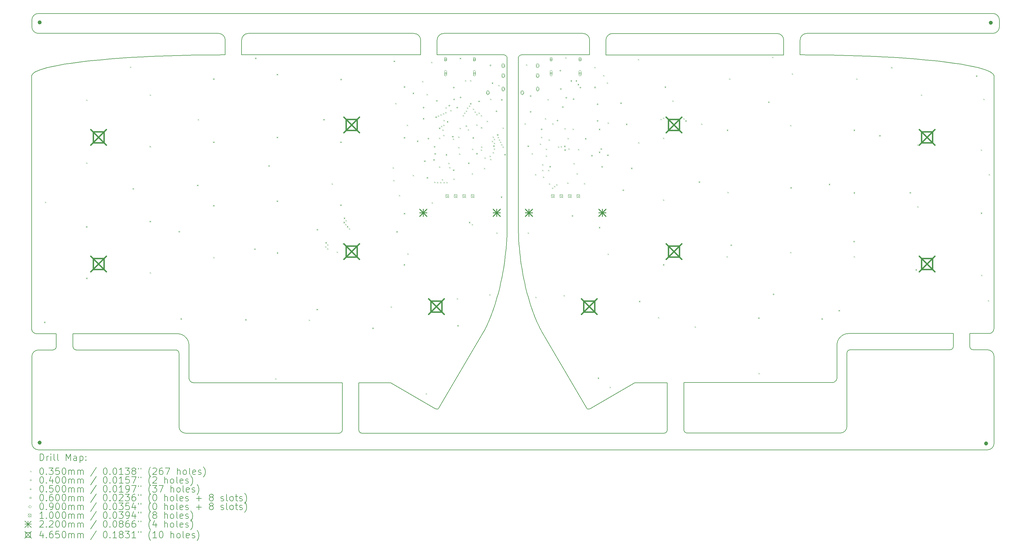
<source format=gbr>
%TF.GenerationSoftware,KiCad,Pcbnew,8.0.8*%
%TF.CreationDate,2025-02-14T10:27:27+13:00*%
%TF.ProjectId,Koca,4b6f6361-2e6b-4696-9361-645f70636258,3*%
%TF.SameCoordinates,Original*%
%TF.FileFunction,Drillmap*%
%TF.FilePolarity,Positive*%
%FSLAX45Y45*%
G04 Gerber Fmt 4.5, Leading zero omitted, Abs format (unit mm)*
G04 Created by KiCad (PCBNEW 8.0.8) date 2025-02-14 10:27:27*
%MOMM*%
%LPD*%
G01*
G04 APERTURE LIST*
%ADD10C,0.153000*%
%ADD11C,0.601000*%
%ADD12C,0.200000*%
%ADD13C,0.100000*%
%ADD14C,0.220000*%
%ADD15C,0.465000*%
G04 APERTURE END LIST*
D10*
X33619440Y-17895255D02*
G75*
G02*
X33519440Y-17995250I-99990J-5D01*
G01*
X28334360Y-8501000D02*
X23405440Y-8501000D01*
X10410000Y-18100000D02*
X10410000Y-20300000D01*
X34112200Y-17895255D02*
X34112200Y-17508554D01*
X24071249Y-18985489D02*
X25044400Y-18985489D01*
X23205440Y-8701000D02*
G75*
G02*
X23405440Y-8501000I200000J0D01*
G01*
X20246948Y-9248001D02*
X20245748Y-9232019D01*
X20242247Y-9216792D01*
X20236624Y-9202499D01*
X20226131Y-9185201D01*
X20212601Y-9170302D01*
X20196455Y-9158224D01*
X20178114Y-9149388D01*
X20163170Y-9145144D01*
X20147406Y-9143140D01*
X20142000Y-9143000D01*
X7333920Y-18000000D02*
X10310000Y-18000000D01*
X34800000Y-7900000D02*
G75*
G02*
X35000000Y-8100000I0J-200000D01*
G01*
X17453000Y-8500000D02*
G75*
G02*
X17653000Y-8700000I0J-200000D01*
G01*
X15306040Y-20400000D02*
G75*
G02*
X15206040Y-20500000I-100000J0D01*
G01*
X15306040Y-20400000D02*
X15306040Y-18985489D01*
X6731000Y-17900000D02*
G75*
G02*
X6631000Y-18000000I-100000J0D01*
G01*
X11595760Y-8500000D02*
G75*
G02*
X11795760Y-8700000I0J-200000D01*
G01*
X29981234Y-18980745D02*
X25542240Y-18980745D01*
X35000000Y-8300000D02*
G75*
G02*
X34800000Y-8500000I-200000J0D01*
G01*
X6200000Y-21000000D02*
G75*
G02*
X6000000Y-20800000I0J200000D01*
G01*
X28534360Y-9144000D02*
X28534360Y-8701000D01*
X10310000Y-18000000D02*
G75*
G02*
X10410000Y-18100000I0J-100000D01*
G01*
X30230000Y-20495255D02*
X25642240Y-20495255D01*
X25044400Y-20400001D02*
X25044400Y-18985489D01*
X12288520Y-8700000D02*
G75*
G02*
X12488908Y-8500000I200390J-390D01*
G01*
X29027120Y-8700000D02*
G75*
G02*
X29227120Y-8500000I200000J0D01*
G01*
X30430000Y-18095255D02*
G75*
G02*
X30530000Y-17995260I100000J-5D01*
G01*
X6200000Y-8500000D02*
G75*
G02*
X6000000Y-8300000I0J200000D01*
G01*
X33619440Y-17508500D02*
X30481200Y-17508500D01*
X34640000Y-17995255D02*
G75*
G02*
X34840005Y-18195255I-170J-200175D01*
G01*
X12488908Y-8500000D02*
X17453000Y-8500000D01*
X22517760Y-8500000D02*
G75*
G02*
X22717760Y-8700000I0J-200000D01*
G01*
X20246948Y-9248001D02*
X20246948Y-14293545D01*
X6200000Y-21000000D02*
X34640000Y-21000000D01*
X18196071Y-19746770D02*
X18185136Y-19760982D01*
X18171905Y-19770754D01*
X18156718Y-19776107D01*
X18139915Y-19777059D01*
X18121835Y-19773628D01*
X18106680Y-19767741D01*
X18095025Y-19761499D01*
X34840000Y-18195255D02*
X34840000Y-20800000D01*
X28334360Y-8501000D02*
G75*
G02*
X28534360Y-8701000I0J-200000D01*
G01*
X6000000Y-8100000D02*
X6000000Y-8300000D01*
X34212200Y-17995255D02*
X34640000Y-17995255D01*
X22717760Y-9143000D02*
X22717760Y-8700000D01*
X34681074Y-17508590D02*
X34697259Y-17507874D01*
X34712895Y-17505646D01*
X34727914Y-17501972D01*
X34749136Y-17493902D01*
X34768586Y-17482962D01*
X34786032Y-17469381D01*
X34801245Y-17453388D01*
X34813993Y-17435213D01*
X34824047Y-17415083D01*
X34831177Y-17393227D01*
X34834191Y-17377811D01*
X34835734Y-17361798D01*
X34835933Y-17353589D01*
X22629563Y-19746770D02*
X22640498Y-19760981D01*
X22653729Y-19770754D01*
X22668916Y-19776106D01*
X22685719Y-19777058D01*
X22703799Y-19773627D01*
X22718954Y-19767740D01*
X22730609Y-19761498D01*
X28534360Y-9144000D02*
X23205440Y-9144000D01*
X6000000Y-8100000D02*
G75*
G02*
X6200000Y-7900000I200000J0D01*
G01*
X15898800Y-20500000D02*
G75*
G02*
X15798800Y-20400000I0J100000D01*
G01*
X15898800Y-20500000D02*
X24944655Y-20500000D01*
X5994000Y-17363297D02*
X5994891Y-17378627D01*
X5999003Y-17400769D01*
X6006245Y-17421662D01*
X6016393Y-17441052D01*
X6029224Y-17458683D01*
X6044513Y-17474302D01*
X6062036Y-17487653D01*
X6081571Y-17498483D01*
X6102892Y-17506537D01*
X6117988Y-17510238D01*
X6133713Y-17512517D01*
X6150000Y-17513298D01*
X34212200Y-17995255D02*
G75*
G02*
X34112195Y-17895255I0J100005D01*
G01*
X22730609Y-19761498D02*
X24071249Y-18985489D01*
X29227120Y-8500000D02*
X34800000Y-8500000D01*
X33519440Y-17995255D02*
X30530000Y-17995255D01*
X5994000Y-9778000D02*
X6001630Y-9745298D01*
X6024142Y-9713028D01*
X6061170Y-9681230D01*
X6112346Y-9649944D01*
X6177300Y-9619209D01*
X6255667Y-9589065D01*
X6347077Y-9559552D01*
X6451164Y-9530709D01*
X6567559Y-9502577D01*
X6695894Y-9475195D01*
X6835802Y-9448603D01*
X6986915Y-9422840D01*
X7148865Y-9397947D01*
X7321284Y-9373963D01*
X7503804Y-9350927D01*
X7696058Y-9328880D01*
X7897678Y-9307862D01*
X8108296Y-9287911D01*
X8327544Y-9269068D01*
X8555055Y-9251373D01*
X8790460Y-9234865D01*
X9033391Y-9219584D01*
X9283482Y-9205569D01*
X9540364Y-9192861D01*
X9803669Y-9181500D01*
X10073029Y-9171524D01*
X10348077Y-9162974D01*
X10628445Y-9155889D01*
X10913765Y-9150310D01*
X11203670Y-9146275D01*
X11497790Y-9143825D01*
X11795760Y-9143000D01*
X12288520Y-9143000D02*
X12288520Y-8700000D01*
X35000000Y-8300000D02*
X35000000Y-8100000D01*
X18196071Y-19746770D02*
X19541368Y-17457549D01*
X11595760Y-8500000D02*
X6200000Y-8500000D01*
X20578686Y-14293545D02*
X20581384Y-14429069D01*
X20586122Y-14562681D01*
X20592822Y-14694333D01*
X20601404Y-14823982D01*
X20611789Y-14951582D01*
X20623897Y-15077088D01*
X20637650Y-15200454D01*
X20652968Y-15321637D01*
X20669772Y-15440591D01*
X20687983Y-15557270D01*
X20707522Y-15671630D01*
X20728309Y-15783625D01*
X20750266Y-15893211D01*
X20773313Y-16000342D01*
X20797370Y-16104974D01*
X20822359Y-16207060D01*
X20848201Y-16306557D01*
X20874816Y-16403418D01*
X20902125Y-16497600D01*
X20930049Y-16589056D01*
X20958508Y-16677742D01*
X20987424Y-16763612D01*
X21016718Y-16846622D01*
X21046309Y-16926727D01*
X21076119Y-17003880D01*
X21106069Y-17078038D01*
X21136079Y-17149155D01*
X21166071Y-17217186D01*
X21195965Y-17282086D01*
X21225681Y-17343810D01*
X21255142Y-17402313D01*
X21284266Y-17457549D01*
X10610000Y-20500000D02*
G75*
G02*
X10410000Y-20300000I0J200000D01*
G01*
X10708765Y-17863296D02*
X10708320Y-17845297D01*
X10706979Y-17827532D01*
X10704765Y-17810025D01*
X10701699Y-17792796D01*
X10697803Y-17775869D01*
X10693098Y-17759266D01*
X10687608Y-17743007D01*
X10681354Y-17727116D01*
X10674358Y-17711614D01*
X10666642Y-17696524D01*
X10658228Y-17681867D01*
X10649137Y-17667666D01*
X10639393Y-17653943D01*
X10629016Y-17640719D01*
X10618029Y-17628017D01*
X10606454Y-17615859D01*
X10594312Y-17604267D01*
X10581626Y-17593263D01*
X10568418Y-17582869D01*
X10554710Y-17573108D01*
X10540522Y-17564000D01*
X10525879Y-17555568D01*
X10510801Y-17547835D01*
X10495310Y-17540822D01*
X10479429Y-17534552D01*
X10463179Y-17529046D01*
X10446583Y-17524327D01*
X10429662Y-17520416D01*
X10412438Y-17517336D01*
X10394933Y-17515108D01*
X10377170Y-17513756D01*
X10359170Y-17513300D01*
X33619440Y-17895255D02*
X33619440Y-17508500D01*
X30430000Y-20295255D02*
G75*
G02*
X30230000Y-20495260I-200000J-5D01*
G01*
X6000000Y-18200000D02*
G75*
G02*
X6200000Y-18000000I200175J-175D01*
G01*
X6200000Y-7900000D02*
X34800000Y-7900000D01*
X6631000Y-18000000D02*
X6200000Y-18000000D01*
X10708765Y-18837728D02*
X10710482Y-18859989D01*
X10715486Y-18881278D01*
X10723522Y-18901328D01*
X10734339Y-18919875D01*
X10747681Y-18936653D01*
X10763296Y-18951396D01*
X10780930Y-18963838D01*
X10800330Y-18973715D01*
X10821242Y-18980760D01*
X10843412Y-18984709D01*
X10858766Y-18985489D01*
X29027120Y-9143000D02*
X29027120Y-8700000D01*
X5994000Y-17363297D02*
X5994000Y-9778000D01*
X15798800Y-18985489D02*
X16754384Y-18985489D01*
X20578686Y-9248001D02*
X20579903Y-9232019D01*
X20583417Y-9216792D01*
X20589050Y-9202499D01*
X20599551Y-9185201D01*
X20613083Y-9170302D01*
X20629224Y-9158224D01*
X20647555Y-9149388D01*
X20662486Y-9145144D01*
X20678234Y-9143140D01*
X20683634Y-9143000D01*
X6000000Y-18200000D02*
X6000000Y-20800000D01*
X34840000Y-20800000D02*
G75*
G02*
X34640000Y-21000000I-200000J0D01*
G01*
X25642240Y-20495255D02*
G75*
G02*
X25542235Y-20395255I0J100005D01*
G01*
X20246948Y-14293545D02*
X20244248Y-14429070D01*
X20239507Y-14562682D01*
X20232805Y-14694336D01*
X20224222Y-14823985D01*
X20213835Y-14951586D01*
X20201725Y-15077092D01*
X20187971Y-15200460D01*
X20172652Y-15321643D01*
X20155846Y-15440597D01*
X20137634Y-15557277D01*
X20118095Y-15671637D01*
X20097307Y-15783633D01*
X20075350Y-15893219D01*
X20052303Y-16000350D01*
X20028245Y-16104982D01*
X20003256Y-16207068D01*
X19977414Y-16306565D01*
X19950800Y-16403426D01*
X19923491Y-16497607D01*
X19895568Y-16589063D01*
X19867109Y-16677749D01*
X19838194Y-16763619D01*
X19808901Y-16846629D01*
X19779311Y-16926733D01*
X19749502Y-17003886D01*
X19719553Y-17078043D01*
X19689545Y-17149159D01*
X19659555Y-17217190D01*
X19629663Y-17282089D01*
X19599948Y-17343812D01*
X19570490Y-17402314D01*
X19541368Y-17457549D01*
X20578686Y-14293545D02*
X20578686Y-9248001D01*
X18145760Y-9143000D02*
X20142000Y-9143000D01*
X10858766Y-18985489D02*
X15306040Y-18985489D01*
X34835933Y-9778000D02*
X34835933Y-17353589D01*
X17653000Y-9143000D02*
X12288520Y-9143000D01*
X30131235Y-18832983D02*
X30131235Y-17858552D01*
X10708765Y-18837728D02*
X10708765Y-17863296D01*
X30430000Y-18095255D02*
X30430000Y-20295255D01*
X22717760Y-9143000D02*
X20683634Y-9143000D01*
X7233920Y-17900000D02*
X7233920Y-17513300D01*
X34112200Y-17508554D02*
X34681074Y-17508590D01*
X18145760Y-8700000D02*
G75*
G02*
X18345760Y-8500000I200000J0D01*
G01*
X7233920Y-17513300D02*
X10359170Y-17513300D01*
X25542240Y-20395255D02*
X25542240Y-18980745D01*
X16754384Y-18985489D02*
X18095025Y-19761499D01*
X18145760Y-9143000D02*
X18145760Y-8700000D01*
X7333920Y-18000000D02*
G75*
G02*
X7233920Y-17900000I0J100000D01*
G01*
X6731000Y-17513298D02*
X6150000Y-17513298D01*
X23205440Y-9144000D02*
X23205440Y-8701000D01*
X25044400Y-20400001D02*
G75*
G02*
X24944655Y-20500000I-99740J-259D01*
G01*
X10610000Y-20500000D02*
X15206040Y-20500000D01*
X15798800Y-20400000D02*
X15798800Y-18985489D01*
X30131235Y-17858552D02*
X30131680Y-17840552D01*
X30133021Y-17822789D01*
X30135235Y-17805283D01*
X30138302Y-17788057D01*
X30142199Y-17771132D01*
X30146904Y-17754531D01*
X30152395Y-17738276D01*
X30158651Y-17722388D01*
X30165650Y-17706890D01*
X30173369Y-17691803D01*
X30181787Y-17677150D01*
X30190882Y-17662952D01*
X30200632Y-17649232D01*
X30211015Y-17636011D01*
X30222009Y-17623312D01*
X30233592Y-17611156D01*
X30245743Y-17599565D01*
X30258439Y-17588562D01*
X30271659Y-17578168D01*
X30285381Y-17568405D01*
X30299582Y-17559296D01*
X30314241Y-17550862D01*
X30329336Y-17543126D01*
X30344846Y-17536108D01*
X30360747Y-17529832D01*
X30377019Y-17524319D01*
X30393639Y-17519591D01*
X30410586Y-17515671D01*
X30427837Y-17512579D01*
X30445371Y-17510339D01*
X30463166Y-17508972D01*
X30481200Y-17508500D01*
X6731000Y-17900000D02*
X6731000Y-17513298D01*
X11795760Y-9143000D02*
X11795760Y-8700000D01*
X22517760Y-8500000D02*
X18345760Y-8500000D01*
X30131235Y-18832983D02*
X30129518Y-18855244D01*
X30124514Y-18876533D01*
X30116478Y-18896584D01*
X30105661Y-18915130D01*
X30092319Y-18931908D01*
X30076704Y-18946651D01*
X30059069Y-18959094D01*
X30039670Y-18968970D01*
X30018758Y-18976016D01*
X29996588Y-18979964D01*
X29981234Y-18980745D01*
X17653000Y-9143000D02*
X17653000Y-8700000D01*
X34835933Y-9778000D02*
X34827913Y-9745298D01*
X34805033Y-9713028D01*
X34767661Y-9681230D01*
X34716163Y-9649944D01*
X34650905Y-9619209D01*
X34572255Y-9589065D01*
X34480578Y-9559552D01*
X34376241Y-9530709D01*
X34259610Y-9502577D01*
X34131053Y-9475195D01*
X33990935Y-9448603D01*
X33839623Y-9422840D01*
X33677484Y-9397947D01*
X33504884Y-9373963D01*
X33322190Y-9350927D01*
X33129769Y-9328880D01*
X32927985Y-9307862D01*
X32717207Y-9287911D01*
X32497801Y-9269068D01*
X32270134Y-9251373D01*
X32034571Y-9234865D01*
X31791479Y-9219584D01*
X31541225Y-9205569D01*
X31284176Y-9192861D01*
X31020697Y-9181500D01*
X30751156Y-9171524D01*
X30475919Y-9162974D01*
X30195352Y-9155889D01*
X29909822Y-9150310D01*
X29619696Y-9146275D01*
X29325340Y-9143825D01*
X29027120Y-9143000D01*
X21284266Y-17457549D02*
X22629563Y-19746770D01*
D11*
X34772170Y-8178800D02*
G75*
G02*
X34712070Y-8178800I-30050J0D01*
G01*
X34712070Y-8178800D02*
G75*
G02*
X34772170Y-8178800I30050J0D01*
G01*
X6263210Y-20782280D02*
G75*
G02*
X6203110Y-20782280I-30050J0D01*
G01*
X6203110Y-20782280D02*
G75*
G02*
X6263210Y-20782280I30050J0D01*
G01*
X6263210Y-8168640D02*
G75*
G02*
X6203110Y-8168640I-30050J0D01*
G01*
X6203110Y-8168640D02*
G75*
G02*
X6263210Y-8168640I30050J0D01*
G01*
X34629930Y-20807680D02*
G75*
G02*
X34569830Y-20807680I-30050J0D01*
G01*
X34569830Y-20807680D02*
G75*
G02*
X34629930Y-20807680I30050J0D01*
G01*
D12*
D13*
X6362980Y-17152900D02*
X6397980Y-17187900D01*
X6397980Y-17152900D02*
X6362980Y-17187900D01*
X6393460Y-13551180D02*
X6428460Y-13586180D01*
X6428460Y-13551180D02*
X6393460Y-13586180D01*
X7622500Y-14287500D02*
X7657500Y-14322500D01*
X7657500Y-14287500D02*
X7622500Y-14322500D01*
X7627500Y-10482500D02*
X7662500Y-10517500D01*
X7662500Y-10482500D02*
X7627500Y-10517500D01*
X7627500Y-12372500D02*
X7662500Y-12407500D01*
X7662500Y-12372500D02*
X7627500Y-12407500D01*
X7627900Y-15832100D02*
X7662900Y-15867100D01*
X7662900Y-15832100D02*
X7627900Y-15867100D01*
X8938540Y-9497340D02*
X8973540Y-9532340D01*
X8973540Y-9497340D02*
X8938540Y-9532340D01*
X9527500Y-11877500D02*
X9562500Y-11912500D01*
X9562500Y-11877500D02*
X9527500Y-11912500D01*
X9527500Y-14127500D02*
X9562500Y-14162500D01*
X9562500Y-14127500D02*
X9527500Y-14162500D01*
X9532500Y-10332500D02*
X9567500Y-10367500D01*
X9567500Y-10332500D02*
X9532500Y-10367500D01*
X9532900Y-15667000D02*
X9567900Y-15702000D01*
X9567900Y-15667000D02*
X9532900Y-15702000D01*
X10452380Y-17051300D02*
X10487380Y-17086300D01*
X10487380Y-17051300D02*
X10452380Y-17086300D01*
X10950220Y-13043180D02*
X10985220Y-13078180D01*
X10985220Y-13043180D02*
X10950220Y-13078180D01*
X10970540Y-11067060D02*
X11005540Y-11102060D01*
X11005540Y-11067060D02*
X10970540Y-11102060D01*
X11432500Y-9847500D02*
X11467500Y-9882500D01*
X11467500Y-9847500D02*
X11432500Y-9882500D01*
X11432500Y-11747500D02*
X11467500Y-11782500D01*
X11467500Y-11747500D02*
X11432500Y-11782500D01*
X11432500Y-13652500D02*
X11467500Y-13687500D01*
X11467500Y-13652500D02*
X11432500Y-13687500D01*
X11437900Y-15209800D02*
X11472900Y-15244800D01*
X11472900Y-15209800D02*
X11437900Y-15244800D01*
X12390400Y-17076700D02*
X12425400Y-17111700D01*
X12425400Y-17076700D02*
X12390400Y-17111700D01*
X12687580Y-9228100D02*
X12722580Y-9263100D01*
X12722580Y-9228100D02*
X12687580Y-9263100D01*
X13292100Y-18849620D02*
X13327100Y-18884620D01*
X13327100Y-18849620D02*
X13292100Y-18884620D01*
X13337500Y-9717500D02*
X13372500Y-9752500D01*
X13372500Y-9717500D02*
X13337500Y-9752500D01*
X13337500Y-11602500D02*
X13372500Y-11637500D01*
X13372500Y-11602500D02*
X13337500Y-11637500D01*
X13337500Y-13512500D02*
X13372500Y-13547500D01*
X13372500Y-13512500D02*
X13337500Y-13547500D01*
X13342900Y-15070100D02*
X13377900Y-15105100D01*
X13377900Y-15070100D02*
X13342900Y-15105100D01*
X14295400Y-17089400D02*
X14330400Y-17124400D01*
X14330400Y-17089400D02*
X14295400Y-17124400D01*
X14531620Y-16766820D02*
X14566620Y-16801820D01*
X14566620Y-16766820D02*
X14531620Y-16801820D01*
X14734820Y-11067060D02*
X14769820Y-11102060D01*
X14769820Y-11067060D02*
X14734820Y-11102060D01*
X14793240Y-14887220D02*
X14828240Y-14922220D01*
X14828240Y-14887220D02*
X14793240Y-14922220D01*
X14795780Y-14765000D02*
X14830780Y-14800000D01*
X14830780Y-14765000D02*
X14795780Y-14800000D01*
X14848196Y-14945357D02*
X14883196Y-14980357D01*
X14883196Y-14945357D02*
X14848196Y-14980357D01*
X14851660Y-14826260D02*
X14886660Y-14861260D01*
X14886660Y-14826260D02*
X14851660Y-14861260D01*
X14983740Y-12997460D02*
X15018740Y-13032460D01*
X15018740Y-12997460D02*
X14983740Y-13032460D01*
X15136140Y-15049780D02*
X15171140Y-15084780D01*
X15171140Y-15049780D02*
X15136140Y-15084780D01*
X15242500Y-11747500D02*
X15277500Y-11782500D01*
X15277500Y-11747500D02*
X15242500Y-11782500D01*
X15242500Y-13632500D02*
X15277500Y-13667500D01*
X15277500Y-13632500D02*
X15242500Y-13667500D01*
X15247500Y-9862500D02*
X15282500Y-9897500D01*
X15282500Y-9862500D02*
X15247500Y-9897500D01*
X15317500Y-14800000D02*
X15352500Y-14835000D01*
X15352500Y-14800000D02*
X15317500Y-14835000D01*
X15339600Y-14155200D02*
X15374600Y-14190200D01*
X15374600Y-14155200D02*
X15339600Y-14190200D01*
X15349500Y-14028700D02*
X15384500Y-14063700D01*
X15384500Y-14028700D02*
X15349500Y-14063700D01*
X15387600Y-14219200D02*
X15422600Y-14254200D01*
X15422600Y-14219200D02*
X15387600Y-14254200D01*
X15402578Y-14097700D02*
X15437578Y-14132700D01*
X15437578Y-14097700D02*
X15402578Y-14132700D01*
X15444400Y-14282200D02*
X15479400Y-14317200D01*
X15479400Y-14282200D02*
X15444400Y-14317200D01*
X15501900Y-14346200D02*
X15536900Y-14381200D01*
X15536900Y-14346200D02*
X15501900Y-14381200D01*
X16200400Y-17330700D02*
X16235400Y-17365700D01*
X16235400Y-17330700D02*
X16200400Y-17365700D01*
X16752500Y-16687500D02*
X16787500Y-16722500D01*
X16787500Y-16687500D02*
X16752500Y-16722500D01*
X16812540Y-12514860D02*
X16847540Y-12549860D01*
X16847540Y-12514860D02*
X16812540Y-12549860D01*
X16832860Y-12900940D02*
X16867860Y-12935940D01*
X16867860Y-12900940D02*
X16832860Y-12935940D01*
X16843020Y-9314460D02*
X16878020Y-9349460D01*
X16878020Y-9314460D02*
X16843020Y-9349460D01*
X16888740Y-10589540D02*
X16923740Y-10624540D01*
X16923740Y-10589540D02*
X16888740Y-10624540D01*
X16924300Y-14435100D02*
X16959300Y-14470100D01*
X16959300Y-14435100D02*
X16924300Y-14470100D01*
X17000500Y-13347980D02*
X17035500Y-13382980D01*
X17035500Y-13347980D02*
X17000500Y-13382980D01*
X17140200Y-15425700D02*
X17175200Y-15460700D01*
X17175200Y-15425700D02*
X17140200Y-15460700D01*
X17147500Y-10087500D02*
X17182500Y-10122500D01*
X17182500Y-10087500D02*
X17147500Y-10122500D01*
X17147500Y-11612500D02*
X17182500Y-11647500D01*
X17182500Y-11612500D02*
X17147500Y-11647500D01*
X17147500Y-13887500D02*
X17182500Y-13922500D01*
X17182500Y-13887500D02*
X17147500Y-13922500D01*
X17234180Y-11237240D02*
X17269180Y-11272240D01*
X17269180Y-11237240D02*
X17234180Y-11272240D01*
X17254500Y-15100580D02*
X17289500Y-15135580D01*
X17289500Y-15100580D02*
X17254500Y-15135580D01*
X17417060Y-12746000D02*
X17452060Y-12781000D01*
X17452060Y-12746000D02*
X17417060Y-12781000D01*
X17417500Y-10277500D02*
X17452500Y-10312500D01*
X17452500Y-10277500D02*
X17417500Y-10312500D01*
X17544060Y-11717300D02*
X17579060Y-11752300D01*
X17579060Y-11717300D02*
X17544060Y-11752300D01*
X17697500Y-9927500D02*
X17732500Y-9962500D01*
X17732500Y-9927500D02*
X17697500Y-9962500D01*
X17717500Y-11040000D02*
X17752500Y-11075000D01*
X17752500Y-11040000D02*
X17717500Y-11075000D01*
X17757420Y-12316740D02*
X17792420Y-12351740D01*
X17792420Y-12316740D02*
X17757420Y-12351740D01*
X17803140Y-19301740D02*
X17838140Y-19336740D01*
X17838140Y-19301740D02*
X17803140Y-19336740D01*
X17827500Y-10317500D02*
X17862500Y-10352500D01*
X17862500Y-10317500D02*
X17827500Y-10352500D01*
X17833620Y-12814580D02*
X17868620Y-12849580D01*
X17868620Y-12814580D02*
X17833620Y-12849580D01*
X17967500Y-9352500D02*
X18002500Y-9387500D01*
X18002500Y-9352500D02*
X17967500Y-9387500D01*
X17980940Y-13566420D02*
X18015940Y-13601420D01*
X18015940Y-13566420D02*
X17980940Y-13601420D01*
X18031740Y-12276100D02*
X18066740Y-12311100D01*
X18066740Y-12276100D02*
X18031740Y-12311100D01*
X18054600Y-12949200D02*
X18089600Y-12984200D01*
X18089600Y-12949200D02*
X18054600Y-12984200D01*
X18096071Y-10995000D02*
X18131071Y-11030000D01*
X18131071Y-10995000D02*
X18096071Y-11030000D01*
X18143500Y-12958000D02*
X18178500Y-12993000D01*
X18178500Y-12958000D02*
X18143500Y-12993000D01*
X18169128Y-10960000D02*
X18204128Y-10995000D01*
X18204128Y-10960000D02*
X18169128Y-10995000D01*
X18199380Y-11627500D02*
X18234380Y-11662500D01*
X18234380Y-11627500D02*
X18199380Y-11662500D01*
X18199380Y-12489460D02*
X18234380Y-12524460D01*
X18234380Y-12489460D02*
X18199380Y-12524460D01*
X18203901Y-11327500D02*
X18238901Y-11362500D01*
X18238901Y-11327500D02*
X18203901Y-11362500D01*
X18232400Y-12958000D02*
X18267400Y-12993000D01*
X18267400Y-12958000D02*
X18232400Y-12993000D01*
X18243764Y-10925000D02*
X18278764Y-10960000D01*
X18278764Y-10925000D02*
X18243764Y-10960000D01*
X18259523Y-11270000D02*
X18294523Y-11305000D01*
X18294523Y-11270000D02*
X18259523Y-11305000D01*
X18289900Y-12873000D02*
X18324900Y-12908000D01*
X18324900Y-12873000D02*
X18289900Y-12908000D01*
X18306060Y-11385000D02*
X18341060Y-11420000D01*
X18341060Y-11385000D02*
X18306060Y-11420000D01*
X18317443Y-10890028D02*
X18352443Y-10925028D01*
X18352443Y-10890028D02*
X18317443Y-10925028D01*
X18326380Y-11544580D02*
X18361380Y-11579580D01*
X18361380Y-11544580D02*
X18326380Y-11579580D01*
X18331460Y-11235000D02*
X18366460Y-11270000D01*
X18366460Y-11235000D02*
X18331460Y-11270000D01*
X18334000Y-12958000D02*
X18369000Y-12993000D01*
X18369000Y-12958000D02*
X18334000Y-12993000D01*
X18337500Y-11092500D02*
X18372500Y-11127500D01*
X18372500Y-11092500D02*
X18337500Y-11127500D01*
X18389367Y-10855000D02*
X18424367Y-10890000D01*
X18424367Y-10855000D02*
X18389367Y-10890000D01*
X18397500Y-10712500D02*
X18432500Y-10747500D01*
X18432500Y-10712500D02*
X18397500Y-10747500D01*
X18407660Y-12123700D02*
X18442660Y-12158700D01*
X18442660Y-12123700D02*
X18407660Y-12158700D01*
X18422900Y-12958000D02*
X18457900Y-12993000D01*
X18457900Y-12958000D02*
X18422900Y-12993000D01*
X18437500Y-11132500D02*
X18472500Y-11167500D01*
X18472500Y-11132500D02*
X18437500Y-11167500D01*
X18480400Y-12382780D02*
X18515400Y-12417780D01*
X18515400Y-12382780D02*
X18480400Y-12417780D01*
X18504180Y-12509780D02*
X18539180Y-12544780D01*
X18539180Y-12509780D02*
X18504180Y-12544780D01*
X18539740Y-10797500D02*
X18574740Y-10832500D01*
X18574740Y-10797500D02*
X18539740Y-10832500D01*
X18595746Y-11573676D02*
X18630746Y-11608676D01*
X18630746Y-11573676D02*
X18595746Y-11608676D01*
X18615940Y-11656340D02*
X18650940Y-11691340D01*
X18650940Y-11656340D02*
X18615940Y-11691340D01*
X18621020Y-12585980D02*
X18656020Y-12620980D01*
X18656020Y-12585980D02*
X18621020Y-12620980D01*
X18636260Y-12855220D02*
X18671260Y-12890220D01*
X18671260Y-12855220D02*
X18636260Y-12890220D01*
X18732780Y-16446780D02*
X18767780Y-16481780D01*
X18767780Y-16446780D02*
X18732780Y-16481780D01*
X18753100Y-17254500D02*
X18788100Y-17289500D01*
X18788100Y-17254500D02*
X18753100Y-17289500D01*
X18778500Y-11595380D02*
X18813500Y-11630380D01*
X18813500Y-11595380D02*
X18778500Y-11630380D01*
X18778500Y-11910340D02*
X18813500Y-11945340D01*
X18813500Y-11910340D02*
X18778500Y-11945340D01*
X18803900Y-12098500D02*
X18838900Y-12133500D01*
X18838900Y-12098500D02*
X18803900Y-12133500D01*
X18817500Y-11332500D02*
X18852500Y-11367500D01*
X18852500Y-11332500D02*
X18817500Y-11367500D01*
X18824220Y-9230640D02*
X18859220Y-9265640D01*
X18859220Y-9230640D02*
X18824220Y-9265640D01*
X18916900Y-10948963D02*
X18951900Y-10983963D01*
X18951900Y-10948963D02*
X18916900Y-10983963D01*
X18952572Y-10877356D02*
X18987572Y-10912356D01*
X18987572Y-10877356D02*
X18952572Y-10912356D01*
X18982500Y-9900813D02*
X19017500Y-9935813D01*
X19017500Y-9900813D02*
X18982500Y-9935813D01*
X19002020Y-11260100D02*
X19037020Y-11295100D01*
X19037020Y-11260100D02*
X19002020Y-11295100D01*
X19006421Y-10818193D02*
X19041421Y-10853193D01*
X19041421Y-10818193D02*
X19006421Y-10853193D01*
X19037500Y-10722500D02*
X19072500Y-10757500D01*
X19072500Y-10722500D02*
X19037500Y-10757500D01*
X19062980Y-11371860D02*
X19097980Y-11406860D01*
X19097980Y-11371860D02*
X19062980Y-11406860D01*
X19073140Y-12377700D02*
X19108140Y-12412700D01*
X19108140Y-12377700D02*
X19073140Y-12412700D01*
X19096000Y-14155700D02*
X19131000Y-14190700D01*
X19131000Y-14155700D02*
X19096000Y-14190700D01*
X19097500Y-10662500D02*
X19132500Y-10697500D01*
X19132500Y-10662500D02*
X19097500Y-10697500D01*
X19133277Y-10590946D02*
X19168277Y-10625946D01*
X19168277Y-10590946D02*
X19133277Y-10625946D01*
X19135600Y-9900813D02*
X19170600Y-9935813D01*
X19170600Y-9900813D02*
X19135600Y-9935813D01*
X19182500Y-12692500D02*
X19217500Y-12727500D01*
X19217500Y-12692500D02*
X19182500Y-12727500D01*
X19184900Y-14219200D02*
X19219900Y-14254200D01*
X19219900Y-14219200D02*
X19184900Y-14254200D01*
X19195060Y-11956060D02*
X19230060Y-11991060D01*
X19230060Y-11956060D02*
X19195060Y-11991060D01*
X19210300Y-11615700D02*
X19245300Y-11650700D01*
X19245300Y-11615700D02*
X19210300Y-11650700D01*
X19216900Y-10752500D02*
X19251900Y-10787500D01*
X19251900Y-10752500D02*
X19216900Y-10787500D01*
X19266900Y-10837500D02*
X19301900Y-10872500D01*
X19301900Y-10837500D02*
X19266900Y-10872500D01*
X19316304Y-11231484D02*
X19351304Y-11266484D01*
X19351304Y-11231484D02*
X19316304Y-11266484D01*
X19316900Y-10917500D02*
X19351900Y-10952500D01*
X19351900Y-10917500D02*
X19316900Y-10952500D01*
X19318296Y-12089092D02*
X19353296Y-12124092D01*
X19353296Y-12089092D02*
X19318296Y-12124092D01*
X19383020Y-10518420D02*
X19418020Y-10553420D01*
X19418020Y-10518420D02*
X19383020Y-10553420D01*
X19385204Y-10875851D02*
X19420204Y-10910851D01*
X19420204Y-10875851D02*
X19385204Y-10910851D01*
X19452500Y-10947500D02*
X19487500Y-10982500D01*
X19487500Y-10947500D02*
X19452500Y-10982500D01*
X19458300Y-11981441D02*
X19493300Y-12016441D01*
X19493300Y-11981441D02*
X19458300Y-12016441D01*
X19459220Y-11310900D02*
X19494220Y-11345900D01*
X19494220Y-11310900D02*
X19459220Y-11345900D01*
X19465603Y-11893797D02*
X19500603Y-11928797D01*
X19500603Y-11893797D02*
X19465603Y-11928797D01*
X19550660Y-12535180D02*
X19585660Y-12570180D01*
X19585660Y-12535180D02*
X19550660Y-12570180D01*
X19565900Y-12220220D02*
X19600900Y-12255220D01*
X19600900Y-12220220D02*
X19565900Y-12255220D01*
X19631940Y-11117860D02*
X19666940Y-11152860D01*
X19666940Y-11117860D02*
X19631940Y-11152860D01*
X19705600Y-16327400D02*
X19740600Y-16362400D01*
X19740600Y-16327400D02*
X19705600Y-16362400D01*
X19718300Y-12168500D02*
X19753300Y-12203500D01*
X19753300Y-12168500D02*
X19718300Y-12203500D01*
X19731000Y-12263400D02*
X19766000Y-12298400D01*
X19766000Y-12263400D02*
X19731000Y-12298400D01*
X19732500Y-10462500D02*
X19767500Y-10497500D01*
X19767500Y-10462500D02*
X19732500Y-10497500D01*
X19782500Y-9972500D02*
X19817500Y-10007500D01*
X19817500Y-9972500D02*
X19782500Y-10007500D01*
X19787617Y-11720343D02*
X19822617Y-11755343D01*
X19822617Y-11720343D02*
X19787617Y-11755343D01*
X19809341Y-11592500D02*
X19844341Y-11627500D01*
X19844341Y-11592500D02*
X19809341Y-11627500D01*
X19813750Y-12061250D02*
X19848750Y-12096250D01*
X19848750Y-12061250D02*
X19813750Y-12096250D01*
X19830105Y-11861101D02*
X19865105Y-11896101D01*
X19865105Y-11861101D02*
X19830105Y-11896101D01*
X19845000Y-11664113D02*
X19880000Y-11699113D01*
X19880000Y-11664113D02*
X19845000Y-11699113D01*
X19845000Y-11782500D02*
X19880000Y-11817500D01*
X19880000Y-11782500D02*
X19845000Y-11817500D01*
X19845000Y-11948282D02*
X19880000Y-11983282D01*
X19880000Y-11948282D02*
X19845000Y-11983282D01*
X19922500Y-14472500D02*
X19957500Y-14507500D01*
X19957500Y-14472500D02*
X19922500Y-14507500D01*
X19942500Y-11527500D02*
X19977500Y-11562500D01*
X19977500Y-11527500D02*
X19942500Y-11562500D01*
X19960000Y-11605612D02*
X19995000Y-11640612D01*
X19995000Y-11605612D02*
X19960000Y-11640612D01*
X19982500Y-10042500D02*
X20017500Y-10077500D01*
X20017500Y-10042500D02*
X19982500Y-10077500D01*
X19997091Y-11676495D02*
X20032091Y-11711495D01*
X20032091Y-11676495D02*
X19997091Y-11711495D01*
X20034199Y-11747368D02*
X20069199Y-11782368D01*
X20069199Y-11747368D02*
X20034199Y-11782368D01*
X20053580Y-13393700D02*
X20088580Y-13428700D01*
X20088580Y-13393700D02*
X20053580Y-13428700D01*
X20062500Y-10472500D02*
X20097500Y-10507500D01*
X20097500Y-10472500D02*
X20062500Y-10507500D01*
X20066368Y-11820616D02*
X20101368Y-11855616D01*
X20101368Y-11820616D02*
X20066368Y-11855616D01*
X20104569Y-11890906D02*
X20139569Y-11925906D01*
X20139569Y-11890906D02*
X20104569Y-11925906D01*
X20110000Y-11321060D02*
X20145000Y-11356060D01*
X20145000Y-11321060D02*
X20110000Y-11356060D01*
X20162500Y-12122500D02*
X20197500Y-12157500D01*
X20197500Y-12122500D02*
X20162500Y-12157500D01*
X20764780Y-11199140D02*
X20799780Y-11234140D01*
X20799780Y-11199140D02*
X20764780Y-11234140D01*
X20810500Y-9426220D02*
X20845500Y-9461220D01*
X20845500Y-9426220D02*
X20810500Y-9461220D01*
X20856220Y-11864620D02*
X20891220Y-11899620D01*
X20891220Y-11864620D02*
X20856220Y-11899620D01*
X20862500Y-14472500D02*
X20897500Y-14507500D01*
X20897500Y-14472500D02*
X20862500Y-14507500D01*
X20982500Y-12092500D02*
X21017500Y-12127500D01*
X21017500Y-12092500D02*
X20982500Y-12127500D01*
X21077200Y-12720600D02*
X21112200Y-12755600D01*
X21112200Y-12720600D02*
X21077200Y-12755600D01*
X21089900Y-16403600D02*
X21124900Y-16438600D01*
X21124900Y-16403600D02*
X21089900Y-16438600D01*
X21221980Y-11808740D02*
X21256980Y-11843740D01*
X21256980Y-11808740D02*
X21221980Y-11843740D01*
X21259500Y-11602500D02*
X21294500Y-11637500D01*
X21294500Y-11602500D02*
X21259500Y-11637500D01*
X21292500Y-12422500D02*
X21327500Y-12457500D01*
X21327500Y-12422500D02*
X21292500Y-12457500D01*
X21292500Y-12592500D02*
X21327500Y-12627500D01*
X21327500Y-12592500D02*
X21292500Y-12627500D01*
X21318500Y-12796800D02*
X21353500Y-12831800D01*
X21353500Y-12796800D02*
X21318500Y-12831800D01*
X21379460Y-11041660D02*
X21414460Y-11076660D01*
X21414460Y-11041660D02*
X21379460Y-11076660D01*
X21402500Y-12162500D02*
X21437500Y-12197500D01*
X21437500Y-12162500D02*
X21402500Y-12197500D01*
X21404860Y-11961140D02*
X21439860Y-11996140D01*
X21439860Y-11961140D02*
X21404860Y-11996140D01*
X21455660Y-10467620D02*
X21490660Y-10502620D01*
X21490660Y-10467620D02*
X21455660Y-10502620D01*
X21472500Y-12592500D02*
X21507500Y-12627500D01*
X21507500Y-12592500D02*
X21472500Y-12627500D01*
X21486140Y-11676660D02*
X21521140Y-11711660D01*
X21521140Y-11676660D02*
X21486140Y-11711660D01*
X21496300Y-13000000D02*
X21531300Y-13035000D01*
X21531300Y-13000000D02*
X21496300Y-13035000D01*
X21509000Y-12479300D02*
X21544000Y-12514300D01*
X21544000Y-12479300D02*
X21509000Y-12514300D01*
X21585200Y-13127000D02*
X21620200Y-13162000D01*
X21620200Y-13127000D02*
X21585200Y-13162000D01*
X21597900Y-11199140D02*
X21632900Y-11234140D01*
X21632900Y-11199140D02*
X21597900Y-11234140D01*
X21648700Y-13076200D02*
X21683700Y-13111200D01*
X21683700Y-13076200D02*
X21648700Y-13111200D01*
X21712200Y-13025400D02*
X21747200Y-13060400D01*
X21747200Y-13025400D02*
X21712200Y-13060400D01*
X21764173Y-11888809D02*
X21799173Y-11923809D01*
X21799173Y-11888809D02*
X21764173Y-11923809D01*
X21851900Y-11882400D02*
X21886900Y-11917400D01*
X21886900Y-11882400D02*
X21851900Y-11917400D01*
X21933180Y-16355340D02*
X21968180Y-16390340D01*
X21968180Y-16355340D02*
X21933180Y-16390340D01*
X21953500Y-11869700D02*
X21988500Y-11904700D01*
X21988500Y-11869700D02*
X21953500Y-11904700D01*
X21958750Y-11978750D02*
X21993750Y-12013750D01*
X21993750Y-11978750D02*
X21958750Y-12013750D01*
X21963012Y-11342674D02*
X21998012Y-11377674D01*
X21998012Y-11342674D02*
X21963012Y-11377674D01*
X21983980Y-9212860D02*
X22018980Y-9247860D01*
X22018980Y-9212860D02*
X21983980Y-9247860D01*
X22042500Y-12972500D02*
X22077500Y-13007500D01*
X22077500Y-12972500D02*
X22042500Y-13007500D01*
X22055100Y-11636020D02*
X22090100Y-11671020D01*
X22090100Y-11636020D02*
X22055100Y-11671020D01*
X22078200Y-11948200D02*
X22113200Y-11983200D01*
X22113200Y-11948200D02*
X22078200Y-11983200D01*
X22145000Y-9905000D02*
X22180000Y-9940000D01*
X22180000Y-9905000D02*
X22145000Y-9940000D01*
X22210328Y-11358879D02*
X22245328Y-11393879D01*
X22245328Y-11358879D02*
X22210328Y-11393879D01*
X22232900Y-12390400D02*
X22267900Y-12425400D01*
X22267900Y-12390400D02*
X22232900Y-12425400D01*
X22298100Y-9905000D02*
X22333100Y-9940000D01*
X22333100Y-9905000D02*
X22298100Y-9940000D01*
X22322500Y-12692500D02*
X22357500Y-12727500D01*
X22357500Y-12692500D02*
X22322500Y-12727500D01*
X22361500Y-10014500D02*
X22396500Y-10049500D01*
X22396500Y-10014500D02*
X22361500Y-10049500D01*
X22370060Y-11963680D02*
X22405060Y-11998680D01*
X22405060Y-11963680D02*
X22370060Y-11998680D01*
X22542500Y-12990400D02*
X22577500Y-13025400D01*
X22577500Y-12990400D02*
X22542500Y-13025400D01*
X22578340Y-11641100D02*
X22613340Y-11676100D01*
X22613340Y-11641100D02*
X22578340Y-11676100D01*
X22766300Y-12149100D02*
X22801300Y-12184100D01*
X22801300Y-12149100D02*
X22766300Y-12184100D01*
X22857500Y-9502500D02*
X22892500Y-9537500D01*
X22892500Y-9502500D02*
X22857500Y-9537500D01*
X22956800Y-18829300D02*
X22991800Y-18864300D01*
X22991800Y-18829300D02*
X22956800Y-18864300D01*
X22994900Y-11361700D02*
X23029900Y-11396700D01*
X23029900Y-11361700D02*
X22994900Y-11396700D01*
X22994900Y-12047500D02*
X23029900Y-12082500D01*
X23029900Y-12047500D02*
X22994900Y-12082500D01*
X22994900Y-14308100D02*
X23029900Y-14343100D01*
X23029900Y-14308100D02*
X22994900Y-14343100D01*
X23122500Y-9747500D02*
X23157500Y-9782500D01*
X23157500Y-9747500D02*
X23122500Y-9782500D01*
X23232500Y-9967500D02*
X23267500Y-10002500D01*
X23267500Y-9967500D02*
X23232500Y-10002500D01*
X23243820Y-12138940D02*
X23278820Y-12173940D01*
X23278820Y-12138940D02*
X23243820Y-12173940D01*
X23259060Y-11173740D02*
X23294060Y-11208740D01*
X23294060Y-11173740D02*
X23259060Y-11208740D01*
X23259060Y-15105660D02*
X23294060Y-15140660D01*
X23294060Y-15105660D02*
X23259060Y-15140660D01*
X23314940Y-19103620D02*
X23349940Y-19138620D01*
X23349940Y-19103620D02*
X23314940Y-19138620D01*
X23640060Y-10574300D02*
X23675060Y-10609300D01*
X23675060Y-10574300D02*
X23640060Y-10609300D01*
X23807700Y-11209300D02*
X23842700Y-11244300D01*
X23842700Y-11209300D02*
X23807700Y-11244300D01*
X23960100Y-12530100D02*
X23995100Y-12565100D01*
X23995100Y-12530100D02*
X23960100Y-12565100D01*
X24163300Y-9263660D02*
X24198300Y-9298660D01*
X24198300Y-9263660D02*
X24163300Y-9298660D01*
X24168380Y-11763020D02*
X24203380Y-11798020D01*
X24203380Y-11763020D02*
X24168380Y-11798020D01*
X24194023Y-16526285D02*
X24229023Y-16561285D01*
X24229023Y-16526285D02*
X24194023Y-16561285D01*
X24762740Y-17015740D02*
X24797740Y-17050740D01*
X24797740Y-17015740D02*
X24762740Y-17050740D01*
X24838940Y-11061100D02*
X24873940Y-11096100D01*
X24873940Y-11061100D02*
X24838940Y-11096100D01*
X24912600Y-11026100D02*
X24947600Y-11061100D01*
X24947600Y-11026100D02*
X24912600Y-11061100D01*
X24912600Y-11628400D02*
X24947600Y-11663400D01*
X24947600Y-11628400D02*
X24912600Y-11663400D01*
X24912600Y-13482600D02*
X24947600Y-13517600D01*
X24947600Y-13482600D02*
X24912600Y-13517600D01*
X24912600Y-15425700D02*
X24947600Y-15460700D01*
X24947600Y-15425700D02*
X24912600Y-15460700D01*
X24963400Y-10091700D02*
X24998400Y-10126700D01*
X24998400Y-10091700D02*
X24963400Y-10126700D01*
X24988800Y-10991100D02*
X25023800Y-11026100D01*
X25023800Y-10991100D02*
X24988800Y-11026100D01*
X25192000Y-10513340D02*
X25227000Y-10548340D01*
X25227000Y-10513340D02*
X25192000Y-10548340D01*
X25468860Y-10991100D02*
X25503860Y-11026100D01*
X25503860Y-10991100D02*
X25468860Y-11026100D01*
X25527280Y-11046740D02*
X25562280Y-11081740D01*
X25562280Y-11046740D02*
X25527280Y-11081740D01*
X25583160Y-11107700D02*
X25618160Y-11142700D01*
X25618160Y-11107700D02*
X25583160Y-11142700D01*
X25865100Y-17292600D02*
X25900100Y-17327600D01*
X25900100Y-17292600D02*
X25865100Y-17327600D01*
X25987020Y-12941580D02*
X26022020Y-12976580D01*
X26022020Y-12941580D02*
X25987020Y-12976580D01*
X26058140Y-11204220D02*
X26093140Y-11239220D01*
X26093140Y-11204220D02*
X26058140Y-11239220D01*
X26817600Y-15184400D02*
X26852600Y-15219400D01*
X26852600Y-15184400D02*
X26817600Y-15219400D01*
X26830300Y-11387100D02*
X26865300Y-11422100D01*
X26865300Y-11387100D02*
X26830300Y-11422100D01*
X26843000Y-13254000D02*
X26878000Y-13289000D01*
X26878000Y-13254000D02*
X26843000Y-13289000D01*
X26893800Y-9850400D02*
X26928800Y-9885400D01*
X26928800Y-9850400D02*
X26893800Y-9885400D01*
X27770100Y-17025900D02*
X27805100Y-17060900D01*
X27805100Y-17025900D02*
X27770100Y-17060900D01*
X27780260Y-18687060D02*
X27815260Y-18722060D01*
X27815260Y-18687060D02*
X27780260Y-18722060D01*
X28186660Y-9197620D02*
X28221660Y-9232620D01*
X28221660Y-9197620D02*
X28186660Y-9232620D01*
X28722600Y-11247400D02*
X28757600Y-11282400D01*
X28757600Y-11247400D02*
X28722600Y-11282400D01*
X28722600Y-15057400D02*
X28757600Y-15092400D01*
X28757600Y-15057400D02*
X28722600Y-15092400D01*
X28735300Y-13114300D02*
X28770300Y-13149300D01*
X28770300Y-13114300D02*
X28735300Y-13149300D01*
X28773400Y-9698000D02*
X28808400Y-9733000D01*
X28808400Y-9698000D02*
X28773400Y-9733000D01*
X29662400Y-17051300D02*
X29697400Y-17086300D01*
X29697400Y-17051300D02*
X29662400Y-17086300D01*
X29883380Y-13012700D02*
X29918380Y-13047700D01*
X29918380Y-13012700D02*
X29883380Y-13047700D01*
X30178020Y-16802380D02*
X30213020Y-16837380D01*
X30213020Y-16802380D02*
X30178020Y-16837380D01*
X30627600Y-11387100D02*
X30662600Y-11422100D01*
X30662600Y-11387100D02*
X30627600Y-11422100D01*
X30627600Y-13266700D02*
X30662600Y-13301700D01*
X30662600Y-13266700D02*
X30627600Y-13301700D01*
X30627600Y-15184400D02*
X30662600Y-15219400D01*
X30662600Y-15184400D02*
X30627600Y-15219400D01*
X30703800Y-9850400D02*
X30738800Y-9885400D01*
X30738800Y-9850400D02*
X30703800Y-9885400D01*
X31397220Y-11554740D02*
X31432220Y-11589740D01*
X31432220Y-11554740D02*
X31397220Y-11589740D01*
X31752820Y-9507500D02*
X31787820Y-9542500D01*
X31787820Y-9507500D02*
X31752820Y-9542500D01*
X32481800Y-15578100D02*
X32516800Y-15613100D01*
X32516800Y-15578100D02*
X32481800Y-15613100D01*
X32532600Y-11831600D02*
X32567600Y-11866600D01*
X32567600Y-11831600D02*
X32532600Y-11866600D01*
X32532600Y-13685800D02*
X32567600Y-13720800D01*
X32567600Y-13685800D02*
X32532600Y-13720800D01*
X32646900Y-10333000D02*
X32681900Y-10368000D01*
X32681900Y-10333000D02*
X32646900Y-10368000D01*
X34297900Y-9761500D02*
X34332900Y-9796500D01*
X34332900Y-9761500D02*
X34297900Y-9796500D01*
X34437600Y-11984000D02*
X34472600Y-12019000D01*
X34472600Y-11984000D02*
X34437600Y-12019000D01*
X34437600Y-13876300D02*
X34472600Y-13911300D01*
X34472600Y-13876300D02*
X34437600Y-13911300D01*
X34450300Y-15743200D02*
X34485300Y-15778200D01*
X34485300Y-15743200D02*
X34450300Y-15778200D01*
X34513800Y-10460000D02*
X34548800Y-10495000D01*
X34548800Y-10460000D02*
X34513800Y-10495000D01*
X34653500Y-16507740D02*
X34688500Y-16542740D01*
X34688500Y-16507740D02*
X34653500Y-16542740D01*
X34678900Y-12718060D02*
X34713900Y-12753060D01*
X34713900Y-12718060D02*
X34678900Y-12753060D01*
X19765960Y-9458960D02*
G75*
G02*
X19725960Y-9458960I-20000J0D01*
G01*
X19725960Y-9458960D02*
G75*
G02*
X19765960Y-9458960I20000J0D01*
G01*
X22900000Y-10120000D02*
G75*
G02*
X22860000Y-10120000I-20000J0D01*
G01*
X22860000Y-10120000D02*
G75*
G02*
X22900000Y-10120000I20000J0D01*
G01*
X9037320Y-13137280D02*
X9037320Y-13187280D01*
X9012320Y-13162280D02*
X9062320Y-13162280D01*
X10414000Y-14422520D02*
X10414000Y-14472520D01*
X10389000Y-14447520D02*
X10439000Y-14447520D01*
X12684760Y-14950840D02*
X12684760Y-15000840D01*
X12659760Y-14975840D02*
X12709760Y-14975840D01*
X13106400Y-12446400D02*
X13106400Y-12496400D01*
X13081400Y-12471400D02*
X13131400Y-12471400D01*
X14554200Y-14361560D02*
X14554200Y-14411560D01*
X14529200Y-14386560D02*
X14579200Y-14386560D01*
X17735000Y-10695000D02*
X17735000Y-10745000D01*
X17710000Y-10720000D02*
X17760000Y-10720000D01*
X17881600Y-11628520D02*
X17881600Y-11678520D01*
X17856600Y-11653520D02*
X17906600Y-11653520D01*
X18064480Y-11877440D02*
X18064480Y-11927440D01*
X18039480Y-11902440D02*
X18089480Y-11902440D01*
X18085000Y-12085000D02*
X18085000Y-12135000D01*
X18060000Y-12110000D02*
X18110000Y-12110000D01*
X18135000Y-10495000D02*
X18135000Y-10545000D01*
X18110000Y-10520000D02*
X18160000Y-10520000D01*
X18510000Y-10640000D02*
X18510000Y-10690000D01*
X18485000Y-10665000D02*
X18535000Y-10665000D01*
X18640000Y-10095000D02*
X18640000Y-10145000D01*
X18615000Y-10120000D02*
X18665000Y-10120000D01*
X18650000Y-10455000D02*
X18650000Y-10505000D01*
X18625000Y-10480000D02*
X18675000Y-10480000D01*
X18745200Y-10693800D02*
X18745200Y-10743800D01*
X18720200Y-10718800D02*
X18770200Y-10718800D01*
X18847500Y-10395813D02*
X18847500Y-10445813D01*
X18822500Y-10420813D02*
X18872500Y-10420813D01*
X19920000Y-10805000D02*
X19920000Y-10855000D01*
X19895000Y-10830000D02*
X19945000Y-10830000D01*
X20942300Y-10350900D02*
X20942300Y-10400900D01*
X20917300Y-10375900D02*
X20967300Y-10375900D01*
X20942300Y-10820800D02*
X20942300Y-10870800D01*
X20917300Y-10845800D02*
X20967300Y-10845800D01*
X21274720Y-11350280D02*
X21274720Y-11400280D01*
X21249720Y-11375280D02*
X21299720Y-11375280D01*
X21752560Y-11087500D02*
X21752560Y-11137500D01*
X21727560Y-11112500D02*
X21777560Y-11112500D01*
X21836631Y-9587500D02*
X21836631Y-9637500D01*
X21811631Y-9612500D02*
X21861631Y-9612500D01*
X21849999Y-10135001D02*
X21849999Y-10185001D01*
X21824999Y-10160001D02*
X21874999Y-10160001D01*
X21907500Y-10681100D02*
X21907500Y-10731100D01*
X21882500Y-10706100D02*
X21932500Y-10706100D01*
X22010000Y-10400000D02*
X22010000Y-10450000D01*
X21985000Y-10425000D02*
X22035000Y-10425000D01*
X22199600Y-13945000D02*
X22199600Y-13995000D01*
X22174600Y-13970000D02*
X22224600Y-13970000D01*
X22230000Y-10442500D02*
X22230000Y-10492500D01*
X22205000Y-10467500D02*
X22255000Y-10467500D01*
X22434000Y-10098000D02*
X22434000Y-10148000D01*
X22409000Y-10123000D02*
X22459000Y-10123000D01*
X22948900Y-10592200D02*
X22948900Y-10642200D01*
X22923900Y-10617200D02*
X22973900Y-10617200D01*
X22948900Y-11098600D02*
X22948900Y-11148600D01*
X22923900Y-11123600D02*
X22973900Y-11123600D01*
X23063200Y-11945000D02*
X23063200Y-11995000D01*
X23038200Y-11970000D02*
X23088200Y-11970000D01*
X23088600Y-12471800D02*
X23088600Y-12521800D01*
X23063600Y-12496800D02*
X23113600Y-12496800D01*
X23723600Y-13177920D02*
X23723600Y-13227920D01*
X23698600Y-13202920D02*
X23748600Y-13202920D01*
X26959560Y-14828920D02*
X26959560Y-14878920D01*
X26934560Y-14853920D02*
X26984560Y-14853920D01*
X28087320Y-10536320D02*
X28087320Y-10586320D01*
X28062320Y-10561320D02*
X28112320Y-10561320D01*
X28229560Y-16302120D02*
X28229560Y-16352120D01*
X28204560Y-16327120D02*
X28254560Y-16327120D01*
X30637480Y-14717160D02*
X30637480Y-14767160D01*
X30612480Y-14742160D02*
X30662480Y-14742160D01*
X32324040Y-13254120D02*
X32324040Y-13304120D01*
X32299040Y-13279120D02*
X32349040Y-13279120D01*
X18419213Y-9296213D02*
X18419213Y-9253787D01*
X18376787Y-9253787D01*
X18376787Y-9296213D01*
X18419213Y-9296213D01*
X18428000Y-9305000D02*
X18428000Y-9245000D01*
X18368000Y-9245000D02*
G75*
G02*
X18428000Y-9245000I30000J0D01*
G01*
X18368000Y-9245000D02*
X18368000Y-9305000D01*
X18368000Y-9305000D02*
G75*
G03*
X18428000Y-9305000I30000J0D01*
G01*
X18419213Y-9714213D02*
X18419213Y-9671787D01*
X18376787Y-9671787D01*
X18376787Y-9714213D01*
X18419213Y-9714213D01*
X18428000Y-9748000D02*
X18428000Y-9638000D01*
X18368000Y-9638000D02*
G75*
G02*
X18428000Y-9638000I30000J0D01*
G01*
X18368000Y-9638000D02*
X18368000Y-9748000D01*
X18368000Y-9748000D02*
G75*
G03*
X18428000Y-9748000I30000J0D01*
G01*
X19283213Y-9296213D02*
X19283213Y-9253787D01*
X19240787Y-9253787D01*
X19240787Y-9296213D01*
X19283213Y-9296213D01*
X19292000Y-9305000D02*
X19292000Y-9245000D01*
X19232000Y-9245000D02*
G75*
G02*
X19292000Y-9245000I30000J0D01*
G01*
X19232000Y-9245000D02*
X19232000Y-9305000D01*
X19232000Y-9305000D02*
G75*
G03*
X19292000Y-9305000I30000J0D01*
G01*
X19283213Y-9714213D02*
X19283213Y-9671787D01*
X19240787Y-9671787D01*
X19240787Y-9714213D01*
X19283213Y-9714213D01*
X19292000Y-9748000D02*
X19292000Y-9638000D01*
X19232000Y-9638000D02*
G75*
G02*
X19292000Y-9638000I30000J0D01*
G01*
X19232000Y-9638000D02*
X19232000Y-9748000D01*
X19232000Y-9748000D02*
G75*
G03*
X19292000Y-9748000I30000J0D01*
G01*
X21584813Y-9296213D02*
X21584813Y-9253787D01*
X21542387Y-9253787D01*
X21542387Y-9296213D01*
X21584813Y-9296213D01*
X21593600Y-9305000D02*
X21593600Y-9245000D01*
X21533600Y-9245000D02*
G75*
G02*
X21593600Y-9245000I30000J0D01*
G01*
X21533600Y-9245000D02*
X21533600Y-9305000D01*
X21533600Y-9305000D02*
G75*
G03*
X21593600Y-9305000I30000J0D01*
G01*
X21584813Y-9714213D02*
X21584813Y-9671787D01*
X21542387Y-9671787D01*
X21542387Y-9714213D01*
X21584813Y-9714213D01*
X21593600Y-9748000D02*
X21593600Y-9638000D01*
X21533600Y-9638000D02*
G75*
G02*
X21593600Y-9638000I30000J0D01*
G01*
X21533600Y-9638000D02*
X21533600Y-9748000D01*
X21533600Y-9748000D02*
G75*
G03*
X21593600Y-9748000I30000J0D01*
G01*
X22448813Y-9296213D02*
X22448813Y-9253787D01*
X22406387Y-9253787D01*
X22406387Y-9296213D01*
X22448813Y-9296213D01*
X22457600Y-9305000D02*
X22457600Y-9245000D01*
X22397600Y-9245000D02*
G75*
G02*
X22457600Y-9245000I30000J0D01*
G01*
X22397600Y-9245000D02*
X22397600Y-9305000D01*
X22397600Y-9305000D02*
G75*
G03*
X22457600Y-9305000I30000J0D01*
G01*
X22448813Y-9714213D02*
X22448813Y-9671787D01*
X22406387Y-9671787D01*
X22406387Y-9714213D01*
X22448813Y-9714213D01*
X22457600Y-9748000D02*
X22457600Y-9638000D01*
X22397600Y-9638000D02*
G75*
G02*
X22457600Y-9638000I30000J0D01*
G01*
X22397600Y-9638000D02*
X22397600Y-9748000D01*
X22397600Y-9748000D02*
G75*
G03*
X22457600Y-9748000I30000J0D01*
G01*
X19666948Y-10323001D02*
X19711948Y-10278001D01*
X19666948Y-10233001D01*
X19621948Y-10278001D01*
X19666948Y-10323001D01*
X19621948Y-10258001D02*
X19621948Y-10298001D01*
X19711948Y-10298001D02*
G75*
G02*
X19621948Y-10298001I-45000J0D01*
G01*
X19711948Y-10298001D02*
X19711948Y-10258001D01*
X19711948Y-10258001D02*
G75*
G03*
X19621948Y-10258001I-45000J0D01*
G01*
X20126948Y-9513001D02*
X20171948Y-9468001D01*
X20126948Y-9423001D01*
X20081948Y-9468001D01*
X20126948Y-9513001D01*
X20081948Y-9448001D02*
X20081948Y-9488001D01*
X20171948Y-9488001D02*
G75*
G02*
X20081948Y-9488001I-45000J0D01*
G01*
X20171948Y-9488001D02*
X20171948Y-9448001D01*
X20171948Y-9448001D02*
G75*
G03*
X20081948Y-9448001I-45000J0D01*
G01*
X20126948Y-9813001D02*
X20171948Y-9768001D01*
X20126948Y-9723001D01*
X20081948Y-9768001D01*
X20126948Y-9813001D01*
X20081948Y-9748001D02*
X20081948Y-9788001D01*
X20171948Y-9788001D02*
G75*
G02*
X20081948Y-9788001I-45000J0D01*
G01*
X20171948Y-9788001D02*
X20171948Y-9748001D01*
X20171948Y-9748001D02*
G75*
G03*
X20081948Y-9748001I-45000J0D01*
G01*
X20126948Y-10213001D02*
X20171948Y-10168001D01*
X20126948Y-10123001D01*
X20081948Y-10168001D01*
X20126948Y-10213001D01*
X20081948Y-10148001D02*
X20081948Y-10188001D01*
X20171948Y-10188001D02*
G75*
G02*
X20081948Y-10188001I-45000J0D01*
G01*
X20171948Y-10188001D02*
X20171948Y-10148001D01*
X20171948Y-10148001D02*
G75*
G03*
X20081948Y-10148001I-45000J0D01*
G01*
X20698686Y-10323001D02*
X20743686Y-10278001D01*
X20698686Y-10233001D01*
X20653686Y-10278001D01*
X20698686Y-10323001D01*
X20653686Y-10258001D02*
X20653686Y-10298001D01*
X20743686Y-10298001D02*
G75*
G02*
X20653686Y-10298001I-45000J0D01*
G01*
X20743686Y-10298001D02*
X20743686Y-10258001D01*
X20743686Y-10258001D02*
G75*
G03*
X20653686Y-10258001I-45000J0D01*
G01*
X21158686Y-9513001D02*
X21203686Y-9468001D01*
X21158686Y-9423001D01*
X21113686Y-9468001D01*
X21158686Y-9513001D01*
X21113686Y-9448001D02*
X21113686Y-9488001D01*
X21203686Y-9488001D02*
G75*
G02*
X21113686Y-9488001I-45000J0D01*
G01*
X21203686Y-9488001D02*
X21203686Y-9448001D01*
X21203686Y-9448001D02*
G75*
G03*
X21113686Y-9448001I-45000J0D01*
G01*
X21158686Y-9813001D02*
X21203686Y-9768001D01*
X21158686Y-9723001D01*
X21113686Y-9768001D01*
X21158686Y-9813001D01*
X21113686Y-9748001D02*
X21113686Y-9788001D01*
X21203686Y-9788001D02*
G75*
G02*
X21113686Y-9788001I-45000J0D01*
G01*
X21203686Y-9788001D02*
X21203686Y-9748001D01*
X21203686Y-9748001D02*
G75*
G03*
X21113686Y-9748001I-45000J0D01*
G01*
X21158686Y-10213001D02*
X21203686Y-10168001D01*
X21158686Y-10123001D01*
X21113686Y-10168001D01*
X21158686Y-10213001D01*
X21113686Y-10148001D02*
X21113686Y-10188001D01*
X21203686Y-10188001D02*
G75*
G02*
X21113686Y-10188001I-45000J0D01*
G01*
X21203686Y-10188001D02*
X21203686Y-10148001D01*
X21203686Y-10148001D02*
G75*
G03*
X21113686Y-10148001I-45000J0D01*
G01*
X18399000Y-13330000D02*
X18499000Y-13430000D01*
X18499000Y-13330000D02*
X18399000Y-13430000D01*
X18499000Y-13380000D02*
G75*
G02*
X18399000Y-13380000I-50000J0D01*
G01*
X18399000Y-13380000D02*
G75*
G02*
X18499000Y-13380000I50000J0D01*
G01*
X18653000Y-13330000D02*
X18753000Y-13430000D01*
X18753000Y-13330000D02*
X18653000Y-13430000D01*
X18753000Y-13380000D02*
G75*
G02*
X18653000Y-13380000I-50000J0D01*
G01*
X18653000Y-13380000D02*
G75*
G02*
X18753000Y-13380000I50000J0D01*
G01*
X18907000Y-13330000D02*
X19007000Y-13430000D01*
X19007000Y-13330000D02*
X18907000Y-13430000D01*
X19007000Y-13380000D02*
G75*
G02*
X18907000Y-13380000I-50000J0D01*
G01*
X18907000Y-13380000D02*
G75*
G02*
X19007000Y-13380000I50000J0D01*
G01*
X19161000Y-13330000D02*
X19261000Y-13430000D01*
X19261000Y-13330000D02*
X19161000Y-13430000D01*
X19261000Y-13380000D02*
G75*
G02*
X19161000Y-13380000I-50000J0D01*
G01*
X19161000Y-13380000D02*
G75*
G02*
X19261000Y-13380000I50000J0D01*
G01*
X21564600Y-13330000D02*
X21664600Y-13430000D01*
X21664600Y-13330000D02*
X21564600Y-13430000D01*
X21664600Y-13380000D02*
G75*
G02*
X21564600Y-13380000I-50000J0D01*
G01*
X21564600Y-13380000D02*
G75*
G02*
X21664600Y-13380000I50000J0D01*
G01*
X21818600Y-13330000D02*
X21918600Y-13430000D01*
X21918600Y-13330000D02*
X21818600Y-13430000D01*
X21918600Y-13380000D02*
G75*
G02*
X21818600Y-13380000I-50000J0D01*
G01*
X21818600Y-13380000D02*
G75*
G02*
X21918600Y-13380000I50000J0D01*
G01*
X22072600Y-13330000D02*
X22172600Y-13430000D01*
X22172600Y-13330000D02*
X22072600Y-13430000D01*
X22172600Y-13380000D02*
G75*
G02*
X22072600Y-13380000I-50000J0D01*
G01*
X22072600Y-13380000D02*
G75*
G02*
X22172600Y-13380000I50000J0D01*
G01*
X22326600Y-13330000D02*
X22426600Y-13430000D01*
X22426600Y-13330000D02*
X22326600Y-13430000D01*
X22426600Y-13380000D02*
G75*
G02*
X22326600Y-13380000I-50000J0D01*
G01*
X22326600Y-13380000D02*
G75*
G02*
X22426600Y-13380000I50000J0D01*
G01*
D14*
X17620000Y-13770000D02*
X17840000Y-13990000D01*
X17840000Y-13770000D02*
X17620000Y-13990000D01*
X17730000Y-13770000D02*
X17730000Y-13990000D01*
X17620000Y-13880000D02*
X17840000Y-13880000D01*
X19820000Y-13770000D02*
X20040000Y-13990000D01*
X20040000Y-13770000D02*
X19820000Y-13990000D01*
X19930000Y-13770000D02*
X19930000Y-13990000D01*
X19820000Y-13880000D02*
X20040000Y-13880000D01*
X20785600Y-13770000D02*
X21005600Y-13990000D01*
X21005600Y-13770000D02*
X20785600Y-13990000D01*
X20895600Y-13770000D02*
X20895600Y-13990000D01*
X20785600Y-13880000D02*
X21005600Y-13880000D01*
X22985600Y-13770000D02*
X23205600Y-13990000D01*
X23205600Y-13770000D02*
X22985600Y-13990000D01*
X23095600Y-13770000D02*
X23095600Y-13990000D01*
X22985600Y-13880000D02*
X23205600Y-13880000D01*
D15*
X7767500Y-11382500D02*
X8232500Y-11847500D01*
X8232500Y-11382500D02*
X7767500Y-11847500D01*
X8164404Y-11779404D02*
X8164404Y-11450596D01*
X7835596Y-11450596D01*
X7835596Y-11779404D01*
X8164404Y-11779404D01*
X7767500Y-15182500D02*
X8232500Y-15647500D01*
X8232500Y-15182500D02*
X7767500Y-15647500D01*
X8164404Y-15579404D02*
X8164404Y-15250596D01*
X7835596Y-15250596D01*
X7835596Y-15579404D01*
X8164404Y-15579404D01*
X15347500Y-11012500D02*
X15812500Y-11477500D01*
X15812500Y-11012500D02*
X15347500Y-11477500D01*
X15744404Y-11409404D02*
X15744404Y-11080596D01*
X15415596Y-11080596D01*
X15415596Y-11409404D01*
X15744404Y-11409404D01*
X15347500Y-14812500D02*
X15812500Y-15277500D01*
X15812500Y-14812500D02*
X15347500Y-15277500D01*
X15744404Y-15209404D02*
X15744404Y-14880596D01*
X15415596Y-14880596D01*
X15415596Y-15209404D01*
X15744404Y-15209404D01*
X17887500Y-16462500D02*
X18352500Y-16927500D01*
X18352500Y-16462500D02*
X17887500Y-16927500D01*
X18284404Y-16859404D02*
X18284404Y-16530596D01*
X17955596Y-16530596D01*
X17955596Y-16859404D01*
X18284404Y-16859404D01*
X22473100Y-16462500D02*
X22938100Y-16927500D01*
X22938100Y-16462500D02*
X22473100Y-16927500D01*
X22870004Y-16859404D02*
X22870004Y-16530596D01*
X22541196Y-16530596D01*
X22541196Y-16859404D01*
X22870004Y-16859404D01*
X25013100Y-11012500D02*
X25478100Y-11477500D01*
X25478100Y-11012500D02*
X25013100Y-11477500D01*
X25410004Y-11409404D02*
X25410004Y-11080596D01*
X25081196Y-11080596D01*
X25081196Y-11409404D01*
X25410004Y-11409404D01*
X25013100Y-14812500D02*
X25478100Y-15277500D01*
X25478100Y-14812500D02*
X25013100Y-15277500D01*
X25410004Y-15209404D02*
X25410004Y-14880596D01*
X25081196Y-14880596D01*
X25081196Y-15209404D01*
X25410004Y-15209404D01*
X32593100Y-11382500D02*
X33058100Y-11847500D01*
X33058100Y-11382500D02*
X32593100Y-11847500D01*
X32990004Y-11779404D02*
X32990004Y-11450596D01*
X32661196Y-11450596D01*
X32661196Y-11779404D01*
X32990004Y-11779404D01*
X32593100Y-15182500D02*
X33058100Y-15647500D01*
X33058100Y-15182500D02*
X32593100Y-15647500D01*
X32990004Y-15579404D02*
X32990004Y-15250596D01*
X32661196Y-15250596D01*
X32661196Y-15579404D01*
X32990004Y-15579404D01*
D12*
X6247127Y-21319134D02*
X6247127Y-21119134D01*
X6247127Y-21119134D02*
X6294746Y-21119134D01*
X6294746Y-21119134D02*
X6323317Y-21128658D01*
X6323317Y-21128658D02*
X6342365Y-21147705D01*
X6342365Y-21147705D02*
X6351889Y-21166753D01*
X6351889Y-21166753D02*
X6361412Y-21204848D01*
X6361412Y-21204848D02*
X6361412Y-21233420D01*
X6361412Y-21233420D02*
X6351889Y-21271515D01*
X6351889Y-21271515D02*
X6342365Y-21290562D01*
X6342365Y-21290562D02*
X6323317Y-21309610D01*
X6323317Y-21309610D02*
X6294746Y-21319134D01*
X6294746Y-21319134D02*
X6247127Y-21319134D01*
X6447127Y-21319134D02*
X6447127Y-21185800D01*
X6447127Y-21223896D02*
X6456651Y-21204848D01*
X6456651Y-21204848D02*
X6466174Y-21195324D01*
X6466174Y-21195324D02*
X6485222Y-21185800D01*
X6485222Y-21185800D02*
X6504270Y-21185800D01*
X6570936Y-21319134D02*
X6570936Y-21185800D01*
X6570936Y-21119134D02*
X6561412Y-21128658D01*
X6561412Y-21128658D02*
X6570936Y-21138181D01*
X6570936Y-21138181D02*
X6580460Y-21128658D01*
X6580460Y-21128658D02*
X6570936Y-21119134D01*
X6570936Y-21119134D02*
X6570936Y-21138181D01*
X6694746Y-21319134D02*
X6675698Y-21309610D01*
X6675698Y-21309610D02*
X6666174Y-21290562D01*
X6666174Y-21290562D02*
X6666174Y-21119134D01*
X6799508Y-21319134D02*
X6780460Y-21309610D01*
X6780460Y-21309610D02*
X6770936Y-21290562D01*
X6770936Y-21290562D02*
X6770936Y-21119134D01*
X7028079Y-21319134D02*
X7028079Y-21119134D01*
X7028079Y-21119134D02*
X7094746Y-21261991D01*
X7094746Y-21261991D02*
X7161412Y-21119134D01*
X7161412Y-21119134D02*
X7161412Y-21319134D01*
X7342365Y-21319134D02*
X7342365Y-21214372D01*
X7342365Y-21214372D02*
X7332841Y-21195324D01*
X7332841Y-21195324D02*
X7313793Y-21185800D01*
X7313793Y-21185800D02*
X7275698Y-21185800D01*
X7275698Y-21185800D02*
X7256651Y-21195324D01*
X7342365Y-21309610D02*
X7323317Y-21319134D01*
X7323317Y-21319134D02*
X7275698Y-21319134D01*
X7275698Y-21319134D02*
X7256651Y-21309610D01*
X7256651Y-21309610D02*
X7247127Y-21290562D01*
X7247127Y-21290562D02*
X7247127Y-21271515D01*
X7247127Y-21271515D02*
X7256651Y-21252467D01*
X7256651Y-21252467D02*
X7275698Y-21242943D01*
X7275698Y-21242943D02*
X7323317Y-21242943D01*
X7323317Y-21242943D02*
X7342365Y-21233420D01*
X7437603Y-21185800D02*
X7437603Y-21385800D01*
X7437603Y-21195324D02*
X7456651Y-21185800D01*
X7456651Y-21185800D02*
X7494746Y-21185800D01*
X7494746Y-21185800D02*
X7513793Y-21195324D01*
X7513793Y-21195324D02*
X7523317Y-21204848D01*
X7523317Y-21204848D02*
X7532841Y-21223896D01*
X7532841Y-21223896D02*
X7532841Y-21281039D01*
X7532841Y-21281039D02*
X7523317Y-21300086D01*
X7523317Y-21300086D02*
X7513793Y-21309610D01*
X7513793Y-21309610D02*
X7494746Y-21319134D01*
X7494746Y-21319134D02*
X7456651Y-21319134D01*
X7456651Y-21319134D02*
X7437603Y-21309610D01*
X7618555Y-21300086D02*
X7628079Y-21309610D01*
X7628079Y-21309610D02*
X7618555Y-21319134D01*
X7618555Y-21319134D02*
X7609032Y-21309610D01*
X7609032Y-21309610D02*
X7618555Y-21300086D01*
X7618555Y-21300086D02*
X7618555Y-21319134D01*
X7618555Y-21195324D02*
X7628079Y-21204848D01*
X7628079Y-21204848D02*
X7618555Y-21214372D01*
X7618555Y-21214372D02*
X7609032Y-21204848D01*
X7609032Y-21204848D02*
X7618555Y-21195324D01*
X7618555Y-21195324D02*
X7618555Y-21214372D01*
D13*
X5951350Y-21630150D02*
X5986350Y-21665150D01*
X5986350Y-21630150D02*
X5951350Y-21665150D01*
D12*
X6285222Y-21539134D02*
X6304270Y-21539134D01*
X6304270Y-21539134D02*
X6323317Y-21548658D01*
X6323317Y-21548658D02*
X6332841Y-21558181D01*
X6332841Y-21558181D02*
X6342365Y-21577229D01*
X6342365Y-21577229D02*
X6351889Y-21615324D01*
X6351889Y-21615324D02*
X6351889Y-21662943D01*
X6351889Y-21662943D02*
X6342365Y-21701039D01*
X6342365Y-21701039D02*
X6332841Y-21720086D01*
X6332841Y-21720086D02*
X6323317Y-21729610D01*
X6323317Y-21729610D02*
X6304270Y-21739134D01*
X6304270Y-21739134D02*
X6285222Y-21739134D01*
X6285222Y-21739134D02*
X6266174Y-21729610D01*
X6266174Y-21729610D02*
X6256651Y-21720086D01*
X6256651Y-21720086D02*
X6247127Y-21701039D01*
X6247127Y-21701039D02*
X6237603Y-21662943D01*
X6237603Y-21662943D02*
X6237603Y-21615324D01*
X6237603Y-21615324D02*
X6247127Y-21577229D01*
X6247127Y-21577229D02*
X6256651Y-21558181D01*
X6256651Y-21558181D02*
X6266174Y-21548658D01*
X6266174Y-21548658D02*
X6285222Y-21539134D01*
X6437603Y-21720086D02*
X6447127Y-21729610D01*
X6447127Y-21729610D02*
X6437603Y-21739134D01*
X6437603Y-21739134D02*
X6428079Y-21729610D01*
X6428079Y-21729610D02*
X6437603Y-21720086D01*
X6437603Y-21720086D02*
X6437603Y-21739134D01*
X6513793Y-21539134D02*
X6637603Y-21539134D01*
X6637603Y-21539134D02*
X6570936Y-21615324D01*
X6570936Y-21615324D02*
X6599508Y-21615324D01*
X6599508Y-21615324D02*
X6618555Y-21624848D01*
X6618555Y-21624848D02*
X6628079Y-21634372D01*
X6628079Y-21634372D02*
X6637603Y-21653420D01*
X6637603Y-21653420D02*
X6637603Y-21701039D01*
X6637603Y-21701039D02*
X6628079Y-21720086D01*
X6628079Y-21720086D02*
X6618555Y-21729610D01*
X6618555Y-21729610D02*
X6599508Y-21739134D01*
X6599508Y-21739134D02*
X6542365Y-21739134D01*
X6542365Y-21739134D02*
X6523317Y-21729610D01*
X6523317Y-21729610D02*
X6513793Y-21720086D01*
X6818555Y-21539134D02*
X6723317Y-21539134D01*
X6723317Y-21539134D02*
X6713793Y-21634372D01*
X6713793Y-21634372D02*
X6723317Y-21624848D01*
X6723317Y-21624848D02*
X6742365Y-21615324D01*
X6742365Y-21615324D02*
X6789984Y-21615324D01*
X6789984Y-21615324D02*
X6809032Y-21624848D01*
X6809032Y-21624848D02*
X6818555Y-21634372D01*
X6818555Y-21634372D02*
X6828079Y-21653420D01*
X6828079Y-21653420D02*
X6828079Y-21701039D01*
X6828079Y-21701039D02*
X6818555Y-21720086D01*
X6818555Y-21720086D02*
X6809032Y-21729610D01*
X6809032Y-21729610D02*
X6789984Y-21739134D01*
X6789984Y-21739134D02*
X6742365Y-21739134D01*
X6742365Y-21739134D02*
X6723317Y-21729610D01*
X6723317Y-21729610D02*
X6713793Y-21720086D01*
X6951889Y-21539134D02*
X6970936Y-21539134D01*
X6970936Y-21539134D02*
X6989984Y-21548658D01*
X6989984Y-21548658D02*
X6999508Y-21558181D01*
X6999508Y-21558181D02*
X7009032Y-21577229D01*
X7009032Y-21577229D02*
X7018555Y-21615324D01*
X7018555Y-21615324D02*
X7018555Y-21662943D01*
X7018555Y-21662943D02*
X7009032Y-21701039D01*
X7009032Y-21701039D02*
X6999508Y-21720086D01*
X6999508Y-21720086D02*
X6989984Y-21729610D01*
X6989984Y-21729610D02*
X6970936Y-21739134D01*
X6970936Y-21739134D02*
X6951889Y-21739134D01*
X6951889Y-21739134D02*
X6932841Y-21729610D01*
X6932841Y-21729610D02*
X6923317Y-21720086D01*
X6923317Y-21720086D02*
X6913793Y-21701039D01*
X6913793Y-21701039D02*
X6904270Y-21662943D01*
X6904270Y-21662943D02*
X6904270Y-21615324D01*
X6904270Y-21615324D02*
X6913793Y-21577229D01*
X6913793Y-21577229D02*
X6923317Y-21558181D01*
X6923317Y-21558181D02*
X6932841Y-21548658D01*
X6932841Y-21548658D02*
X6951889Y-21539134D01*
X7104270Y-21739134D02*
X7104270Y-21605800D01*
X7104270Y-21624848D02*
X7113793Y-21615324D01*
X7113793Y-21615324D02*
X7132841Y-21605800D01*
X7132841Y-21605800D02*
X7161413Y-21605800D01*
X7161413Y-21605800D02*
X7180460Y-21615324D01*
X7180460Y-21615324D02*
X7189984Y-21634372D01*
X7189984Y-21634372D02*
X7189984Y-21739134D01*
X7189984Y-21634372D02*
X7199508Y-21615324D01*
X7199508Y-21615324D02*
X7218555Y-21605800D01*
X7218555Y-21605800D02*
X7247127Y-21605800D01*
X7247127Y-21605800D02*
X7266174Y-21615324D01*
X7266174Y-21615324D02*
X7275698Y-21634372D01*
X7275698Y-21634372D02*
X7275698Y-21739134D01*
X7370936Y-21739134D02*
X7370936Y-21605800D01*
X7370936Y-21624848D02*
X7380460Y-21615324D01*
X7380460Y-21615324D02*
X7399508Y-21605800D01*
X7399508Y-21605800D02*
X7428079Y-21605800D01*
X7428079Y-21605800D02*
X7447127Y-21615324D01*
X7447127Y-21615324D02*
X7456651Y-21634372D01*
X7456651Y-21634372D02*
X7456651Y-21739134D01*
X7456651Y-21634372D02*
X7466174Y-21615324D01*
X7466174Y-21615324D02*
X7485222Y-21605800D01*
X7485222Y-21605800D02*
X7513793Y-21605800D01*
X7513793Y-21605800D02*
X7532841Y-21615324D01*
X7532841Y-21615324D02*
X7542365Y-21634372D01*
X7542365Y-21634372D02*
X7542365Y-21739134D01*
X7932841Y-21529610D02*
X7761413Y-21786753D01*
X8189984Y-21539134D02*
X8209032Y-21539134D01*
X8209032Y-21539134D02*
X8228079Y-21548658D01*
X8228079Y-21548658D02*
X8237603Y-21558181D01*
X8237603Y-21558181D02*
X8247127Y-21577229D01*
X8247127Y-21577229D02*
X8256651Y-21615324D01*
X8256651Y-21615324D02*
X8256651Y-21662943D01*
X8256651Y-21662943D02*
X8247127Y-21701039D01*
X8247127Y-21701039D02*
X8237603Y-21720086D01*
X8237603Y-21720086D02*
X8228079Y-21729610D01*
X8228079Y-21729610D02*
X8209032Y-21739134D01*
X8209032Y-21739134D02*
X8189984Y-21739134D01*
X8189984Y-21739134D02*
X8170936Y-21729610D01*
X8170936Y-21729610D02*
X8161413Y-21720086D01*
X8161413Y-21720086D02*
X8151889Y-21701039D01*
X8151889Y-21701039D02*
X8142365Y-21662943D01*
X8142365Y-21662943D02*
X8142365Y-21615324D01*
X8142365Y-21615324D02*
X8151889Y-21577229D01*
X8151889Y-21577229D02*
X8161413Y-21558181D01*
X8161413Y-21558181D02*
X8170936Y-21548658D01*
X8170936Y-21548658D02*
X8189984Y-21539134D01*
X8342365Y-21720086D02*
X8351889Y-21729610D01*
X8351889Y-21729610D02*
X8342365Y-21739134D01*
X8342365Y-21739134D02*
X8332841Y-21729610D01*
X8332841Y-21729610D02*
X8342365Y-21720086D01*
X8342365Y-21720086D02*
X8342365Y-21739134D01*
X8475698Y-21539134D02*
X8494746Y-21539134D01*
X8494746Y-21539134D02*
X8513794Y-21548658D01*
X8513794Y-21548658D02*
X8523318Y-21558181D01*
X8523318Y-21558181D02*
X8532841Y-21577229D01*
X8532841Y-21577229D02*
X8542365Y-21615324D01*
X8542365Y-21615324D02*
X8542365Y-21662943D01*
X8542365Y-21662943D02*
X8532841Y-21701039D01*
X8532841Y-21701039D02*
X8523318Y-21720086D01*
X8523318Y-21720086D02*
X8513794Y-21729610D01*
X8513794Y-21729610D02*
X8494746Y-21739134D01*
X8494746Y-21739134D02*
X8475698Y-21739134D01*
X8475698Y-21739134D02*
X8456651Y-21729610D01*
X8456651Y-21729610D02*
X8447127Y-21720086D01*
X8447127Y-21720086D02*
X8437603Y-21701039D01*
X8437603Y-21701039D02*
X8428079Y-21662943D01*
X8428079Y-21662943D02*
X8428079Y-21615324D01*
X8428079Y-21615324D02*
X8437603Y-21577229D01*
X8437603Y-21577229D02*
X8447127Y-21558181D01*
X8447127Y-21558181D02*
X8456651Y-21548658D01*
X8456651Y-21548658D02*
X8475698Y-21539134D01*
X8732841Y-21739134D02*
X8618556Y-21739134D01*
X8675698Y-21739134D02*
X8675698Y-21539134D01*
X8675698Y-21539134D02*
X8656651Y-21567705D01*
X8656651Y-21567705D02*
X8637603Y-21586753D01*
X8637603Y-21586753D02*
X8618556Y-21596277D01*
X8799508Y-21539134D02*
X8923318Y-21539134D01*
X8923318Y-21539134D02*
X8856651Y-21615324D01*
X8856651Y-21615324D02*
X8885222Y-21615324D01*
X8885222Y-21615324D02*
X8904270Y-21624848D01*
X8904270Y-21624848D02*
X8913794Y-21634372D01*
X8913794Y-21634372D02*
X8923318Y-21653420D01*
X8923318Y-21653420D02*
X8923318Y-21701039D01*
X8923318Y-21701039D02*
X8913794Y-21720086D01*
X8913794Y-21720086D02*
X8904270Y-21729610D01*
X8904270Y-21729610D02*
X8885222Y-21739134D01*
X8885222Y-21739134D02*
X8828079Y-21739134D01*
X8828079Y-21739134D02*
X8809032Y-21729610D01*
X8809032Y-21729610D02*
X8799508Y-21720086D01*
X9037603Y-21624848D02*
X9018556Y-21615324D01*
X9018556Y-21615324D02*
X9009032Y-21605800D01*
X9009032Y-21605800D02*
X8999508Y-21586753D01*
X8999508Y-21586753D02*
X8999508Y-21577229D01*
X8999508Y-21577229D02*
X9009032Y-21558181D01*
X9009032Y-21558181D02*
X9018556Y-21548658D01*
X9018556Y-21548658D02*
X9037603Y-21539134D01*
X9037603Y-21539134D02*
X9075699Y-21539134D01*
X9075699Y-21539134D02*
X9094746Y-21548658D01*
X9094746Y-21548658D02*
X9104270Y-21558181D01*
X9104270Y-21558181D02*
X9113794Y-21577229D01*
X9113794Y-21577229D02*
X9113794Y-21586753D01*
X9113794Y-21586753D02*
X9104270Y-21605800D01*
X9104270Y-21605800D02*
X9094746Y-21615324D01*
X9094746Y-21615324D02*
X9075699Y-21624848D01*
X9075699Y-21624848D02*
X9037603Y-21624848D01*
X9037603Y-21624848D02*
X9018556Y-21634372D01*
X9018556Y-21634372D02*
X9009032Y-21643896D01*
X9009032Y-21643896D02*
X8999508Y-21662943D01*
X8999508Y-21662943D02*
X8999508Y-21701039D01*
X8999508Y-21701039D02*
X9009032Y-21720086D01*
X9009032Y-21720086D02*
X9018556Y-21729610D01*
X9018556Y-21729610D02*
X9037603Y-21739134D01*
X9037603Y-21739134D02*
X9075699Y-21739134D01*
X9075699Y-21739134D02*
X9094746Y-21729610D01*
X9094746Y-21729610D02*
X9104270Y-21720086D01*
X9104270Y-21720086D02*
X9113794Y-21701039D01*
X9113794Y-21701039D02*
X9113794Y-21662943D01*
X9113794Y-21662943D02*
X9104270Y-21643896D01*
X9104270Y-21643896D02*
X9094746Y-21634372D01*
X9094746Y-21634372D02*
X9075699Y-21624848D01*
X9189984Y-21539134D02*
X9189984Y-21577229D01*
X9266175Y-21539134D02*
X9266175Y-21577229D01*
X9561413Y-21815324D02*
X9551889Y-21805800D01*
X9551889Y-21805800D02*
X9532841Y-21777229D01*
X9532841Y-21777229D02*
X9523318Y-21758181D01*
X9523318Y-21758181D02*
X9513794Y-21729610D01*
X9513794Y-21729610D02*
X9504270Y-21681991D01*
X9504270Y-21681991D02*
X9504270Y-21643896D01*
X9504270Y-21643896D02*
X9513794Y-21596277D01*
X9513794Y-21596277D02*
X9523318Y-21567705D01*
X9523318Y-21567705D02*
X9532841Y-21548658D01*
X9532841Y-21548658D02*
X9551889Y-21520086D01*
X9551889Y-21520086D02*
X9561413Y-21510562D01*
X9628080Y-21558181D02*
X9637603Y-21548658D01*
X9637603Y-21548658D02*
X9656651Y-21539134D01*
X9656651Y-21539134D02*
X9704270Y-21539134D01*
X9704270Y-21539134D02*
X9723318Y-21548658D01*
X9723318Y-21548658D02*
X9732841Y-21558181D01*
X9732841Y-21558181D02*
X9742365Y-21577229D01*
X9742365Y-21577229D02*
X9742365Y-21596277D01*
X9742365Y-21596277D02*
X9732841Y-21624848D01*
X9732841Y-21624848D02*
X9618556Y-21739134D01*
X9618556Y-21739134D02*
X9742365Y-21739134D01*
X9913794Y-21539134D02*
X9875699Y-21539134D01*
X9875699Y-21539134D02*
X9856651Y-21548658D01*
X9856651Y-21548658D02*
X9847127Y-21558181D01*
X9847127Y-21558181D02*
X9828080Y-21586753D01*
X9828080Y-21586753D02*
X9818556Y-21624848D01*
X9818556Y-21624848D02*
X9818556Y-21701039D01*
X9818556Y-21701039D02*
X9828080Y-21720086D01*
X9828080Y-21720086D02*
X9837603Y-21729610D01*
X9837603Y-21729610D02*
X9856651Y-21739134D01*
X9856651Y-21739134D02*
X9894746Y-21739134D01*
X9894746Y-21739134D02*
X9913794Y-21729610D01*
X9913794Y-21729610D02*
X9923318Y-21720086D01*
X9923318Y-21720086D02*
X9932841Y-21701039D01*
X9932841Y-21701039D02*
X9932841Y-21653420D01*
X9932841Y-21653420D02*
X9923318Y-21634372D01*
X9923318Y-21634372D02*
X9913794Y-21624848D01*
X9913794Y-21624848D02*
X9894746Y-21615324D01*
X9894746Y-21615324D02*
X9856651Y-21615324D01*
X9856651Y-21615324D02*
X9837603Y-21624848D01*
X9837603Y-21624848D02*
X9828080Y-21634372D01*
X9828080Y-21634372D02*
X9818556Y-21653420D01*
X9999508Y-21539134D02*
X10132841Y-21539134D01*
X10132841Y-21539134D02*
X10047127Y-21739134D01*
X10361413Y-21739134D02*
X10361413Y-21539134D01*
X10447127Y-21739134D02*
X10447127Y-21634372D01*
X10447127Y-21634372D02*
X10437603Y-21615324D01*
X10437603Y-21615324D02*
X10418556Y-21605800D01*
X10418556Y-21605800D02*
X10389984Y-21605800D01*
X10389984Y-21605800D02*
X10370937Y-21615324D01*
X10370937Y-21615324D02*
X10361413Y-21624848D01*
X10570937Y-21739134D02*
X10551889Y-21729610D01*
X10551889Y-21729610D02*
X10542365Y-21720086D01*
X10542365Y-21720086D02*
X10532842Y-21701039D01*
X10532842Y-21701039D02*
X10532842Y-21643896D01*
X10532842Y-21643896D02*
X10542365Y-21624848D01*
X10542365Y-21624848D02*
X10551889Y-21615324D01*
X10551889Y-21615324D02*
X10570937Y-21605800D01*
X10570937Y-21605800D02*
X10599508Y-21605800D01*
X10599508Y-21605800D02*
X10618556Y-21615324D01*
X10618556Y-21615324D02*
X10628080Y-21624848D01*
X10628080Y-21624848D02*
X10637603Y-21643896D01*
X10637603Y-21643896D02*
X10637603Y-21701039D01*
X10637603Y-21701039D02*
X10628080Y-21720086D01*
X10628080Y-21720086D02*
X10618556Y-21729610D01*
X10618556Y-21729610D02*
X10599508Y-21739134D01*
X10599508Y-21739134D02*
X10570937Y-21739134D01*
X10751889Y-21739134D02*
X10732842Y-21729610D01*
X10732842Y-21729610D02*
X10723318Y-21710562D01*
X10723318Y-21710562D02*
X10723318Y-21539134D01*
X10904270Y-21729610D02*
X10885223Y-21739134D01*
X10885223Y-21739134D02*
X10847127Y-21739134D01*
X10847127Y-21739134D02*
X10828080Y-21729610D01*
X10828080Y-21729610D02*
X10818556Y-21710562D01*
X10818556Y-21710562D02*
X10818556Y-21634372D01*
X10818556Y-21634372D02*
X10828080Y-21615324D01*
X10828080Y-21615324D02*
X10847127Y-21605800D01*
X10847127Y-21605800D02*
X10885223Y-21605800D01*
X10885223Y-21605800D02*
X10904270Y-21615324D01*
X10904270Y-21615324D02*
X10913794Y-21634372D01*
X10913794Y-21634372D02*
X10913794Y-21653420D01*
X10913794Y-21653420D02*
X10818556Y-21672467D01*
X10989984Y-21729610D02*
X11009032Y-21739134D01*
X11009032Y-21739134D02*
X11047127Y-21739134D01*
X11047127Y-21739134D02*
X11066175Y-21729610D01*
X11066175Y-21729610D02*
X11075699Y-21710562D01*
X11075699Y-21710562D02*
X11075699Y-21701039D01*
X11075699Y-21701039D02*
X11066175Y-21681991D01*
X11066175Y-21681991D02*
X11047127Y-21672467D01*
X11047127Y-21672467D02*
X11018556Y-21672467D01*
X11018556Y-21672467D02*
X10999508Y-21662943D01*
X10999508Y-21662943D02*
X10989984Y-21643896D01*
X10989984Y-21643896D02*
X10989984Y-21634372D01*
X10989984Y-21634372D02*
X10999508Y-21615324D01*
X10999508Y-21615324D02*
X11018556Y-21605800D01*
X11018556Y-21605800D02*
X11047127Y-21605800D01*
X11047127Y-21605800D02*
X11066175Y-21615324D01*
X11142365Y-21815324D02*
X11151889Y-21805800D01*
X11151889Y-21805800D02*
X11170937Y-21777229D01*
X11170937Y-21777229D02*
X11180461Y-21758181D01*
X11180461Y-21758181D02*
X11189984Y-21729610D01*
X11189984Y-21729610D02*
X11199508Y-21681991D01*
X11199508Y-21681991D02*
X11199508Y-21643896D01*
X11199508Y-21643896D02*
X11189984Y-21596277D01*
X11189984Y-21596277D02*
X11180461Y-21567705D01*
X11180461Y-21567705D02*
X11170937Y-21548658D01*
X11170937Y-21548658D02*
X11151889Y-21520086D01*
X11151889Y-21520086D02*
X11142365Y-21510562D01*
D13*
X5986350Y-21911650D02*
G75*
G02*
X5946350Y-21911650I-20000J0D01*
G01*
X5946350Y-21911650D02*
G75*
G02*
X5986350Y-21911650I20000J0D01*
G01*
D12*
X6285222Y-21803134D02*
X6304270Y-21803134D01*
X6304270Y-21803134D02*
X6323317Y-21812658D01*
X6323317Y-21812658D02*
X6332841Y-21822181D01*
X6332841Y-21822181D02*
X6342365Y-21841229D01*
X6342365Y-21841229D02*
X6351889Y-21879324D01*
X6351889Y-21879324D02*
X6351889Y-21926943D01*
X6351889Y-21926943D02*
X6342365Y-21965039D01*
X6342365Y-21965039D02*
X6332841Y-21984086D01*
X6332841Y-21984086D02*
X6323317Y-21993610D01*
X6323317Y-21993610D02*
X6304270Y-22003134D01*
X6304270Y-22003134D02*
X6285222Y-22003134D01*
X6285222Y-22003134D02*
X6266174Y-21993610D01*
X6266174Y-21993610D02*
X6256651Y-21984086D01*
X6256651Y-21984086D02*
X6247127Y-21965039D01*
X6247127Y-21965039D02*
X6237603Y-21926943D01*
X6237603Y-21926943D02*
X6237603Y-21879324D01*
X6237603Y-21879324D02*
X6247127Y-21841229D01*
X6247127Y-21841229D02*
X6256651Y-21822181D01*
X6256651Y-21822181D02*
X6266174Y-21812658D01*
X6266174Y-21812658D02*
X6285222Y-21803134D01*
X6437603Y-21984086D02*
X6447127Y-21993610D01*
X6447127Y-21993610D02*
X6437603Y-22003134D01*
X6437603Y-22003134D02*
X6428079Y-21993610D01*
X6428079Y-21993610D02*
X6437603Y-21984086D01*
X6437603Y-21984086D02*
X6437603Y-22003134D01*
X6618555Y-21869800D02*
X6618555Y-22003134D01*
X6570936Y-21793610D02*
X6523317Y-21936467D01*
X6523317Y-21936467D02*
X6647127Y-21936467D01*
X6761412Y-21803134D02*
X6780460Y-21803134D01*
X6780460Y-21803134D02*
X6799508Y-21812658D01*
X6799508Y-21812658D02*
X6809032Y-21822181D01*
X6809032Y-21822181D02*
X6818555Y-21841229D01*
X6818555Y-21841229D02*
X6828079Y-21879324D01*
X6828079Y-21879324D02*
X6828079Y-21926943D01*
X6828079Y-21926943D02*
X6818555Y-21965039D01*
X6818555Y-21965039D02*
X6809032Y-21984086D01*
X6809032Y-21984086D02*
X6799508Y-21993610D01*
X6799508Y-21993610D02*
X6780460Y-22003134D01*
X6780460Y-22003134D02*
X6761412Y-22003134D01*
X6761412Y-22003134D02*
X6742365Y-21993610D01*
X6742365Y-21993610D02*
X6732841Y-21984086D01*
X6732841Y-21984086D02*
X6723317Y-21965039D01*
X6723317Y-21965039D02*
X6713793Y-21926943D01*
X6713793Y-21926943D02*
X6713793Y-21879324D01*
X6713793Y-21879324D02*
X6723317Y-21841229D01*
X6723317Y-21841229D02*
X6732841Y-21822181D01*
X6732841Y-21822181D02*
X6742365Y-21812658D01*
X6742365Y-21812658D02*
X6761412Y-21803134D01*
X6951889Y-21803134D02*
X6970936Y-21803134D01*
X6970936Y-21803134D02*
X6989984Y-21812658D01*
X6989984Y-21812658D02*
X6999508Y-21822181D01*
X6999508Y-21822181D02*
X7009032Y-21841229D01*
X7009032Y-21841229D02*
X7018555Y-21879324D01*
X7018555Y-21879324D02*
X7018555Y-21926943D01*
X7018555Y-21926943D02*
X7009032Y-21965039D01*
X7009032Y-21965039D02*
X6999508Y-21984086D01*
X6999508Y-21984086D02*
X6989984Y-21993610D01*
X6989984Y-21993610D02*
X6970936Y-22003134D01*
X6970936Y-22003134D02*
X6951889Y-22003134D01*
X6951889Y-22003134D02*
X6932841Y-21993610D01*
X6932841Y-21993610D02*
X6923317Y-21984086D01*
X6923317Y-21984086D02*
X6913793Y-21965039D01*
X6913793Y-21965039D02*
X6904270Y-21926943D01*
X6904270Y-21926943D02*
X6904270Y-21879324D01*
X6904270Y-21879324D02*
X6913793Y-21841229D01*
X6913793Y-21841229D02*
X6923317Y-21822181D01*
X6923317Y-21822181D02*
X6932841Y-21812658D01*
X6932841Y-21812658D02*
X6951889Y-21803134D01*
X7104270Y-22003134D02*
X7104270Y-21869800D01*
X7104270Y-21888848D02*
X7113793Y-21879324D01*
X7113793Y-21879324D02*
X7132841Y-21869800D01*
X7132841Y-21869800D02*
X7161413Y-21869800D01*
X7161413Y-21869800D02*
X7180460Y-21879324D01*
X7180460Y-21879324D02*
X7189984Y-21898372D01*
X7189984Y-21898372D02*
X7189984Y-22003134D01*
X7189984Y-21898372D02*
X7199508Y-21879324D01*
X7199508Y-21879324D02*
X7218555Y-21869800D01*
X7218555Y-21869800D02*
X7247127Y-21869800D01*
X7247127Y-21869800D02*
X7266174Y-21879324D01*
X7266174Y-21879324D02*
X7275698Y-21898372D01*
X7275698Y-21898372D02*
X7275698Y-22003134D01*
X7370936Y-22003134D02*
X7370936Y-21869800D01*
X7370936Y-21888848D02*
X7380460Y-21879324D01*
X7380460Y-21879324D02*
X7399508Y-21869800D01*
X7399508Y-21869800D02*
X7428079Y-21869800D01*
X7428079Y-21869800D02*
X7447127Y-21879324D01*
X7447127Y-21879324D02*
X7456651Y-21898372D01*
X7456651Y-21898372D02*
X7456651Y-22003134D01*
X7456651Y-21898372D02*
X7466174Y-21879324D01*
X7466174Y-21879324D02*
X7485222Y-21869800D01*
X7485222Y-21869800D02*
X7513793Y-21869800D01*
X7513793Y-21869800D02*
X7532841Y-21879324D01*
X7532841Y-21879324D02*
X7542365Y-21898372D01*
X7542365Y-21898372D02*
X7542365Y-22003134D01*
X7932841Y-21793610D02*
X7761413Y-22050753D01*
X8189984Y-21803134D02*
X8209032Y-21803134D01*
X8209032Y-21803134D02*
X8228079Y-21812658D01*
X8228079Y-21812658D02*
X8237603Y-21822181D01*
X8237603Y-21822181D02*
X8247127Y-21841229D01*
X8247127Y-21841229D02*
X8256651Y-21879324D01*
X8256651Y-21879324D02*
X8256651Y-21926943D01*
X8256651Y-21926943D02*
X8247127Y-21965039D01*
X8247127Y-21965039D02*
X8237603Y-21984086D01*
X8237603Y-21984086D02*
X8228079Y-21993610D01*
X8228079Y-21993610D02*
X8209032Y-22003134D01*
X8209032Y-22003134D02*
X8189984Y-22003134D01*
X8189984Y-22003134D02*
X8170936Y-21993610D01*
X8170936Y-21993610D02*
X8161413Y-21984086D01*
X8161413Y-21984086D02*
X8151889Y-21965039D01*
X8151889Y-21965039D02*
X8142365Y-21926943D01*
X8142365Y-21926943D02*
X8142365Y-21879324D01*
X8142365Y-21879324D02*
X8151889Y-21841229D01*
X8151889Y-21841229D02*
X8161413Y-21822181D01*
X8161413Y-21822181D02*
X8170936Y-21812658D01*
X8170936Y-21812658D02*
X8189984Y-21803134D01*
X8342365Y-21984086D02*
X8351889Y-21993610D01*
X8351889Y-21993610D02*
X8342365Y-22003134D01*
X8342365Y-22003134D02*
X8332841Y-21993610D01*
X8332841Y-21993610D02*
X8342365Y-21984086D01*
X8342365Y-21984086D02*
X8342365Y-22003134D01*
X8475698Y-21803134D02*
X8494746Y-21803134D01*
X8494746Y-21803134D02*
X8513794Y-21812658D01*
X8513794Y-21812658D02*
X8523318Y-21822181D01*
X8523318Y-21822181D02*
X8532841Y-21841229D01*
X8532841Y-21841229D02*
X8542365Y-21879324D01*
X8542365Y-21879324D02*
X8542365Y-21926943D01*
X8542365Y-21926943D02*
X8532841Y-21965039D01*
X8532841Y-21965039D02*
X8523318Y-21984086D01*
X8523318Y-21984086D02*
X8513794Y-21993610D01*
X8513794Y-21993610D02*
X8494746Y-22003134D01*
X8494746Y-22003134D02*
X8475698Y-22003134D01*
X8475698Y-22003134D02*
X8456651Y-21993610D01*
X8456651Y-21993610D02*
X8447127Y-21984086D01*
X8447127Y-21984086D02*
X8437603Y-21965039D01*
X8437603Y-21965039D02*
X8428079Y-21926943D01*
X8428079Y-21926943D02*
X8428079Y-21879324D01*
X8428079Y-21879324D02*
X8437603Y-21841229D01*
X8437603Y-21841229D02*
X8447127Y-21822181D01*
X8447127Y-21822181D02*
X8456651Y-21812658D01*
X8456651Y-21812658D02*
X8475698Y-21803134D01*
X8732841Y-22003134D02*
X8618556Y-22003134D01*
X8675698Y-22003134D02*
X8675698Y-21803134D01*
X8675698Y-21803134D02*
X8656651Y-21831705D01*
X8656651Y-21831705D02*
X8637603Y-21850753D01*
X8637603Y-21850753D02*
X8618556Y-21860277D01*
X8913794Y-21803134D02*
X8818556Y-21803134D01*
X8818556Y-21803134D02*
X8809032Y-21898372D01*
X8809032Y-21898372D02*
X8818556Y-21888848D01*
X8818556Y-21888848D02*
X8837603Y-21879324D01*
X8837603Y-21879324D02*
X8885222Y-21879324D01*
X8885222Y-21879324D02*
X8904270Y-21888848D01*
X8904270Y-21888848D02*
X8913794Y-21898372D01*
X8913794Y-21898372D02*
X8923318Y-21917420D01*
X8923318Y-21917420D02*
X8923318Y-21965039D01*
X8923318Y-21965039D02*
X8913794Y-21984086D01*
X8913794Y-21984086D02*
X8904270Y-21993610D01*
X8904270Y-21993610D02*
X8885222Y-22003134D01*
X8885222Y-22003134D02*
X8837603Y-22003134D01*
X8837603Y-22003134D02*
X8818556Y-21993610D01*
X8818556Y-21993610D02*
X8809032Y-21984086D01*
X8989984Y-21803134D02*
X9123318Y-21803134D01*
X9123318Y-21803134D02*
X9037603Y-22003134D01*
X9189984Y-21803134D02*
X9189984Y-21841229D01*
X9266175Y-21803134D02*
X9266175Y-21841229D01*
X9561413Y-22079324D02*
X9551889Y-22069800D01*
X9551889Y-22069800D02*
X9532841Y-22041229D01*
X9532841Y-22041229D02*
X9523318Y-22022181D01*
X9523318Y-22022181D02*
X9513794Y-21993610D01*
X9513794Y-21993610D02*
X9504270Y-21945991D01*
X9504270Y-21945991D02*
X9504270Y-21907896D01*
X9504270Y-21907896D02*
X9513794Y-21860277D01*
X9513794Y-21860277D02*
X9523318Y-21831705D01*
X9523318Y-21831705D02*
X9532841Y-21812658D01*
X9532841Y-21812658D02*
X9551889Y-21784086D01*
X9551889Y-21784086D02*
X9561413Y-21774562D01*
X9628080Y-21822181D02*
X9637603Y-21812658D01*
X9637603Y-21812658D02*
X9656651Y-21803134D01*
X9656651Y-21803134D02*
X9704270Y-21803134D01*
X9704270Y-21803134D02*
X9723318Y-21812658D01*
X9723318Y-21812658D02*
X9732841Y-21822181D01*
X9732841Y-21822181D02*
X9742365Y-21841229D01*
X9742365Y-21841229D02*
X9742365Y-21860277D01*
X9742365Y-21860277D02*
X9732841Y-21888848D01*
X9732841Y-21888848D02*
X9618556Y-22003134D01*
X9618556Y-22003134D02*
X9742365Y-22003134D01*
X9980461Y-22003134D02*
X9980461Y-21803134D01*
X10066175Y-22003134D02*
X10066175Y-21898372D01*
X10066175Y-21898372D02*
X10056651Y-21879324D01*
X10056651Y-21879324D02*
X10037603Y-21869800D01*
X10037603Y-21869800D02*
X10009032Y-21869800D01*
X10009032Y-21869800D02*
X9989984Y-21879324D01*
X9989984Y-21879324D02*
X9980461Y-21888848D01*
X10189984Y-22003134D02*
X10170937Y-21993610D01*
X10170937Y-21993610D02*
X10161413Y-21984086D01*
X10161413Y-21984086D02*
X10151889Y-21965039D01*
X10151889Y-21965039D02*
X10151889Y-21907896D01*
X10151889Y-21907896D02*
X10161413Y-21888848D01*
X10161413Y-21888848D02*
X10170937Y-21879324D01*
X10170937Y-21879324D02*
X10189984Y-21869800D01*
X10189984Y-21869800D02*
X10218556Y-21869800D01*
X10218556Y-21869800D02*
X10237603Y-21879324D01*
X10237603Y-21879324D02*
X10247127Y-21888848D01*
X10247127Y-21888848D02*
X10256651Y-21907896D01*
X10256651Y-21907896D02*
X10256651Y-21965039D01*
X10256651Y-21965039D02*
X10247127Y-21984086D01*
X10247127Y-21984086D02*
X10237603Y-21993610D01*
X10237603Y-21993610D02*
X10218556Y-22003134D01*
X10218556Y-22003134D02*
X10189984Y-22003134D01*
X10370937Y-22003134D02*
X10351889Y-21993610D01*
X10351889Y-21993610D02*
X10342365Y-21974562D01*
X10342365Y-21974562D02*
X10342365Y-21803134D01*
X10523318Y-21993610D02*
X10504270Y-22003134D01*
X10504270Y-22003134D02*
X10466175Y-22003134D01*
X10466175Y-22003134D02*
X10447127Y-21993610D01*
X10447127Y-21993610D02*
X10437603Y-21974562D01*
X10437603Y-21974562D02*
X10437603Y-21898372D01*
X10437603Y-21898372D02*
X10447127Y-21879324D01*
X10447127Y-21879324D02*
X10466175Y-21869800D01*
X10466175Y-21869800D02*
X10504270Y-21869800D01*
X10504270Y-21869800D02*
X10523318Y-21879324D01*
X10523318Y-21879324D02*
X10532842Y-21898372D01*
X10532842Y-21898372D02*
X10532842Y-21917420D01*
X10532842Y-21917420D02*
X10437603Y-21936467D01*
X10609032Y-21993610D02*
X10628080Y-22003134D01*
X10628080Y-22003134D02*
X10666175Y-22003134D01*
X10666175Y-22003134D02*
X10685223Y-21993610D01*
X10685223Y-21993610D02*
X10694746Y-21974562D01*
X10694746Y-21974562D02*
X10694746Y-21965039D01*
X10694746Y-21965039D02*
X10685223Y-21945991D01*
X10685223Y-21945991D02*
X10666175Y-21936467D01*
X10666175Y-21936467D02*
X10637603Y-21936467D01*
X10637603Y-21936467D02*
X10618556Y-21926943D01*
X10618556Y-21926943D02*
X10609032Y-21907896D01*
X10609032Y-21907896D02*
X10609032Y-21898372D01*
X10609032Y-21898372D02*
X10618556Y-21879324D01*
X10618556Y-21879324D02*
X10637603Y-21869800D01*
X10637603Y-21869800D02*
X10666175Y-21869800D01*
X10666175Y-21869800D02*
X10685223Y-21879324D01*
X10761413Y-22079324D02*
X10770937Y-22069800D01*
X10770937Y-22069800D02*
X10789984Y-22041229D01*
X10789984Y-22041229D02*
X10799508Y-22022181D01*
X10799508Y-22022181D02*
X10809032Y-21993610D01*
X10809032Y-21993610D02*
X10818556Y-21945991D01*
X10818556Y-21945991D02*
X10818556Y-21907896D01*
X10818556Y-21907896D02*
X10809032Y-21860277D01*
X10809032Y-21860277D02*
X10799508Y-21831705D01*
X10799508Y-21831705D02*
X10789984Y-21812658D01*
X10789984Y-21812658D02*
X10770937Y-21784086D01*
X10770937Y-21784086D02*
X10761413Y-21774562D01*
D13*
X5961350Y-22150650D02*
X5961350Y-22200650D01*
X5936350Y-22175650D02*
X5986350Y-22175650D01*
D12*
X6285222Y-22067134D02*
X6304270Y-22067134D01*
X6304270Y-22067134D02*
X6323317Y-22076658D01*
X6323317Y-22076658D02*
X6332841Y-22086181D01*
X6332841Y-22086181D02*
X6342365Y-22105229D01*
X6342365Y-22105229D02*
X6351889Y-22143324D01*
X6351889Y-22143324D02*
X6351889Y-22190943D01*
X6351889Y-22190943D02*
X6342365Y-22229039D01*
X6342365Y-22229039D02*
X6332841Y-22248086D01*
X6332841Y-22248086D02*
X6323317Y-22257610D01*
X6323317Y-22257610D02*
X6304270Y-22267134D01*
X6304270Y-22267134D02*
X6285222Y-22267134D01*
X6285222Y-22267134D02*
X6266174Y-22257610D01*
X6266174Y-22257610D02*
X6256651Y-22248086D01*
X6256651Y-22248086D02*
X6247127Y-22229039D01*
X6247127Y-22229039D02*
X6237603Y-22190943D01*
X6237603Y-22190943D02*
X6237603Y-22143324D01*
X6237603Y-22143324D02*
X6247127Y-22105229D01*
X6247127Y-22105229D02*
X6256651Y-22086181D01*
X6256651Y-22086181D02*
X6266174Y-22076658D01*
X6266174Y-22076658D02*
X6285222Y-22067134D01*
X6437603Y-22248086D02*
X6447127Y-22257610D01*
X6447127Y-22257610D02*
X6437603Y-22267134D01*
X6437603Y-22267134D02*
X6428079Y-22257610D01*
X6428079Y-22257610D02*
X6437603Y-22248086D01*
X6437603Y-22248086D02*
X6437603Y-22267134D01*
X6628079Y-22067134D02*
X6532841Y-22067134D01*
X6532841Y-22067134D02*
X6523317Y-22162372D01*
X6523317Y-22162372D02*
X6532841Y-22152848D01*
X6532841Y-22152848D02*
X6551889Y-22143324D01*
X6551889Y-22143324D02*
X6599508Y-22143324D01*
X6599508Y-22143324D02*
X6618555Y-22152848D01*
X6618555Y-22152848D02*
X6628079Y-22162372D01*
X6628079Y-22162372D02*
X6637603Y-22181420D01*
X6637603Y-22181420D02*
X6637603Y-22229039D01*
X6637603Y-22229039D02*
X6628079Y-22248086D01*
X6628079Y-22248086D02*
X6618555Y-22257610D01*
X6618555Y-22257610D02*
X6599508Y-22267134D01*
X6599508Y-22267134D02*
X6551889Y-22267134D01*
X6551889Y-22267134D02*
X6532841Y-22257610D01*
X6532841Y-22257610D02*
X6523317Y-22248086D01*
X6761412Y-22067134D02*
X6780460Y-22067134D01*
X6780460Y-22067134D02*
X6799508Y-22076658D01*
X6799508Y-22076658D02*
X6809032Y-22086181D01*
X6809032Y-22086181D02*
X6818555Y-22105229D01*
X6818555Y-22105229D02*
X6828079Y-22143324D01*
X6828079Y-22143324D02*
X6828079Y-22190943D01*
X6828079Y-22190943D02*
X6818555Y-22229039D01*
X6818555Y-22229039D02*
X6809032Y-22248086D01*
X6809032Y-22248086D02*
X6799508Y-22257610D01*
X6799508Y-22257610D02*
X6780460Y-22267134D01*
X6780460Y-22267134D02*
X6761412Y-22267134D01*
X6761412Y-22267134D02*
X6742365Y-22257610D01*
X6742365Y-22257610D02*
X6732841Y-22248086D01*
X6732841Y-22248086D02*
X6723317Y-22229039D01*
X6723317Y-22229039D02*
X6713793Y-22190943D01*
X6713793Y-22190943D02*
X6713793Y-22143324D01*
X6713793Y-22143324D02*
X6723317Y-22105229D01*
X6723317Y-22105229D02*
X6732841Y-22086181D01*
X6732841Y-22086181D02*
X6742365Y-22076658D01*
X6742365Y-22076658D02*
X6761412Y-22067134D01*
X6951889Y-22067134D02*
X6970936Y-22067134D01*
X6970936Y-22067134D02*
X6989984Y-22076658D01*
X6989984Y-22076658D02*
X6999508Y-22086181D01*
X6999508Y-22086181D02*
X7009032Y-22105229D01*
X7009032Y-22105229D02*
X7018555Y-22143324D01*
X7018555Y-22143324D02*
X7018555Y-22190943D01*
X7018555Y-22190943D02*
X7009032Y-22229039D01*
X7009032Y-22229039D02*
X6999508Y-22248086D01*
X6999508Y-22248086D02*
X6989984Y-22257610D01*
X6989984Y-22257610D02*
X6970936Y-22267134D01*
X6970936Y-22267134D02*
X6951889Y-22267134D01*
X6951889Y-22267134D02*
X6932841Y-22257610D01*
X6932841Y-22257610D02*
X6923317Y-22248086D01*
X6923317Y-22248086D02*
X6913793Y-22229039D01*
X6913793Y-22229039D02*
X6904270Y-22190943D01*
X6904270Y-22190943D02*
X6904270Y-22143324D01*
X6904270Y-22143324D02*
X6913793Y-22105229D01*
X6913793Y-22105229D02*
X6923317Y-22086181D01*
X6923317Y-22086181D02*
X6932841Y-22076658D01*
X6932841Y-22076658D02*
X6951889Y-22067134D01*
X7104270Y-22267134D02*
X7104270Y-22133800D01*
X7104270Y-22152848D02*
X7113793Y-22143324D01*
X7113793Y-22143324D02*
X7132841Y-22133800D01*
X7132841Y-22133800D02*
X7161413Y-22133800D01*
X7161413Y-22133800D02*
X7180460Y-22143324D01*
X7180460Y-22143324D02*
X7189984Y-22162372D01*
X7189984Y-22162372D02*
X7189984Y-22267134D01*
X7189984Y-22162372D02*
X7199508Y-22143324D01*
X7199508Y-22143324D02*
X7218555Y-22133800D01*
X7218555Y-22133800D02*
X7247127Y-22133800D01*
X7247127Y-22133800D02*
X7266174Y-22143324D01*
X7266174Y-22143324D02*
X7275698Y-22162372D01*
X7275698Y-22162372D02*
X7275698Y-22267134D01*
X7370936Y-22267134D02*
X7370936Y-22133800D01*
X7370936Y-22152848D02*
X7380460Y-22143324D01*
X7380460Y-22143324D02*
X7399508Y-22133800D01*
X7399508Y-22133800D02*
X7428079Y-22133800D01*
X7428079Y-22133800D02*
X7447127Y-22143324D01*
X7447127Y-22143324D02*
X7456651Y-22162372D01*
X7456651Y-22162372D02*
X7456651Y-22267134D01*
X7456651Y-22162372D02*
X7466174Y-22143324D01*
X7466174Y-22143324D02*
X7485222Y-22133800D01*
X7485222Y-22133800D02*
X7513793Y-22133800D01*
X7513793Y-22133800D02*
X7532841Y-22143324D01*
X7532841Y-22143324D02*
X7542365Y-22162372D01*
X7542365Y-22162372D02*
X7542365Y-22267134D01*
X7932841Y-22057610D02*
X7761413Y-22314753D01*
X8189984Y-22067134D02*
X8209032Y-22067134D01*
X8209032Y-22067134D02*
X8228079Y-22076658D01*
X8228079Y-22076658D02*
X8237603Y-22086181D01*
X8237603Y-22086181D02*
X8247127Y-22105229D01*
X8247127Y-22105229D02*
X8256651Y-22143324D01*
X8256651Y-22143324D02*
X8256651Y-22190943D01*
X8256651Y-22190943D02*
X8247127Y-22229039D01*
X8247127Y-22229039D02*
X8237603Y-22248086D01*
X8237603Y-22248086D02*
X8228079Y-22257610D01*
X8228079Y-22257610D02*
X8209032Y-22267134D01*
X8209032Y-22267134D02*
X8189984Y-22267134D01*
X8189984Y-22267134D02*
X8170936Y-22257610D01*
X8170936Y-22257610D02*
X8161413Y-22248086D01*
X8161413Y-22248086D02*
X8151889Y-22229039D01*
X8151889Y-22229039D02*
X8142365Y-22190943D01*
X8142365Y-22190943D02*
X8142365Y-22143324D01*
X8142365Y-22143324D02*
X8151889Y-22105229D01*
X8151889Y-22105229D02*
X8161413Y-22086181D01*
X8161413Y-22086181D02*
X8170936Y-22076658D01*
X8170936Y-22076658D02*
X8189984Y-22067134D01*
X8342365Y-22248086D02*
X8351889Y-22257610D01*
X8351889Y-22257610D02*
X8342365Y-22267134D01*
X8342365Y-22267134D02*
X8332841Y-22257610D01*
X8332841Y-22257610D02*
X8342365Y-22248086D01*
X8342365Y-22248086D02*
X8342365Y-22267134D01*
X8475698Y-22067134D02*
X8494746Y-22067134D01*
X8494746Y-22067134D02*
X8513794Y-22076658D01*
X8513794Y-22076658D02*
X8523318Y-22086181D01*
X8523318Y-22086181D02*
X8532841Y-22105229D01*
X8532841Y-22105229D02*
X8542365Y-22143324D01*
X8542365Y-22143324D02*
X8542365Y-22190943D01*
X8542365Y-22190943D02*
X8532841Y-22229039D01*
X8532841Y-22229039D02*
X8523318Y-22248086D01*
X8523318Y-22248086D02*
X8513794Y-22257610D01*
X8513794Y-22257610D02*
X8494746Y-22267134D01*
X8494746Y-22267134D02*
X8475698Y-22267134D01*
X8475698Y-22267134D02*
X8456651Y-22257610D01*
X8456651Y-22257610D02*
X8447127Y-22248086D01*
X8447127Y-22248086D02*
X8437603Y-22229039D01*
X8437603Y-22229039D02*
X8428079Y-22190943D01*
X8428079Y-22190943D02*
X8428079Y-22143324D01*
X8428079Y-22143324D02*
X8437603Y-22105229D01*
X8437603Y-22105229D02*
X8447127Y-22086181D01*
X8447127Y-22086181D02*
X8456651Y-22076658D01*
X8456651Y-22076658D02*
X8475698Y-22067134D01*
X8732841Y-22267134D02*
X8618556Y-22267134D01*
X8675698Y-22267134D02*
X8675698Y-22067134D01*
X8675698Y-22067134D02*
X8656651Y-22095705D01*
X8656651Y-22095705D02*
X8637603Y-22114753D01*
X8637603Y-22114753D02*
X8618556Y-22124277D01*
X8828079Y-22267134D02*
X8866175Y-22267134D01*
X8866175Y-22267134D02*
X8885222Y-22257610D01*
X8885222Y-22257610D02*
X8894746Y-22248086D01*
X8894746Y-22248086D02*
X8913794Y-22219515D01*
X8913794Y-22219515D02*
X8923318Y-22181420D01*
X8923318Y-22181420D02*
X8923318Y-22105229D01*
X8923318Y-22105229D02*
X8913794Y-22086181D01*
X8913794Y-22086181D02*
X8904270Y-22076658D01*
X8904270Y-22076658D02*
X8885222Y-22067134D01*
X8885222Y-22067134D02*
X8847127Y-22067134D01*
X8847127Y-22067134D02*
X8828079Y-22076658D01*
X8828079Y-22076658D02*
X8818556Y-22086181D01*
X8818556Y-22086181D02*
X8809032Y-22105229D01*
X8809032Y-22105229D02*
X8809032Y-22152848D01*
X8809032Y-22152848D02*
X8818556Y-22171896D01*
X8818556Y-22171896D02*
X8828079Y-22181420D01*
X8828079Y-22181420D02*
X8847127Y-22190943D01*
X8847127Y-22190943D02*
X8885222Y-22190943D01*
X8885222Y-22190943D02*
X8904270Y-22181420D01*
X8904270Y-22181420D02*
X8913794Y-22171896D01*
X8913794Y-22171896D02*
X8923318Y-22152848D01*
X8989984Y-22067134D02*
X9123318Y-22067134D01*
X9123318Y-22067134D02*
X9037603Y-22267134D01*
X9189984Y-22067134D02*
X9189984Y-22105229D01*
X9266175Y-22067134D02*
X9266175Y-22105229D01*
X9561413Y-22343324D02*
X9551889Y-22333800D01*
X9551889Y-22333800D02*
X9532841Y-22305229D01*
X9532841Y-22305229D02*
X9523318Y-22286181D01*
X9523318Y-22286181D02*
X9513794Y-22257610D01*
X9513794Y-22257610D02*
X9504270Y-22209991D01*
X9504270Y-22209991D02*
X9504270Y-22171896D01*
X9504270Y-22171896D02*
X9513794Y-22124277D01*
X9513794Y-22124277D02*
X9523318Y-22095705D01*
X9523318Y-22095705D02*
X9532841Y-22076658D01*
X9532841Y-22076658D02*
X9551889Y-22048086D01*
X9551889Y-22048086D02*
X9561413Y-22038562D01*
X9618556Y-22067134D02*
X9742365Y-22067134D01*
X9742365Y-22067134D02*
X9675699Y-22143324D01*
X9675699Y-22143324D02*
X9704270Y-22143324D01*
X9704270Y-22143324D02*
X9723318Y-22152848D01*
X9723318Y-22152848D02*
X9732841Y-22162372D01*
X9732841Y-22162372D02*
X9742365Y-22181420D01*
X9742365Y-22181420D02*
X9742365Y-22229039D01*
X9742365Y-22229039D02*
X9732841Y-22248086D01*
X9732841Y-22248086D02*
X9723318Y-22257610D01*
X9723318Y-22257610D02*
X9704270Y-22267134D01*
X9704270Y-22267134D02*
X9647127Y-22267134D01*
X9647127Y-22267134D02*
X9628080Y-22257610D01*
X9628080Y-22257610D02*
X9618556Y-22248086D01*
X9809032Y-22067134D02*
X9942365Y-22067134D01*
X9942365Y-22067134D02*
X9856651Y-22267134D01*
X10170937Y-22267134D02*
X10170937Y-22067134D01*
X10256651Y-22267134D02*
X10256651Y-22162372D01*
X10256651Y-22162372D02*
X10247127Y-22143324D01*
X10247127Y-22143324D02*
X10228080Y-22133800D01*
X10228080Y-22133800D02*
X10199508Y-22133800D01*
X10199508Y-22133800D02*
X10180461Y-22143324D01*
X10180461Y-22143324D02*
X10170937Y-22152848D01*
X10380461Y-22267134D02*
X10361413Y-22257610D01*
X10361413Y-22257610D02*
X10351889Y-22248086D01*
X10351889Y-22248086D02*
X10342365Y-22229039D01*
X10342365Y-22229039D02*
X10342365Y-22171896D01*
X10342365Y-22171896D02*
X10351889Y-22152848D01*
X10351889Y-22152848D02*
X10361413Y-22143324D01*
X10361413Y-22143324D02*
X10380461Y-22133800D01*
X10380461Y-22133800D02*
X10409032Y-22133800D01*
X10409032Y-22133800D02*
X10428080Y-22143324D01*
X10428080Y-22143324D02*
X10437603Y-22152848D01*
X10437603Y-22152848D02*
X10447127Y-22171896D01*
X10447127Y-22171896D02*
X10447127Y-22229039D01*
X10447127Y-22229039D02*
X10437603Y-22248086D01*
X10437603Y-22248086D02*
X10428080Y-22257610D01*
X10428080Y-22257610D02*
X10409032Y-22267134D01*
X10409032Y-22267134D02*
X10380461Y-22267134D01*
X10561413Y-22267134D02*
X10542365Y-22257610D01*
X10542365Y-22257610D02*
X10532842Y-22238562D01*
X10532842Y-22238562D02*
X10532842Y-22067134D01*
X10713794Y-22257610D02*
X10694746Y-22267134D01*
X10694746Y-22267134D02*
X10656651Y-22267134D01*
X10656651Y-22267134D02*
X10637603Y-22257610D01*
X10637603Y-22257610D02*
X10628080Y-22238562D01*
X10628080Y-22238562D02*
X10628080Y-22162372D01*
X10628080Y-22162372D02*
X10637603Y-22143324D01*
X10637603Y-22143324D02*
X10656651Y-22133800D01*
X10656651Y-22133800D02*
X10694746Y-22133800D01*
X10694746Y-22133800D02*
X10713794Y-22143324D01*
X10713794Y-22143324D02*
X10723318Y-22162372D01*
X10723318Y-22162372D02*
X10723318Y-22181420D01*
X10723318Y-22181420D02*
X10628080Y-22200467D01*
X10799508Y-22257610D02*
X10818556Y-22267134D01*
X10818556Y-22267134D02*
X10856651Y-22267134D01*
X10856651Y-22267134D02*
X10875699Y-22257610D01*
X10875699Y-22257610D02*
X10885223Y-22238562D01*
X10885223Y-22238562D02*
X10885223Y-22229039D01*
X10885223Y-22229039D02*
X10875699Y-22209991D01*
X10875699Y-22209991D02*
X10856651Y-22200467D01*
X10856651Y-22200467D02*
X10828080Y-22200467D01*
X10828080Y-22200467D02*
X10809032Y-22190943D01*
X10809032Y-22190943D02*
X10799508Y-22171896D01*
X10799508Y-22171896D02*
X10799508Y-22162372D01*
X10799508Y-22162372D02*
X10809032Y-22143324D01*
X10809032Y-22143324D02*
X10828080Y-22133800D01*
X10828080Y-22133800D02*
X10856651Y-22133800D01*
X10856651Y-22133800D02*
X10875699Y-22143324D01*
X10951889Y-22343324D02*
X10961413Y-22333800D01*
X10961413Y-22333800D02*
X10980461Y-22305229D01*
X10980461Y-22305229D02*
X10989984Y-22286181D01*
X10989984Y-22286181D02*
X10999508Y-22257610D01*
X10999508Y-22257610D02*
X11009032Y-22209991D01*
X11009032Y-22209991D02*
X11009032Y-22171896D01*
X11009032Y-22171896D02*
X10999508Y-22124277D01*
X10999508Y-22124277D02*
X10989984Y-22095705D01*
X10989984Y-22095705D02*
X10980461Y-22076658D01*
X10980461Y-22076658D02*
X10961413Y-22048086D01*
X10961413Y-22048086D02*
X10951889Y-22038562D01*
D13*
X5977563Y-22460863D02*
X5977563Y-22418437D01*
X5935137Y-22418437D01*
X5935137Y-22460863D01*
X5977563Y-22460863D01*
D12*
X6285222Y-22331134D02*
X6304270Y-22331134D01*
X6304270Y-22331134D02*
X6323317Y-22340658D01*
X6323317Y-22340658D02*
X6332841Y-22350181D01*
X6332841Y-22350181D02*
X6342365Y-22369229D01*
X6342365Y-22369229D02*
X6351889Y-22407324D01*
X6351889Y-22407324D02*
X6351889Y-22454943D01*
X6351889Y-22454943D02*
X6342365Y-22493038D01*
X6342365Y-22493038D02*
X6332841Y-22512086D01*
X6332841Y-22512086D02*
X6323317Y-22521610D01*
X6323317Y-22521610D02*
X6304270Y-22531134D01*
X6304270Y-22531134D02*
X6285222Y-22531134D01*
X6285222Y-22531134D02*
X6266174Y-22521610D01*
X6266174Y-22521610D02*
X6256651Y-22512086D01*
X6256651Y-22512086D02*
X6247127Y-22493038D01*
X6247127Y-22493038D02*
X6237603Y-22454943D01*
X6237603Y-22454943D02*
X6237603Y-22407324D01*
X6237603Y-22407324D02*
X6247127Y-22369229D01*
X6247127Y-22369229D02*
X6256651Y-22350181D01*
X6256651Y-22350181D02*
X6266174Y-22340658D01*
X6266174Y-22340658D02*
X6285222Y-22331134D01*
X6437603Y-22512086D02*
X6447127Y-22521610D01*
X6447127Y-22521610D02*
X6437603Y-22531134D01*
X6437603Y-22531134D02*
X6428079Y-22521610D01*
X6428079Y-22521610D02*
X6437603Y-22512086D01*
X6437603Y-22512086D02*
X6437603Y-22531134D01*
X6618555Y-22331134D02*
X6580460Y-22331134D01*
X6580460Y-22331134D02*
X6561412Y-22340658D01*
X6561412Y-22340658D02*
X6551889Y-22350181D01*
X6551889Y-22350181D02*
X6532841Y-22378753D01*
X6532841Y-22378753D02*
X6523317Y-22416848D01*
X6523317Y-22416848D02*
X6523317Y-22493038D01*
X6523317Y-22493038D02*
X6532841Y-22512086D01*
X6532841Y-22512086D02*
X6542365Y-22521610D01*
X6542365Y-22521610D02*
X6561412Y-22531134D01*
X6561412Y-22531134D02*
X6599508Y-22531134D01*
X6599508Y-22531134D02*
X6618555Y-22521610D01*
X6618555Y-22521610D02*
X6628079Y-22512086D01*
X6628079Y-22512086D02*
X6637603Y-22493038D01*
X6637603Y-22493038D02*
X6637603Y-22445419D01*
X6637603Y-22445419D02*
X6628079Y-22426372D01*
X6628079Y-22426372D02*
X6618555Y-22416848D01*
X6618555Y-22416848D02*
X6599508Y-22407324D01*
X6599508Y-22407324D02*
X6561412Y-22407324D01*
X6561412Y-22407324D02*
X6542365Y-22416848D01*
X6542365Y-22416848D02*
X6532841Y-22426372D01*
X6532841Y-22426372D02*
X6523317Y-22445419D01*
X6761412Y-22331134D02*
X6780460Y-22331134D01*
X6780460Y-22331134D02*
X6799508Y-22340658D01*
X6799508Y-22340658D02*
X6809032Y-22350181D01*
X6809032Y-22350181D02*
X6818555Y-22369229D01*
X6818555Y-22369229D02*
X6828079Y-22407324D01*
X6828079Y-22407324D02*
X6828079Y-22454943D01*
X6828079Y-22454943D02*
X6818555Y-22493038D01*
X6818555Y-22493038D02*
X6809032Y-22512086D01*
X6809032Y-22512086D02*
X6799508Y-22521610D01*
X6799508Y-22521610D02*
X6780460Y-22531134D01*
X6780460Y-22531134D02*
X6761412Y-22531134D01*
X6761412Y-22531134D02*
X6742365Y-22521610D01*
X6742365Y-22521610D02*
X6732841Y-22512086D01*
X6732841Y-22512086D02*
X6723317Y-22493038D01*
X6723317Y-22493038D02*
X6713793Y-22454943D01*
X6713793Y-22454943D02*
X6713793Y-22407324D01*
X6713793Y-22407324D02*
X6723317Y-22369229D01*
X6723317Y-22369229D02*
X6732841Y-22350181D01*
X6732841Y-22350181D02*
X6742365Y-22340658D01*
X6742365Y-22340658D02*
X6761412Y-22331134D01*
X6951889Y-22331134D02*
X6970936Y-22331134D01*
X6970936Y-22331134D02*
X6989984Y-22340658D01*
X6989984Y-22340658D02*
X6999508Y-22350181D01*
X6999508Y-22350181D02*
X7009032Y-22369229D01*
X7009032Y-22369229D02*
X7018555Y-22407324D01*
X7018555Y-22407324D02*
X7018555Y-22454943D01*
X7018555Y-22454943D02*
X7009032Y-22493038D01*
X7009032Y-22493038D02*
X6999508Y-22512086D01*
X6999508Y-22512086D02*
X6989984Y-22521610D01*
X6989984Y-22521610D02*
X6970936Y-22531134D01*
X6970936Y-22531134D02*
X6951889Y-22531134D01*
X6951889Y-22531134D02*
X6932841Y-22521610D01*
X6932841Y-22521610D02*
X6923317Y-22512086D01*
X6923317Y-22512086D02*
X6913793Y-22493038D01*
X6913793Y-22493038D02*
X6904270Y-22454943D01*
X6904270Y-22454943D02*
X6904270Y-22407324D01*
X6904270Y-22407324D02*
X6913793Y-22369229D01*
X6913793Y-22369229D02*
X6923317Y-22350181D01*
X6923317Y-22350181D02*
X6932841Y-22340658D01*
X6932841Y-22340658D02*
X6951889Y-22331134D01*
X7104270Y-22531134D02*
X7104270Y-22397800D01*
X7104270Y-22416848D02*
X7113793Y-22407324D01*
X7113793Y-22407324D02*
X7132841Y-22397800D01*
X7132841Y-22397800D02*
X7161413Y-22397800D01*
X7161413Y-22397800D02*
X7180460Y-22407324D01*
X7180460Y-22407324D02*
X7189984Y-22426372D01*
X7189984Y-22426372D02*
X7189984Y-22531134D01*
X7189984Y-22426372D02*
X7199508Y-22407324D01*
X7199508Y-22407324D02*
X7218555Y-22397800D01*
X7218555Y-22397800D02*
X7247127Y-22397800D01*
X7247127Y-22397800D02*
X7266174Y-22407324D01*
X7266174Y-22407324D02*
X7275698Y-22426372D01*
X7275698Y-22426372D02*
X7275698Y-22531134D01*
X7370936Y-22531134D02*
X7370936Y-22397800D01*
X7370936Y-22416848D02*
X7380460Y-22407324D01*
X7380460Y-22407324D02*
X7399508Y-22397800D01*
X7399508Y-22397800D02*
X7428079Y-22397800D01*
X7428079Y-22397800D02*
X7447127Y-22407324D01*
X7447127Y-22407324D02*
X7456651Y-22426372D01*
X7456651Y-22426372D02*
X7456651Y-22531134D01*
X7456651Y-22426372D02*
X7466174Y-22407324D01*
X7466174Y-22407324D02*
X7485222Y-22397800D01*
X7485222Y-22397800D02*
X7513793Y-22397800D01*
X7513793Y-22397800D02*
X7532841Y-22407324D01*
X7532841Y-22407324D02*
X7542365Y-22426372D01*
X7542365Y-22426372D02*
X7542365Y-22531134D01*
X7932841Y-22321610D02*
X7761413Y-22578753D01*
X8189984Y-22331134D02*
X8209032Y-22331134D01*
X8209032Y-22331134D02*
X8228079Y-22340658D01*
X8228079Y-22340658D02*
X8237603Y-22350181D01*
X8237603Y-22350181D02*
X8247127Y-22369229D01*
X8247127Y-22369229D02*
X8256651Y-22407324D01*
X8256651Y-22407324D02*
X8256651Y-22454943D01*
X8256651Y-22454943D02*
X8247127Y-22493038D01*
X8247127Y-22493038D02*
X8237603Y-22512086D01*
X8237603Y-22512086D02*
X8228079Y-22521610D01*
X8228079Y-22521610D02*
X8209032Y-22531134D01*
X8209032Y-22531134D02*
X8189984Y-22531134D01*
X8189984Y-22531134D02*
X8170936Y-22521610D01*
X8170936Y-22521610D02*
X8161413Y-22512086D01*
X8161413Y-22512086D02*
X8151889Y-22493038D01*
X8151889Y-22493038D02*
X8142365Y-22454943D01*
X8142365Y-22454943D02*
X8142365Y-22407324D01*
X8142365Y-22407324D02*
X8151889Y-22369229D01*
X8151889Y-22369229D02*
X8161413Y-22350181D01*
X8161413Y-22350181D02*
X8170936Y-22340658D01*
X8170936Y-22340658D02*
X8189984Y-22331134D01*
X8342365Y-22512086D02*
X8351889Y-22521610D01*
X8351889Y-22521610D02*
X8342365Y-22531134D01*
X8342365Y-22531134D02*
X8332841Y-22521610D01*
X8332841Y-22521610D02*
X8342365Y-22512086D01*
X8342365Y-22512086D02*
X8342365Y-22531134D01*
X8475698Y-22331134D02*
X8494746Y-22331134D01*
X8494746Y-22331134D02*
X8513794Y-22340658D01*
X8513794Y-22340658D02*
X8523318Y-22350181D01*
X8523318Y-22350181D02*
X8532841Y-22369229D01*
X8532841Y-22369229D02*
X8542365Y-22407324D01*
X8542365Y-22407324D02*
X8542365Y-22454943D01*
X8542365Y-22454943D02*
X8532841Y-22493038D01*
X8532841Y-22493038D02*
X8523318Y-22512086D01*
X8523318Y-22512086D02*
X8513794Y-22521610D01*
X8513794Y-22521610D02*
X8494746Y-22531134D01*
X8494746Y-22531134D02*
X8475698Y-22531134D01*
X8475698Y-22531134D02*
X8456651Y-22521610D01*
X8456651Y-22521610D02*
X8447127Y-22512086D01*
X8447127Y-22512086D02*
X8437603Y-22493038D01*
X8437603Y-22493038D02*
X8428079Y-22454943D01*
X8428079Y-22454943D02*
X8428079Y-22407324D01*
X8428079Y-22407324D02*
X8437603Y-22369229D01*
X8437603Y-22369229D02*
X8447127Y-22350181D01*
X8447127Y-22350181D02*
X8456651Y-22340658D01*
X8456651Y-22340658D02*
X8475698Y-22331134D01*
X8618556Y-22350181D02*
X8628079Y-22340658D01*
X8628079Y-22340658D02*
X8647127Y-22331134D01*
X8647127Y-22331134D02*
X8694746Y-22331134D01*
X8694746Y-22331134D02*
X8713794Y-22340658D01*
X8713794Y-22340658D02*
X8723318Y-22350181D01*
X8723318Y-22350181D02*
X8732841Y-22369229D01*
X8732841Y-22369229D02*
X8732841Y-22388277D01*
X8732841Y-22388277D02*
X8723318Y-22416848D01*
X8723318Y-22416848D02*
X8609032Y-22531134D01*
X8609032Y-22531134D02*
X8732841Y-22531134D01*
X8799508Y-22331134D02*
X8923318Y-22331134D01*
X8923318Y-22331134D02*
X8856651Y-22407324D01*
X8856651Y-22407324D02*
X8885222Y-22407324D01*
X8885222Y-22407324D02*
X8904270Y-22416848D01*
X8904270Y-22416848D02*
X8913794Y-22426372D01*
X8913794Y-22426372D02*
X8923318Y-22445419D01*
X8923318Y-22445419D02*
X8923318Y-22493038D01*
X8923318Y-22493038D02*
X8913794Y-22512086D01*
X8913794Y-22512086D02*
X8904270Y-22521610D01*
X8904270Y-22521610D02*
X8885222Y-22531134D01*
X8885222Y-22531134D02*
X8828079Y-22531134D01*
X8828079Y-22531134D02*
X8809032Y-22521610D01*
X8809032Y-22521610D02*
X8799508Y-22512086D01*
X9094746Y-22331134D02*
X9056651Y-22331134D01*
X9056651Y-22331134D02*
X9037603Y-22340658D01*
X9037603Y-22340658D02*
X9028079Y-22350181D01*
X9028079Y-22350181D02*
X9009032Y-22378753D01*
X9009032Y-22378753D02*
X8999508Y-22416848D01*
X8999508Y-22416848D02*
X8999508Y-22493038D01*
X8999508Y-22493038D02*
X9009032Y-22512086D01*
X9009032Y-22512086D02*
X9018556Y-22521610D01*
X9018556Y-22521610D02*
X9037603Y-22531134D01*
X9037603Y-22531134D02*
X9075699Y-22531134D01*
X9075699Y-22531134D02*
X9094746Y-22521610D01*
X9094746Y-22521610D02*
X9104270Y-22512086D01*
X9104270Y-22512086D02*
X9113794Y-22493038D01*
X9113794Y-22493038D02*
X9113794Y-22445419D01*
X9113794Y-22445419D02*
X9104270Y-22426372D01*
X9104270Y-22426372D02*
X9094746Y-22416848D01*
X9094746Y-22416848D02*
X9075699Y-22407324D01*
X9075699Y-22407324D02*
X9037603Y-22407324D01*
X9037603Y-22407324D02*
X9018556Y-22416848D01*
X9018556Y-22416848D02*
X9009032Y-22426372D01*
X9009032Y-22426372D02*
X8999508Y-22445419D01*
X9189984Y-22331134D02*
X9189984Y-22369229D01*
X9266175Y-22331134D02*
X9266175Y-22369229D01*
X9561413Y-22607324D02*
X9551889Y-22597800D01*
X9551889Y-22597800D02*
X9532841Y-22569229D01*
X9532841Y-22569229D02*
X9523318Y-22550181D01*
X9523318Y-22550181D02*
X9513794Y-22521610D01*
X9513794Y-22521610D02*
X9504270Y-22473991D01*
X9504270Y-22473991D02*
X9504270Y-22435896D01*
X9504270Y-22435896D02*
X9513794Y-22388277D01*
X9513794Y-22388277D02*
X9523318Y-22359705D01*
X9523318Y-22359705D02*
X9532841Y-22340658D01*
X9532841Y-22340658D02*
X9551889Y-22312086D01*
X9551889Y-22312086D02*
X9561413Y-22302562D01*
X9675699Y-22331134D02*
X9694746Y-22331134D01*
X9694746Y-22331134D02*
X9713794Y-22340658D01*
X9713794Y-22340658D02*
X9723318Y-22350181D01*
X9723318Y-22350181D02*
X9732841Y-22369229D01*
X9732841Y-22369229D02*
X9742365Y-22407324D01*
X9742365Y-22407324D02*
X9742365Y-22454943D01*
X9742365Y-22454943D02*
X9732841Y-22493038D01*
X9732841Y-22493038D02*
X9723318Y-22512086D01*
X9723318Y-22512086D02*
X9713794Y-22521610D01*
X9713794Y-22521610D02*
X9694746Y-22531134D01*
X9694746Y-22531134D02*
X9675699Y-22531134D01*
X9675699Y-22531134D02*
X9656651Y-22521610D01*
X9656651Y-22521610D02*
X9647127Y-22512086D01*
X9647127Y-22512086D02*
X9637603Y-22493038D01*
X9637603Y-22493038D02*
X9628080Y-22454943D01*
X9628080Y-22454943D02*
X9628080Y-22407324D01*
X9628080Y-22407324D02*
X9637603Y-22369229D01*
X9637603Y-22369229D02*
X9647127Y-22350181D01*
X9647127Y-22350181D02*
X9656651Y-22340658D01*
X9656651Y-22340658D02*
X9675699Y-22331134D01*
X9980461Y-22531134D02*
X9980461Y-22331134D01*
X10066175Y-22531134D02*
X10066175Y-22426372D01*
X10066175Y-22426372D02*
X10056651Y-22407324D01*
X10056651Y-22407324D02*
X10037603Y-22397800D01*
X10037603Y-22397800D02*
X10009032Y-22397800D01*
X10009032Y-22397800D02*
X9989984Y-22407324D01*
X9989984Y-22407324D02*
X9980461Y-22416848D01*
X10189984Y-22531134D02*
X10170937Y-22521610D01*
X10170937Y-22521610D02*
X10161413Y-22512086D01*
X10161413Y-22512086D02*
X10151889Y-22493038D01*
X10151889Y-22493038D02*
X10151889Y-22435896D01*
X10151889Y-22435896D02*
X10161413Y-22416848D01*
X10161413Y-22416848D02*
X10170937Y-22407324D01*
X10170937Y-22407324D02*
X10189984Y-22397800D01*
X10189984Y-22397800D02*
X10218556Y-22397800D01*
X10218556Y-22397800D02*
X10237603Y-22407324D01*
X10237603Y-22407324D02*
X10247127Y-22416848D01*
X10247127Y-22416848D02*
X10256651Y-22435896D01*
X10256651Y-22435896D02*
X10256651Y-22493038D01*
X10256651Y-22493038D02*
X10247127Y-22512086D01*
X10247127Y-22512086D02*
X10237603Y-22521610D01*
X10237603Y-22521610D02*
X10218556Y-22531134D01*
X10218556Y-22531134D02*
X10189984Y-22531134D01*
X10370937Y-22531134D02*
X10351889Y-22521610D01*
X10351889Y-22521610D02*
X10342365Y-22502562D01*
X10342365Y-22502562D02*
X10342365Y-22331134D01*
X10523318Y-22521610D02*
X10504270Y-22531134D01*
X10504270Y-22531134D02*
X10466175Y-22531134D01*
X10466175Y-22531134D02*
X10447127Y-22521610D01*
X10447127Y-22521610D02*
X10437603Y-22502562D01*
X10437603Y-22502562D02*
X10437603Y-22426372D01*
X10437603Y-22426372D02*
X10447127Y-22407324D01*
X10447127Y-22407324D02*
X10466175Y-22397800D01*
X10466175Y-22397800D02*
X10504270Y-22397800D01*
X10504270Y-22397800D02*
X10523318Y-22407324D01*
X10523318Y-22407324D02*
X10532842Y-22426372D01*
X10532842Y-22426372D02*
X10532842Y-22445419D01*
X10532842Y-22445419D02*
X10437603Y-22464467D01*
X10609032Y-22521610D02*
X10628080Y-22531134D01*
X10628080Y-22531134D02*
X10666175Y-22531134D01*
X10666175Y-22531134D02*
X10685223Y-22521610D01*
X10685223Y-22521610D02*
X10694746Y-22502562D01*
X10694746Y-22502562D02*
X10694746Y-22493038D01*
X10694746Y-22493038D02*
X10685223Y-22473991D01*
X10685223Y-22473991D02*
X10666175Y-22464467D01*
X10666175Y-22464467D02*
X10637603Y-22464467D01*
X10637603Y-22464467D02*
X10618556Y-22454943D01*
X10618556Y-22454943D02*
X10609032Y-22435896D01*
X10609032Y-22435896D02*
X10609032Y-22426372D01*
X10609032Y-22426372D02*
X10618556Y-22407324D01*
X10618556Y-22407324D02*
X10637603Y-22397800D01*
X10637603Y-22397800D02*
X10666175Y-22397800D01*
X10666175Y-22397800D02*
X10685223Y-22407324D01*
X10932842Y-22454943D02*
X11085223Y-22454943D01*
X11009032Y-22531134D02*
X11009032Y-22378753D01*
X11361413Y-22416848D02*
X11342365Y-22407324D01*
X11342365Y-22407324D02*
X11332842Y-22397800D01*
X11332842Y-22397800D02*
X11323318Y-22378753D01*
X11323318Y-22378753D02*
X11323318Y-22369229D01*
X11323318Y-22369229D02*
X11332842Y-22350181D01*
X11332842Y-22350181D02*
X11342365Y-22340658D01*
X11342365Y-22340658D02*
X11361413Y-22331134D01*
X11361413Y-22331134D02*
X11399508Y-22331134D01*
X11399508Y-22331134D02*
X11418556Y-22340658D01*
X11418556Y-22340658D02*
X11428080Y-22350181D01*
X11428080Y-22350181D02*
X11437603Y-22369229D01*
X11437603Y-22369229D02*
X11437603Y-22378753D01*
X11437603Y-22378753D02*
X11428080Y-22397800D01*
X11428080Y-22397800D02*
X11418556Y-22407324D01*
X11418556Y-22407324D02*
X11399508Y-22416848D01*
X11399508Y-22416848D02*
X11361413Y-22416848D01*
X11361413Y-22416848D02*
X11342365Y-22426372D01*
X11342365Y-22426372D02*
X11332842Y-22435896D01*
X11332842Y-22435896D02*
X11323318Y-22454943D01*
X11323318Y-22454943D02*
X11323318Y-22493038D01*
X11323318Y-22493038D02*
X11332842Y-22512086D01*
X11332842Y-22512086D02*
X11342365Y-22521610D01*
X11342365Y-22521610D02*
X11361413Y-22531134D01*
X11361413Y-22531134D02*
X11399508Y-22531134D01*
X11399508Y-22531134D02*
X11418556Y-22521610D01*
X11418556Y-22521610D02*
X11428080Y-22512086D01*
X11428080Y-22512086D02*
X11437603Y-22493038D01*
X11437603Y-22493038D02*
X11437603Y-22454943D01*
X11437603Y-22454943D02*
X11428080Y-22435896D01*
X11428080Y-22435896D02*
X11418556Y-22426372D01*
X11418556Y-22426372D02*
X11399508Y-22416848D01*
X11666175Y-22521610D02*
X11685223Y-22531134D01*
X11685223Y-22531134D02*
X11723318Y-22531134D01*
X11723318Y-22531134D02*
X11742365Y-22521610D01*
X11742365Y-22521610D02*
X11751889Y-22502562D01*
X11751889Y-22502562D02*
X11751889Y-22493038D01*
X11751889Y-22493038D02*
X11742365Y-22473991D01*
X11742365Y-22473991D02*
X11723318Y-22464467D01*
X11723318Y-22464467D02*
X11694746Y-22464467D01*
X11694746Y-22464467D02*
X11675699Y-22454943D01*
X11675699Y-22454943D02*
X11666175Y-22435896D01*
X11666175Y-22435896D02*
X11666175Y-22426372D01*
X11666175Y-22426372D02*
X11675699Y-22407324D01*
X11675699Y-22407324D02*
X11694746Y-22397800D01*
X11694746Y-22397800D02*
X11723318Y-22397800D01*
X11723318Y-22397800D02*
X11742365Y-22407324D01*
X11866175Y-22531134D02*
X11847127Y-22521610D01*
X11847127Y-22521610D02*
X11837604Y-22502562D01*
X11837604Y-22502562D02*
X11837604Y-22331134D01*
X11970937Y-22531134D02*
X11951889Y-22521610D01*
X11951889Y-22521610D02*
X11942365Y-22512086D01*
X11942365Y-22512086D02*
X11932842Y-22493038D01*
X11932842Y-22493038D02*
X11932842Y-22435896D01*
X11932842Y-22435896D02*
X11942365Y-22416848D01*
X11942365Y-22416848D02*
X11951889Y-22407324D01*
X11951889Y-22407324D02*
X11970937Y-22397800D01*
X11970937Y-22397800D02*
X11999508Y-22397800D01*
X11999508Y-22397800D02*
X12018556Y-22407324D01*
X12018556Y-22407324D02*
X12028080Y-22416848D01*
X12028080Y-22416848D02*
X12037604Y-22435896D01*
X12037604Y-22435896D02*
X12037604Y-22493038D01*
X12037604Y-22493038D02*
X12028080Y-22512086D01*
X12028080Y-22512086D02*
X12018556Y-22521610D01*
X12018556Y-22521610D02*
X11999508Y-22531134D01*
X11999508Y-22531134D02*
X11970937Y-22531134D01*
X12094746Y-22397800D02*
X12170937Y-22397800D01*
X12123318Y-22331134D02*
X12123318Y-22502562D01*
X12123318Y-22502562D02*
X12132842Y-22521610D01*
X12132842Y-22521610D02*
X12151889Y-22531134D01*
X12151889Y-22531134D02*
X12170937Y-22531134D01*
X12228080Y-22521610D02*
X12247127Y-22531134D01*
X12247127Y-22531134D02*
X12285223Y-22531134D01*
X12285223Y-22531134D02*
X12304270Y-22521610D01*
X12304270Y-22521610D02*
X12313794Y-22502562D01*
X12313794Y-22502562D02*
X12313794Y-22493038D01*
X12313794Y-22493038D02*
X12304270Y-22473991D01*
X12304270Y-22473991D02*
X12285223Y-22464467D01*
X12285223Y-22464467D02*
X12256651Y-22464467D01*
X12256651Y-22464467D02*
X12237604Y-22454943D01*
X12237604Y-22454943D02*
X12228080Y-22435896D01*
X12228080Y-22435896D02*
X12228080Y-22426372D01*
X12228080Y-22426372D02*
X12237604Y-22407324D01*
X12237604Y-22407324D02*
X12256651Y-22397800D01*
X12256651Y-22397800D02*
X12285223Y-22397800D01*
X12285223Y-22397800D02*
X12304270Y-22407324D01*
X12380461Y-22607324D02*
X12389985Y-22597800D01*
X12389985Y-22597800D02*
X12409032Y-22569229D01*
X12409032Y-22569229D02*
X12418556Y-22550181D01*
X12418556Y-22550181D02*
X12428080Y-22521610D01*
X12428080Y-22521610D02*
X12437604Y-22473991D01*
X12437604Y-22473991D02*
X12437604Y-22435896D01*
X12437604Y-22435896D02*
X12428080Y-22388277D01*
X12428080Y-22388277D02*
X12418556Y-22359705D01*
X12418556Y-22359705D02*
X12409032Y-22340658D01*
X12409032Y-22340658D02*
X12389985Y-22312086D01*
X12389985Y-22312086D02*
X12380461Y-22302562D01*
D13*
X5941350Y-22748650D02*
X5986350Y-22703650D01*
X5941350Y-22658650D01*
X5896350Y-22703650D01*
X5941350Y-22748650D01*
D12*
X6285222Y-22595134D02*
X6304270Y-22595134D01*
X6304270Y-22595134D02*
X6323317Y-22604658D01*
X6323317Y-22604658D02*
X6332841Y-22614181D01*
X6332841Y-22614181D02*
X6342365Y-22633229D01*
X6342365Y-22633229D02*
X6351889Y-22671324D01*
X6351889Y-22671324D02*
X6351889Y-22718943D01*
X6351889Y-22718943D02*
X6342365Y-22757038D01*
X6342365Y-22757038D02*
X6332841Y-22776086D01*
X6332841Y-22776086D02*
X6323317Y-22785610D01*
X6323317Y-22785610D02*
X6304270Y-22795134D01*
X6304270Y-22795134D02*
X6285222Y-22795134D01*
X6285222Y-22795134D02*
X6266174Y-22785610D01*
X6266174Y-22785610D02*
X6256651Y-22776086D01*
X6256651Y-22776086D02*
X6247127Y-22757038D01*
X6247127Y-22757038D02*
X6237603Y-22718943D01*
X6237603Y-22718943D02*
X6237603Y-22671324D01*
X6237603Y-22671324D02*
X6247127Y-22633229D01*
X6247127Y-22633229D02*
X6256651Y-22614181D01*
X6256651Y-22614181D02*
X6266174Y-22604658D01*
X6266174Y-22604658D02*
X6285222Y-22595134D01*
X6437603Y-22776086D02*
X6447127Y-22785610D01*
X6447127Y-22785610D02*
X6437603Y-22795134D01*
X6437603Y-22795134D02*
X6428079Y-22785610D01*
X6428079Y-22785610D02*
X6437603Y-22776086D01*
X6437603Y-22776086D02*
X6437603Y-22795134D01*
X6542365Y-22795134D02*
X6580460Y-22795134D01*
X6580460Y-22795134D02*
X6599508Y-22785610D01*
X6599508Y-22785610D02*
X6609032Y-22776086D01*
X6609032Y-22776086D02*
X6628079Y-22747515D01*
X6628079Y-22747515D02*
X6637603Y-22709419D01*
X6637603Y-22709419D02*
X6637603Y-22633229D01*
X6637603Y-22633229D02*
X6628079Y-22614181D01*
X6628079Y-22614181D02*
X6618555Y-22604658D01*
X6618555Y-22604658D02*
X6599508Y-22595134D01*
X6599508Y-22595134D02*
X6561412Y-22595134D01*
X6561412Y-22595134D02*
X6542365Y-22604658D01*
X6542365Y-22604658D02*
X6532841Y-22614181D01*
X6532841Y-22614181D02*
X6523317Y-22633229D01*
X6523317Y-22633229D02*
X6523317Y-22680848D01*
X6523317Y-22680848D02*
X6532841Y-22699896D01*
X6532841Y-22699896D02*
X6542365Y-22709419D01*
X6542365Y-22709419D02*
X6561412Y-22718943D01*
X6561412Y-22718943D02*
X6599508Y-22718943D01*
X6599508Y-22718943D02*
X6618555Y-22709419D01*
X6618555Y-22709419D02*
X6628079Y-22699896D01*
X6628079Y-22699896D02*
X6637603Y-22680848D01*
X6761412Y-22595134D02*
X6780460Y-22595134D01*
X6780460Y-22595134D02*
X6799508Y-22604658D01*
X6799508Y-22604658D02*
X6809032Y-22614181D01*
X6809032Y-22614181D02*
X6818555Y-22633229D01*
X6818555Y-22633229D02*
X6828079Y-22671324D01*
X6828079Y-22671324D02*
X6828079Y-22718943D01*
X6828079Y-22718943D02*
X6818555Y-22757038D01*
X6818555Y-22757038D02*
X6809032Y-22776086D01*
X6809032Y-22776086D02*
X6799508Y-22785610D01*
X6799508Y-22785610D02*
X6780460Y-22795134D01*
X6780460Y-22795134D02*
X6761412Y-22795134D01*
X6761412Y-22795134D02*
X6742365Y-22785610D01*
X6742365Y-22785610D02*
X6732841Y-22776086D01*
X6732841Y-22776086D02*
X6723317Y-22757038D01*
X6723317Y-22757038D02*
X6713793Y-22718943D01*
X6713793Y-22718943D02*
X6713793Y-22671324D01*
X6713793Y-22671324D02*
X6723317Y-22633229D01*
X6723317Y-22633229D02*
X6732841Y-22614181D01*
X6732841Y-22614181D02*
X6742365Y-22604658D01*
X6742365Y-22604658D02*
X6761412Y-22595134D01*
X6951889Y-22595134D02*
X6970936Y-22595134D01*
X6970936Y-22595134D02*
X6989984Y-22604658D01*
X6989984Y-22604658D02*
X6999508Y-22614181D01*
X6999508Y-22614181D02*
X7009032Y-22633229D01*
X7009032Y-22633229D02*
X7018555Y-22671324D01*
X7018555Y-22671324D02*
X7018555Y-22718943D01*
X7018555Y-22718943D02*
X7009032Y-22757038D01*
X7009032Y-22757038D02*
X6999508Y-22776086D01*
X6999508Y-22776086D02*
X6989984Y-22785610D01*
X6989984Y-22785610D02*
X6970936Y-22795134D01*
X6970936Y-22795134D02*
X6951889Y-22795134D01*
X6951889Y-22795134D02*
X6932841Y-22785610D01*
X6932841Y-22785610D02*
X6923317Y-22776086D01*
X6923317Y-22776086D02*
X6913793Y-22757038D01*
X6913793Y-22757038D02*
X6904270Y-22718943D01*
X6904270Y-22718943D02*
X6904270Y-22671324D01*
X6904270Y-22671324D02*
X6913793Y-22633229D01*
X6913793Y-22633229D02*
X6923317Y-22614181D01*
X6923317Y-22614181D02*
X6932841Y-22604658D01*
X6932841Y-22604658D02*
X6951889Y-22595134D01*
X7104270Y-22795134D02*
X7104270Y-22661800D01*
X7104270Y-22680848D02*
X7113793Y-22671324D01*
X7113793Y-22671324D02*
X7132841Y-22661800D01*
X7132841Y-22661800D02*
X7161413Y-22661800D01*
X7161413Y-22661800D02*
X7180460Y-22671324D01*
X7180460Y-22671324D02*
X7189984Y-22690372D01*
X7189984Y-22690372D02*
X7189984Y-22795134D01*
X7189984Y-22690372D02*
X7199508Y-22671324D01*
X7199508Y-22671324D02*
X7218555Y-22661800D01*
X7218555Y-22661800D02*
X7247127Y-22661800D01*
X7247127Y-22661800D02*
X7266174Y-22671324D01*
X7266174Y-22671324D02*
X7275698Y-22690372D01*
X7275698Y-22690372D02*
X7275698Y-22795134D01*
X7370936Y-22795134D02*
X7370936Y-22661800D01*
X7370936Y-22680848D02*
X7380460Y-22671324D01*
X7380460Y-22671324D02*
X7399508Y-22661800D01*
X7399508Y-22661800D02*
X7428079Y-22661800D01*
X7428079Y-22661800D02*
X7447127Y-22671324D01*
X7447127Y-22671324D02*
X7456651Y-22690372D01*
X7456651Y-22690372D02*
X7456651Y-22795134D01*
X7456651Y-22690372D02*
X7466174Y-22671324D01*
X7466174Y-22671324D02*
X7485222Y-22661800D01*
X7485222Y-22661800D02*
X7513793Y-22661800D01*
X7513793Y-22661800D02*
X7532841Y-22671324D01*
X7532841Y-22671324D02*
X7542365Y-22690372D01*
X7542365Y-22690372D02*
X7542365Y-22795134D01*
X7932841Y-22585610D02*
X7761413Y-22842753D01*
X8189984Y-22595134D02*
X8209032Y-22595134D01*
X8209032Y-22595134D02*
X8228079Y-22604658D01*
X8228079Y-22604658D02*
X8237603Y-22614181D01*
X8237603Y-22614181D02*
X8247127Y-22633229D01*
X8247127Y-22633229D02*
X8256651Y-22671324D01*
X8256651Y-22671324D02*
X8256651Y-22718943D01*
X8256651Y-22718943D02*
X8247127Y-22757038D01*
X8247127Y-22757038D02*
X8237603Y-22776086D01*
X8237603Y-22776086D02*
X8228079Y-22785610D01*
X8228079Y-22785610D02*
X8209032Y-22795134D01*
X8209032Y-22795134D02*
X8189984Y-22795134D01*
X8189984Y-22795134D02*
X8170936Y-22785610D01*
X8170936Y-22785610D02*
X8161413Y-22776086D01*
X8161413Y-22776086D02*
X8151889Y-22757038D01*
X8151889Y-22757038D02*
X8142365Y-22718943D01*
X8142365Y-22718943D02*
X8142365Y-22671324D01*
X8142365Y-22671324D02*
X8151889Y-22633229D01*
X8151889Y-22633229D02*
X8161413Y-22614181D01*
X8161413Y-22614181D02*
X8170936Y-22604658D01*
X8170936Y-22604658D02*
X8189984Y-22595134D01*
X8342365Y-22776086D02*
X8351889Y-22785610D01*
X8351889Y-22785610D02*
X8342365Y-22795134D01*
X8342365Y-22795134D02*
X8332841Y-22785610D01*
X8332841Y-22785610D02*
X8342365Y-22776086D01*
X8342365Y-22776086D02*
X8342365Y-22795134D01*
X8475698Y-22595134D02*
X8494746Y-22595134D01*
X8494746Y-22595134D02*
X8513794Y-22604658D01*
X8513794Y-22604658D02*
X8523318Y-22614181D01*
X8523318Y-22614181D02*
X8532841Y-22633229D01*
X8532841Y-22633229D02*
X8542365Y-22671324D01*
X8542365Y-22671324D02*
X8542365Y-22718943D01*
X8542365Y-22718943D02*
X8532841Y-22757038D01*
X8532841Y-22757038D02*
X8523318Y-22776086D01*
X8523318Y-22776086D02*
X8513794Y-22785610D01*
X8513794Y-22785610D02*
X8494746Y-22795134D01*
X8494746Y-22795134D02*
X8475698Y-22795134D01*
X8475698Y-22795134D02*
X8456651Y-22785610D01*
X8456651Y-22785610D02*
X8447127Y-22776086D01*
X8447127Y-22776086D02*
X8437603Y-22757038D01*
X8437603Y-22757038D02*
X8428079Y-22718943D01*
X8428079Y-22718943D02*
X8428079Y-22671324D01*
X8428079Y-22671324D02*
X8437603Y-22633229D01*
X8437603Y-22633229D02*
X8447127Y-22614181D01*
X8447127Y-22614181D02*
X8456651Y-22604658D01*
X8456651Y-22604658D02*
X8475698Y-22595134D01*
X8609032Y-22595134D02*
X8732841Y-22595134D01*
X8732841Y-22595134D02*
X8666175Y-22671324D01*
X8666175Y-22671324D02*
X8694746Y-22671324D01*
X8694746Y-22671324D02*
X8713794Y-22680848D01*
X8713794Y-22680848D02*
X8723318Y-22690372D01*
X8723318Y-22690372D02*
X8732841Y-22709419D01*
X8732841Y-22709419D02*
X8732841Y-22757038D01*
X8732841Y-22757038D02*
X8723318Y-22776086D01*
X8723318Y-22776086D02*
X8713794Y-22785610D01*
X8713794Y-22785610D02*
X8694746Y-22795134D01*
X8694746Y-22795134D02*
X8637603Y-22795134D01*
X8637603Y-22795134D02*
X8618556Y-22785610D01*
X8618556Y-22785610D02*
X8609032Y-22776086D01*
X8913794Y-22595134D02*
X8818556Y-22595134D01*
X8818556Y-22595134D02*
X8809032Y-22690372D01*
X8809032Y-22690372D02*
X8818556Y-22680848D01*
X8818556Y-22680848D02*
X8837603Y-22671324D01*
X8837603Y-22671324D02*
X8885222Y-22671324D01*
X8885222Y-22671324D02*
X8904270Y-22680848D01*
X8904270Y-22680848D02*
X8913794Y-22690372D01*
X8913794Y-22690372D02*
X8923318Y-22709419D01*
X8923318Y-22709419D02*
X8923318Y-22757038D01*
X8923318Y-22757038D02*
X8913794Y-22776086D01*
X8913794Y-22776086D02*
X8904270Y-22785610D01*
X8904270Y-22785610D02*
X8885222Y-22795134D01*
X8885222Y-22795134D02*
X8837603Y-22795134D01*
X8837603Y-22795134D02*
X8818556Y-22785610D01*
X8818556Y-22785610D02*
X8809032Y-22776086D01*
X9094746Y-22661800D02*
X9094746Y-22795134D01*
X9047127Y-22585610D02*
X8999508Y-22728467D01*
X8999508Y-22728467D02*
X9123318Y-22728467D01*
X9189984Y-22595134D02*
X9189984Y-22633229D01*
X9266175Y-22595134D02*
X9266175Y-22633229D01*
X9561413Y-22871324D02*
X9551889Y-22861800D01*
X9551889Y-22861800D02*
X9532841Y-22833229D01*
X9532841Y-22833229D02*
X9523318Y-22814181D01*
X9523318Y-22814181D02*
X9513794Y-22785610D01*
X9513794Y-22785610D02*
X9504270Y-22737991D01*
X9504270Y-22737991D02*
X9504270Y-22699896D01*
X9504270Y-22699896D02*
X9513794Y-22652277D01*
X9513794Y-22652277D02*
X9523318Y-22623705D01*
X9523318Y-22623705D02*
X9532841Y-22604658D01*
X9532841Y-22604658D02*
X9551889Y-22576086D01*
X9551889Y-22576086D02*
X9561413Y-22566562D01*
X9675699Y-22595134D02*
X9694746Y-22595134D01*
X9694746Y-22595134D02*
X9713794Y-22604658D01*
X9713794Y-22604658D02*
X9723318Y-22614181D01*
X9723318Y-22614181D02*
X9732841Y-22633229D01*
X9732841Y-22633229D02*
X9742365Y-22671324D01*
X9742365Y-22671324D02*
X9742365Y-22718943D01*
X9742365Y-22718943D02*
X9732841Y-22757038D01*
X9732841Y-22757038D02*
X9723318Y-22776086D01*
X9723318Y-22776086D02*
X9713794Y-22785610D01*
X9713794Y-22785610D02*
X9694746Y-22795134D01*
X9694746Y-22795134D02*
X9675699Y-22795134D01*
X9675699Y-22795134D02*
X9656651Y-22785610D01*
X9656651Y-22785610D02*
X9647127Y-22776086D01*
X9647127Y-22776086D02*
X9637603Y-22757038D01*
X9637603Y-22757038D02*
X9628080Y-22718943D01*
X9628080Y-22718943D02*
X9628080Y-22671324D01*
X9628080Y-22671324D02*
X9637603Y-22633229D01*
X9637603Y-22633229D02*
X9647127Y-22614181D01*
X9647127Y-22614181D02*
X9656651Y-22604658D01*
X9656651Y-22604658D02*
X9675699Y-22595134D01*
X9980461Y-22795134D02*
X9980461Y-22595134D01*
X10066175Y-22795134D02*
X10066175Y-22690372D01*
X10066175Y-22690372D02*
X10056651Y-22671324D01*
X10056651Y-22671324D02*
X10037603Y-22661800D01*
X10037603Y-22661800D02*
X10009032Y-22661800D01*
X10009032Y-22661800D02*
X9989984Y-22671324D01*
X9989984Y-22671324D02*
X9980461Y-22680848D01*
X10189984Y-22795134D02*
X10170937Y-22785610D01*
X10170937Y-22785610D02*
X10161413Y-22776086D01*
X10161413Y-22776086D02*
X10151889Y-22757038D01*
X10151889Y-22757038D02*
X10151889Y-22699896D01*
X10151889Y-22699896D02*
X10161413Y-22680848D01*
X10161413Y-22680848D02*
X10170937Y-22671324D01*
X10170937Y-22671324D02*
X10189984Y-22661800D01*
X10189984Y-22661800D02*
X10218556Y-22661800D01*
X10218556Y-22661800D02*
X10237603Y-22671324D01*
X10237603Y-22671324D02*
X10247127Y-22680848D01*
X10247127Y-22680848D02*
X10256651Y-22699896D01*
X10256651Y-22699896D02*
X10256651Y-22757038D01*
X10256651Y-22757038D02*
X10247127Y-22776086D01*
X10247127Y-22776086D02*
X10237603Y-22785610D01*
X10237603Y-22785610D02*
X10218556Y-22795134D01*
X10218556Y-22795134D02*
X10189984Y-22795134D01*
X10370937Y-22795134D02*
X10351889Y-22785610D01*
X10351889Y-22785610D02*
X10342365Y-22766562D01*
X10342365Y-22766562D02*
X10342365Y-22595134D01*
X10523318Y-22785610D02*
X10504270Y-22795134D01*
X10504270Y-22795134D02*
X10466175Y-22795134D01*
X10466175Y-22795134D02*
X10447127Y-22785610D01*
X10447127Y-22785610D02*
X10437603Y-22766562D01*
X10437603Y-22766562D02*
X10437603Y-22690372D01*
X10437603Y-22690372D02*
X10447127Y-22671324D01*
X10447127Y-22671324D02*
X10466175Y-22661800D01*
X10466175Y-22661800D02*
X10504270Y-22661800D01*
X10504270Y-22661800D02*
X10523318Y-22671324D01*
X10523318Y-22671324D02*
X10532842Y-22690372D01*
X10532842Y-22690372D02*
X10532842Y-22709419D01*
X10532842Y-22709419D02*
X10437603Y-22728467D01*
X10609032Y-22785610D02*
X10628080Y-22795134D01*
X10628080Y-22795134D02*
X10666175Y-22795134D01*
X10666175Y-22795134D02*
X10685223Y-22785610D01*
X10685223Y-22785610D02*
X10694746Y-22766562D01*
X10694746Y-22766562D02*
X10694746Y-22757038D01*
X10694746Y-22757038D02*
X10685223Y-22737991D01*
X10685223Y-22737991D02*
X10666175Y-22728467D01*
X10666175Y-22728467D02*
X10637603Y-22728467D01*
X10637603Y-22728467D02*
X10618556Y-22718943D01*
X10618556Y-22718943D02*
X10609032Y-22699896D01*
X10609032Y-22699896D02*
X10609032Y-22690372D01*
X10609032Y-22690372D02*
X10618556Y-22671324D01*
X10618556Y-22671324D02*
X10637603Y-22661800D01*
X10637603Y-22661800D02*
X10666175Y-22661800D01*
X10666175Y-22661800D02*
X10685223Y-22671324D01*
X10932842Y-22718943D02*
X11085223Y-22718943D01*
X11009032Y-22795134D02*
X11009032Y-22642753D01*
X11361413Y-22680848D02*
X11342365Y-22671324D01*
X11342365Y-22671324D02*
X11332842Y-22661800D01*
X11332842Y-22661800D02*
X11323318Y-22642753D01*
X11323318Y-22642753D02*
X11323318Y-22633229D01*
X11323318Y-22633229D02*
X11332842Y-22614181D01*
X11332842Y-22614181D02*
X11342365Y-22604658D01*
X11342365Y-22604658D02*
X11361413Y-22595134D01*
X11361413Y-22595134D02*
X11399508Y-22595134D01*
X11399508Y-22595134D02*
X11418556Y-22604658D01*
X11418556Y-22604658D02*
X11428080Y-22614181D01*
X11428080Y-22614181D02*
X11437603Y-22633229D01*
X11437603Y-22633229D02*
X11437603Y-22642753D01*
X11437603Y-22642753D02*
X11428080Y-22661800D01*
X11428080Y-22661800D02*
X11418556Y-22671324D01*
X11418556Y-22671324D02*
X11399508Y-22680848D01*
X11399508Y-22680848D02*
X11361413Y-22680848D01*
X11361413Y-22680848D02*
X11342365Y-22690372D01*
X11342365Y-22690372D02*
X11332842Y-22699896D01*
X11332842Y-22699896D02*
X11323318Y-22718943D01*
X11323318Y-22718943D02*
X11323318Y-22757038D01*
X11323318Y-22757038D02*
X11332842Y-22776086D01*
X11332842Y-22776086D02*
X11342365Y-22785610D01*
X11342365Y-22785610D02*
X11361413Y-22795134D01*
X11361413Y-22795134D02*
X11399508Y-22795134D01*
X11399508Y-22795134D02*
X11418556Y-22785610D01*
X11418556Y-22785610D02*
X11428080Y-22776086D01*
X11428080Y-22776086D02*
X11437603Y-22757038D01*
X11437603Y-22757038D02*
X11437603Y-22718943D01*
X11437603Y-22718943D02*
X11428080Y-22699896D01*
X11428080Y-22699896D02*
X11418556Y-22690372D01*
X11418556Y-22690372D02*
X11399508Y-22680848D01*
X11666175Y-22785610D02*
X11685223Y-22795134D01*
X11685223Y-22795134D02*
X11723318Y-22795134D01*
X11723318Y-22795134D02*
X11742365Y-22785610D01*
X11742365Y-22785610D02*
X11751889Y-22766562D01*
X11751889Y-22766562D02*
X11751889Y-22757038D01*
X11751889Y-22757038D02*
X11742365Y-22737991D01*
X11742365Y-22737991D02*
X11723318Y-22728467D01*
X11723318Y-22728467D02*
X11694746Y-22728467D01*
X11694746Y-22728467D02*
X11675699Y-22718943D01*
X11675699Y-22718943D02*
X11666175Y-22699896D01*
X11666175Y-22699896D02*
X11666175Y-22690372D01*
X11666175Y-22690372D02*
X11675699Y-22671324D01*
X11675699Y-22671324D02*
X11694746Y-22661800D01*
X11694746Y-22661800D02*
X11723318Y-22661800D01*
X11723318Y-22661800D02*
X11742365Y-22671324D01*
X11866175Y-22795134D02*
X11847127Y-22785610D01*
X11847127Y-22785610D02*
X11837604Y-22766562D01*
X11837604Y-22766562D02*
X11837604Y-22595134D01*
X11970937Y-22795134D02*
X11951889Y-22785610D01*
X11951889Y-22785610D02*
X11942365Y-22776086D01*
X11942365Y-22776086D02*
X11932842Y-22757038D01*
X11932842Y-22757038D02*
X11932842Y-22699896D01*
X11932842Y-22699896D02*
X11942365Y-22680848D01*
X11942365Y-22680848D02*
X11951889Y-22671324D01*
X11951889Y-22671324D02*
X11970937Y-22661800D01*
X11970937Y-22661800D02*
X11999508Y-22661800D01*
X11999508Y-22661800D02*
X12018556Y-22671324D01*
X12018556Y-22671324D02*
X12028080Y-22680848D01*
X12028080Y-22680848D02*
X12037604Y-22699896D01*
X12037604Y-22699896D02*
X12037604Y-22757038D01*
X12037604Y-22757038D02*
X12028080Y-22776086D01*
X12028080Y-22776086D02*
X12018556Y-22785610D01*
X12018556Y-22785610D02*
X11999508Y-22795134D01*
X11999508Y-22795134D02*
X11970937Y-22795134D01*
X12094746Y-22661800D02*
X12170937Y-22661800D01*
X12123318Y-22595134D02*
X12123318Y-22766562D01*
X12123318Y-22766562D02*
X12132842Y-22785610D01*
X12132842Y-22785610D02*
X12151889Y-22795134D01*
X12151889Y-22795134D02*
X12170937Y-22795134D01*
X12228080Y-22785610D02*
X12247127Y-22795134D01*
X12247127Y-22795134D02*
X12285223Y-22795134D01*
X12285223Y-22795134D02*
X12304270Y-22785610D01*
X12304270Y-22785610D02*
X12313794Y-22766562D01*
X12313794Y-22766562D02*
X12313794Y-22757038D01*
X12313794Y-22757038D02*
X12304270Y-22737991D01*
X12304270Y-22737991D02*
X12285223Y-22728467D01*
X12285223Y-22728467D02*
X12256651Y-22728467D01*
X12256651Y-22728467D02*
X12237604Y-22718943D01*
X12237604Y-22718943D02*
X12228080Y-22699896D01*
X12228080Y-22699896D02*
X12228080Y-22690372D01*
X12228080Y-22690372D02*
X12237604Y-22671324D01*
X12237604Y-22671324D02*
X12256651Y-22661800D01*
X12256651Y-22661800D02*
X12285223Y-22661800D01*
X12285223Y-22661800D02*
X12304270Y-22671324D01*
X12380461Y-22871324D02*
X12389985Y-22861800D01*
X12389985Y-22861800D02*
X12409032Y-22833229D01*
X12409032Y-22833229D02*
X12418556Y-22814181D01*
X12418556Y-22814181D02*
X12428080Y-22785610D01*
X12428080Y-22785610D02*
X12437604Y-22737991D01*
X12437604Y-22737991D02*
X12437604Y-22699896D01*
X12437604Y-22699896D02*
X12428080Y-22652277D01*
X12428080Y-22652277D02*
X12418556Y-22623705D01*
X12418556Y-22623705D02*
X12409032Y-22604658D01*
X12409032Y-22604658D02*
X12389985Y-22576086D01*
X12389985Y-22576086D02*
X12380461Y-22566562D01*
D13*
X5886350Y-22917650D02*
X5986350Y-23017650D01*
X5986350Y-22917650D02*
X5886350Y-23017650D01*
X5986350Y-22967650D02*
G75*
G02*
X5886350Y-22967650I-50000J0D01*
G01*
X5886350Y-22967650D02*
G75*
G02*
X5986350Y-22967650I50000J0D01*
G01*
D12*
X6351889Y-23059134D02*
X6237603Y-23059134D01*
X6294746Y-23059134D02*
X6294746Y-22859134D01*
X6294746Y-22859134D02*
X6275698Y-22887705D01*
X6275698Y-22887705D02*
X6256651Y-22906753D01*
X6256651Y-22906753D02*
X6237603Y-22916277D01*
X6437603Y-23040086D02*
X6447127Y-23049610D01*
X6447127Y-23049610D02*
X6437603Y-23059134D01*
X6437603Y-23059134D02*
X6428079Y-23049610D01*
X6428079Y-23049610D02*
X6437603Y-23040086D01*
X6437603Y-23040086D02*
X6437603Y-23059134D01*
X6570936Y-22859134D02*
X6589984Y-22859134D01*
X6589984Y-22859134D02*
X6609032Y-22868658D01*
X6609032Y-22868658D02*
X6618555Y-22878181D01*
X6618555Y-22878181D02*
X6628079Y-22897229D01*
X6628079Y-22897229D02*
X6637603Y-22935324D01*
X6637603Y-22935324D02*
X6637603Y-22982943D01*
X6637603Y-22982943D02*
X6628079Y-23021038D01*
X6628079Y-23021038D02*
X6618555Y-23040086D01*
X6618555Y-23040086D02*
X6609032Y-23049610D01*
X6609032Y-23049610D02*
X6589984Y-23059134D01*
X6589984Y-23059134D02*
X6570936Y-23059134D01*
X6570936Y-23059134D02*
X6551889Y-23049610D01*
X6551889Y-23049610D02*
X6542365Y-23040086D01*
X6542365Y-23040086D02*
X6532841Y-23021038D01*
X6532841Y-23021038D02*
X6523317Y-22982943D01*
X6523317Y-22982943D02*
X6523317Y-22935324D01*
X6523317Y-22935324D02*
X6532841Y-22897229D01*
X6532841Y-22897229D02*
X6542365Y-22878181D01*
X6542365Y-22878181D02*
X6551889Y-22868658D01*
X6551889Y-22868658D02*
X6570936Y-22859134D01*
X6761412Y-22859134D02*
X6780460Y-22859134D01*
X6780460Y-22859134D02*
X6799508Y-22868658D01*
X6799508Y-22868658D02*
X6809032Y-22878181D01*
X6809032Y-22878181D02*
X6818555Y-22897229D01*
X6818555Y-22897229D02*
X6828079Y-22935324D01*
X6828079Y-22935324D02*
X6828079Y-22982943D01*
X6828079Y-22982943D02*
X6818555Y-23021038D01*
X6818555Y-23021038D02*
X6809032Y-23040086D01*
X6809032Y-23040086D02*
X6799508Y-23049610D01*
X6799508Y-23049610D02*
X6780460Y-23059134D01*
X6780460Y-23059134D02*
X6761412Y-23059134D01*
X6761412Y-23059134D02*
X6742365Y-23049610D01*
X6742365Y-23049610D02*
X6732841Y-23040086D01*
X6732841Y-23040086D02*
X6723317Y-23021038D01*
X6723317Y-23021038D02*
X6713793Y-22982943D01*
X6713793Y-22982943D02*
X6713793Y-22935324D01*
X6713793Y-22935324D02*
X6723317Y-22897229D01*
X6723317Y-22897229D02*
X6732841Y-22878181D01*
X6732841Y-22878181D02*
X6742365Y-22868658D01*
X6742365Y-22868658D02*
X6761412Y-22859134D01*
X6951889Y-22859134D02*
X6970936Y-22859134D01*
X6970936Y-22859134D02*
X6989984Y-22868658D01*
X6989984Y-22868658D02*
X6999508Y-22878181D01*
X6999508Y-22878181D02*
X7009032Y-22897229D01*
X7009032Y-22897229D02*
X7018555Y-22935324D01*
X7018555Y-22935324D02*
X7018555Y-22982943D01*
X7018555Y-22982943D02*
X7009032Y-23021038D01*
X7009032Y-23021038D02*
X6999508Y-23040086D01*
X6999508Y-23040086D02*
X6989984Y-23049610D01*
X6989984Y-23049610D02*
X6970936Y-23059134D01*
X6970936Y-23059134D02*
X6951889Y-23059134D01*
X6951889Y-23059134D02*
X6932841Y-23049610D01*
X6932841Y-23049610D02*
X6923317Y-23040086D01*
X6923317Y-23040086D02*
X6913793Y-23021038D01*
X6913793Y-23021038D02*
X6904270Y-22982943D01*
X6904270Y-22982943D02*
X6904270Y-22935324D01*
X6904270Y-22935324D02*
X6913793Y-22897229D01*
X6913793Y-22897229D02*
X6923317Y-22878181D01*
X6923317Y-22878181D02*
X6932841Y-22868658D01*
X6932841Y-22868658D02*
X6951889Y-22859134D01*
X7104270Y-23059134D02*
X7104270Y-22925800D01*
X7104270Y-22944848D02*
X7113793Y-22935324D01*
X7113793Y-22935324D02*
X7132841Y-22925800D01*
X7132841Y-22925800D02*
X7161413Y-22925800D01*
X7161413Y-22925800D02*
X7180460Y-22935324D01*
X7180460Y-22935324D02*
X7189984Y-22954372D01*
X7189984Y-22954372D02*
X7189984Y-23059134D01*
X7189984Y-22954372D02*
X7199508Y-22935324D01*
X7199508Y-22935324D02*
X7218555Y-22925800D01*
X7218555Y-22925800D02*
X7247127Y-22925800D01*
X7247127Y-22925800D02*
X7266174Y-22935324D01*
X7266174Y-22935324D02*
X7275698Y-22954372D01*
X7275698Y-22954372D02*
X7275698Y-23059134D01*
X7370936Y-23059134D02*
X7370936Y-22925800D01*
X7370936Y-22944848D02*
X7380460Y-22935324D01*
X7380460Y-22935324D02*
X7399508Y-22925800D01*
X7399508Y-22925800D02*
X7428079Y-22925800D01*
X7428079Y-22925800D02*
X7447127Y-22935324D01*
X7447127Y-22935324D02*
X7456651Y-22954372D01*
X7456651Y-22954372D02*
X7456651Y-23059134D01*
X7456651Y-22954372D02*
X7466174Y-22935324D01*
X7466174Y-22935324D02*
X7485222Y-22925800D01*
X7485222Y-22925800D02*
X7513793Y-22925800D01*
X7513793Y-22925800D02*
X7532841Y-22935324D01*
X7532841Y-22935324D02*
X7542365Y-22954372D01*
X7542365Y-22954372D02*
X7542365Y-23059134D01*
X7932841Y-22849610D02*
X7761413Y-23106753D01*
X8189984Y-22859134D02*
X8209032Y-22859134D01*
X8209032Y-22859134D02*
X8228079Y-22868658D01*
X8228079Y-22868658D02*
X8237603Y-22878181D01*
X8237603Y-22878181D02*
X8247127Y-22897229D01*
X8247127Y-22897229D02*
X8256651Y-22935324D01*
X8256651Y-22935324D02*
X8256651Y-22982943D01*
X8256651Y-22982943D02*
X8247127Y-23021038D01*
X8247127Y-23021038D02*
X8237603Y-23040086D01*
X8237603Y-23040086D02*
X8228079Y-23049610D01*
X8228079Y-23049610D02*
X8209032Y-23059134D01*
X8209032Y-23059134D02*
X8189984Y-23059134D01*
X8189984Y-23059134D02*
X8170936Y-23049610D01*
X8170936Y-23049610D02*
X8161413Y-23040086D01*
X8161413Y-23040086D02*
X8151889Y-23021038D01*
X8151889Y-23021038D02*
X8142365Y-22982943D01*
X8142365Y-22982943D02*
X8142365Y-22935324D01*
X8142365Y-22935324D02*
X8151889Y-22897229D01*
X8151889Y-22897229D02*
X8161413Y-22878181D01*
X8161413Y-22878181D02*
X8170936Y-22868658D01*
X8170936Y-22868658D02*
X8189984Y-22859134D01*
X8342365Y-23040086D02*
X8351889Y-23049610D01*
X8351889Y-23049610D02*
X8342365Y-23059134D01*
X8342365Y-23059134D02*
X8332841Y-23049610D01*
X8332841Y-23049610D02*
X8342365Y-23040086D01*
X8342365Y-23040086D02*
X8342365Y-23059134D01*
X8475698Y-22859134D02*
X8494746Y-22859134D01*
X8494746Y-22859134D02*
X8513794Y-22868658D01*
X8513794Y-22868658D02*
X8523318Y-22878181D01*
X8523318Y-22878181D02*
X8532841Y-22897229D01*
X8532841Y-22897229D02*
X8542365Y-22935324D01*
X8542365Y-22935324D02*
X8542365Y-22982943D01*
X8542365Y-22982943D02*
X8532841Y-23021038D01*
X8532841Y-23021038D02*
X8523318Y-23040086D01*
X8523318Y-23040086D02*
X8513794Y-23049610D01*
X8513794Y-23049610D02*
X8494746Y-23059134D01*
X8494746Y-23059134D02*
X8475698Y-23059134D01*
X8475698Y-23059134D02*
X8456651Y-23049610D01*
X8456651Y-23049610D02*
X8447127Y-23040086D01*
X8447127Y-23040086D02*
X8437603Y-23021038D01*
X8437603Y-23021038D02*
X8428079Y-22982943D01*
X8428079Y-22982943D02*
X8428079Y-22935324D01*
X8428079Y-22935324D02*
X8437603Y-22897229D01*
X8437603Y-22897229D02*
X8447127Y-22878181D01*
X8447127Y-22878181D02*
X8456651Y-22868658D01*
X8456651Y-22868658D02*
X8475698Y-22859134D01*
X8609032Y-22859134D02*
X8732841Y-22859134D01*
X8732841Y-22859134D02*
X8666175Y-22935324D01*
X8666175Y-22935324D02*
X8694746Y-22935324D01*
X8694746Y-22935324D02*
X8713794Y-22944848D01*
X8713794Y-22944848D02*
X8723318Y-22954372D01*
X8723318Y-22954372D02*
X8732841Y-22973419D01*
X8732841Y-22973419D02*
X8732841Y-23021038D01*
X8732841Y-23021038D02*
X8723318Y-23040086D01*
X8723318Y-23040086D02*
X8713794Y-23049610D01*
X8713794Y-23049610D02*
X8694746Y-23059134D01*
X8694746Y-23059134D02*
X8637603Y-23059134D01*
X8637603Y-23059134D02*
X8618556Y-23049610D01*
X8618556Y-23049610D02*
X8609032Y-23040086D01*
X8828079Y-23059134D02*
X8866175Y-23059134D01*
X8866175Y-23059134D02*
X8885222Y-23049610D01*
X8885222Y-23049610D02*
X8894746Y-23040086D01*
X8894746Y-23040086D02*
X8913794Y-23011515D01*
X8913794Y-23011515D02*
X8923318Y-22973419D01*
X8923318Y-22973419D02*
X8923318Y-22897229D01*
X8923318Y-22897229D02*
X8913794Y-22878181D01*
X8913794Y-22878181D02*
X8904270Y-22868658D01*
X8904270Y-22868658D02*
X8885222Y-22859134D01*
X8885222Y-22859134D02*
X8847127Y-22859134D01*
X8847127Y-22859134D02*
X8828079Y-22868658D01*
X8828079Y-22868658D02*
X8818556Y-22878181D01*
X8818556Y-22878181D02*
X8809032Y-22897229D01*
X8809032Y-22897229D02*
X8809032Y-22944848D01*
X8809032Y-22944848D02*
X8818556Y-22963896D01*
X8818556Y-22963896D02*
X8828079Y-22973419D01*
X8828079Y-22973419D02*
X8847127Y-22982943D01*
X8847127Y-22982943D02*
X8885222Y-22982943D01*
X8885222Y-22982943D02*
X8904270Y-22973419D01*
X8904270Y-22973419D02*
X8913794Y-22963896D01*
X8913794Y-22963896D02*
X8923318Y-22944848D01*
X9094746Y-22925800D02*
X9094746Y-23059134D01*
X9047127Y-22849610D02*
X8999508Y-22992467D01*
X8999508Y-22992467D02*
X9123318Y-22992467D01*
X9189984Y-22859134D02*
X9189984Y-22897229D01*
X9266175Y-22859134D02*
X9266175Y-22897229D01*
X9561413Y-23135324D02*
X9551889Y-23125800D01*
X9551889Y-23125800D02*
X9532841Y-23097229D01*
X9532841Y-23097229D02*
X9523318Y-23078181D01*
X9523318Y-23078181D02*
X9513794Y-23049610D01*
X9513794Y-23049610D02*
X9504270Y-23001991D01*
X9504270Y-23001991D02*
X9504270Y-22963896D01*
X9504270Y-22963896D02*
X9513794Y-22916277D01*
X9513794Y-22916277D02*
X9523318Y-22887705D01*
X9523318Y-22887705D02*
X9532841Y-22868658D01*
X9532841Y-22868658D02*
X9551889Y-22840086D01*
X9551889Y-22840086D02*
X9561413Y-22830562D01*
X9666175Y-22944848D02*
X9647127Y-22935324D01*
X9647127Y-22935324D02*
X9637603Y-22925800D01*
X9637603Y-22925800D02*
X9628080Y-22906753D01*
X9628080Y-22906753D02*
X9628080Y-22897229D01*
X9628080Y-22897229D02*
X9637603Y-22878181D01*
X9637603Y-22878181D02*
X9647127Y-22868658D01*
X9647127Y-22868658D02*
X9666175Y-22859134D01*
X9666175Y-22859134D02*
X9704270Y-22859134D01*
X9704270Y-22859134D02*
X9723318Y-22868658D01*
X9723318Y-22868658D02*
X9732841Y-22878181D01*
X9732841Y-22878181D02*
X9742365Y-22897229D01*
X9742365Y-22897229D02*
X9742365Y-22906753D01*
X9742365Y-22906753D02*
X9732841Y-22925800D01*
X9732841Y-22925800D02*
X9723318Y-22935324D01*
X9723318Y-22935324D02*
X9704270Y-22944848D01*
X9704270Y-22944848D02*
X9666175Y-22944848D01*
X9666175Y-22944848D02*
X9647127Y-22954372D01*
X9647127Y-22954372D02*
X9637603Y-22963896D01*
X9637603Y-22963896D02*
X9628080Y-22982943D01*
X9628080Y-22982943D02*
X9628080Y-23021038D01*
X9628080Y-23021038D02*
X9637603Y-23040086D01*
X9637603Y-23040086D02*
X9647127Y-23049610D01*
X9647127Y-23049610D02*
X9666175Y-23059134D01*
X9666175Y-23059134D02*
X9704270Y-23059134D01*
X9704270Y-23059134D02*
X9723318Y-23049610D01*
X9723318Y-23049610D02*
X9732841Y-23040086D01*
X9732841Y-23040086D02*
X9742365Y-23021038D01*
X9742365Y-23021038D02*
X9742365Y-22982943D01*
X9742365Y-22982943D02*
X9732841Y-22963896D01*
X9732841Y-22963896D02*
X9723318Y-22954372D01*
X9723318Y-22954372D02*
X9704270Y-22944848D01*
X9980461Y-23059134D02*
X9980461Y-22859134D01*
X10066175Y-23059134D02*
X10066175Y-22954372D01*
X10066175Y-22954372D02*
X10056651Y-22935324D01*
X10056651Y-22935324D02*
X10037603Y-22925800D01*
X10037603Y-22925800D02*
X10009032Y-22925800D01*
X10009032Y-22925800D02*
X9989984Y-22935324D01*
X9989984Y-22935324D02*
X9980461Y-22944848D01*
X10189984Y-23059134D02*
X10170937Y-23049610D01*
X10170937Y-23049610D02*
X10161413Y-23040086D01*
X10161413Y-23040086D02*
X10151889Y-23021038D01*
X10151889Y-23021038D02*
X10151889Y-22963896D01*
X10151889Y-22963896D02*
X10161413Y-22944848D01*
X10161413Y-22944848D02*
X10170937Y-22935324D01*
X10170937Y-22935324D02*
X10189984Y-22925800D01*
X10189984Y-22925800D02*
X10218556Y-22925800D01*
X10218556Y-22925800D02*
X10237603Y-22935324D01*
X10237603Y-22935324D02*
X10247127Y-22944848D01*
X10247127Y-22944848D02*
X10256651Y-22963896D01*
X10256651Y-22963896D02*
X10256651Y-23021038D01*
X10256651Y-23021038D02*
X10247127Y-23040086D01*
X10247127Y-23040086D02*
X10237603Y-23049610D01*
X10237603Y-23049610D02*
X10218556Y-23059134D01*
X10218556Y-23059134D02*
X10189984Y-23059134D01*
X10370937Y-23059134D02*
X10351889Y-23049610D01*
X10351889Y-23049610D02*
X10342365Y-23030562D01*
X10342365Y-23030562D02*
X10342365Y-22859134D01*
X10523318Y-23049610D02*
X10504270Y-23059134D01*
X10504270Y-23059134D02*
X10466175Y-23059134D01*
X10466175Y-23059134D02*
X10447127Y-23049610D01*
X10447127Y-23049610D02*
X10437603Y-23030562D01*
X10437603Y-23030562D02*
X10437603Y-22954372D01*
X10437603Y-22954372D02*
X10447127Y-22935324D01*
X10447127Y-22935324D02*
X10466175Y-22925800D01*
X10466175Y-22925800D02*
X10504270Y-22925800D01*
X10504270Y-22925800D02*
X10523318Y-22935324D01*
X10523318Y-22935324D02*
X10532842Y-22954372D01*
X10532842Y-22954372D02*
X10532842Y-22973419D01*
X10532842Y-22973419D02*
X10437603Y-22992467D01*
X10609032Y-23049610D02*
X10628080Y-23059134D01*
X10628080Y-23059134D02*
X10666175Y-23059134D01*
X10666175Y-23059134D02*
X10685223Y-23049610D01*
X10685223Y-23049610D02*
X10694746Y-23030562D01*
X10694746Y-23030562D02*
X10694746Y-23021038D01*
X10694746Y-23021038D02*
X10685223Y-23001991D01*
X10685223Y-23001991D02*
X10666175Y-22992467D01*
X10666175Y-22992467D02*
X10637603Y-22992467D01*
X10637603Y-22992467D02*
X10618556Y-22982943D01*
X10618556Y-22982943D02*
X10609032Y-22963896D01*
X10609032Y-22963896D02*
X10609032Y-22954372D01*
X10609032Y-22954372D02*
X10618556Y-22935324D01*
X10618556Y-22935324D02*
X10637603Y-22925800D01*
X10637603Y-22925800D02*
X10666175Y-22925800D01*
X10666175Y-22925800D02*
X10685223Y-22935324D01*
X10761413Y-23135324D02*
X10770937Y-23125800D01*
X10770937Y-23125800D02*
X10789984Y-23097229D01*
X10789984Y-23097229D02*
X10799508Y-23078181D01*
X10799508Y-23078181D02*
X10809032Y-23049610D01*
X10809032Y-23049610D02*
X10818556Y-23001991D01*
X10818556Y-23001991D02*
X10818556Y-22963896D01*
X10818556Y-22963896D02*
X10809032Y-22916277D01*
X10809032Y-22916277D02*
X10799508Y-22887705D01*
X10799508Y-22887705D02*
X10789984Y-22868658D01*
X10789984Y-22868658D02*
X10770937Y-22840086D01*
X10770937Y-22840086D02*
X10761413Y-22830562D01*
X5786350Y-23131650D02*
X5986350Y-23331650D01*
X5986350Y-23131650D02*
X5786350Y-23331650D01*
X5886350Y-23131650D02*
X5886350Y-23331650D01*
X5786350Y-23231650D02*
X5986350Y-23231650D01*
X6237603Y-23142181D02*
X6247127Y-23132658D01*
X6247127Y-23132658D02*
X6266174Y-23123134D01*
X6266174Y-23123134D02*
X6313793Y-23123134D01*
X6313793Y-23123134D02*
X6332841Y-23132658D01*
X6332841Y-23132658D02*
X6342365Y-23142181D01*
X6342365Y-23142181D02*
X6351889Y-23161229D01*
X6351889Y-23161229D02*
X6351889Y-23180277D01*
X6351889Y-23180277D02*
X6342365Y-23208848D01*
X6342365Y-23208848D02*
X6228079Y-23323134D01*
X6228079Y-23323134D02*
X6351889Y-23323134D01*
X6437603Y-23304086D02*
X6447127Y-23313610D01*
X6447127Y-23313610D02*
X6437603Y-23323134D01*
X6437603Y-23323134D02*
X6428079Y-23313610D01*
X6428079Y-23313610D02*
X6437603Y-23304086D01*
X6437603Y-23304086D02*
X6437603Y-23323134D01*
X6523317Y-23142181D02*
X6532841Y-23132658D01*
X6532841Y-23132658D02*
X6551889Y-23123134D01*
X6551889Y-23123134D02*
X6599508Y-23123134D01*
X6599508Y-23123134D02*
X6618555Y-23132658D01*
X6618555Y-23132658D02*
X6628079Y-23142181D01*
X6628079Y-23142181D02*
X6637603Y-23161229D01*
X6637603Y-23161229D02*
X6637603Y-23180277D01*
X6637603Y-23180277D02*
X6628079Y-23208848D01*
X6628079Y-23208848D02*
X6513793Y-23323134D01*
X6513793Y-23323134D02*
X6637603Y-23323134D01*
X6761412Y-23123134D02*
X6780460Y-23123134D01*
X6780460Y-23123134D02*
X6799508Y-23132658D01*
X6799508Y-23132658D02*
X6809032Y-23142181D01*
X6809032Y-23142181D02*
X6818555Y-23161229D01*
X6818555Y-23161229D02*
X6828079Y-23199324D01*
X6828079Y-23199324D02*
X6828079Y-23246943D01*
X6828079Y-23246943D02*
X6818555Y-23285038D01*
X6818555Y-23285038D02*
X6809032Y-23304086D01*
X6809032Y-23304086D02*
X6799508Y-23313610D01*
X6799508Y-23313610D02*
X6780460Y-23323134D01*
X6780460Y-23323134D02*
X6761412Y-23323134D01*
X6761412Y-23323134D02*
X6742365Y-23313610D01*
X6742365Y-23313610D02*
X6732841Y-23304086D01*
X6732841Y-23304086D02*
X6723317Y-23285038D01*
X6723317Y-23285038D02*
X6713793Y-23246943D01*
X6713793Y-23246943D02*
X6713793Y-23199324D01*
X6713793Y-23199324D02*
X6723317Y-23161229D01*
X6723317Y-23161229D02*
X6732841Y-23142181D01*
X6732841Y-23142181D02*
X6742365Y-23132658D01*
X6742365Y-23132658D02*
X6761412Y-23123134D01*
X6951889Y-23123134D02*
X6970936Y-23123134D01*
X6970936Y-23123134D02*
X6989984Y-23132658D01*
X6989984Y-23132658D02*
X6999508Y-23142181D01*
X6999508Y-23142181D02*
X7009032Y-23161229D01*
X7009032Y-23161229D02*
X7018555Y-23199324D01*
X7018555Y-23199324D02*
X7018555Y-23246943D01*
X7018555Y-23246943D02*
X7009032Y-23285038D01*
X7009032Y-23285038D02*
X6999508Y-23304086D01*
X6999508Y-23304086D02*
X6989984Y-23313610D01*
X6989984Y-23313610D02*
X6970936Y-23323134D01*
X6970936Y-23323134D02*
X6951889Y-23323134D01*
X6951889Y-23323134D02*
X6932841Y-23313610D01*
X6932841Y-23313610D02*
X6923317Y-23304086D01*
X6923317Y-23304086D02*
X6913793Y-23285038D01*
X6913793Y-23285038D02*
X6904270Y-23246943D01*
X6904270Y-23246943D02*
X6904270Y-23199324D01*
X6904270Y-23199324D02*
X6913793Y-23161229D01*
X6913793Y-23161229D02*
X6923317Y-23142181D01*
X6923317Y-23142181D02*
X6932841Y-23132658D01*
X6932841Y-23132658D02*
X6951889Y-23123134D01*
X7104270Y-23323134D02*
X7104270Y-23189800D01*
X7104270Y-23208848D02*
X7113793Y-23199324D01*
X7113793Y-23199324D02*
X7132841Y-23189800D01*
X7132841Y-23189800D02*
X7161413Y-23189800D01*
X7161413Y-23189800D02*
X7180460Y-23199324D01*
X7180460Y-23199324D02*
X7189984Y-23218372D01*
X7189984Y-23218372D02*
X7189984Y-23323134D01*
X7189984Y-23218372D02*
X7199508Y-23199324D01*
X7199508Y-23199324D02*
X7218555Y-23189800D01*
X7218555Y-23189800D02*
X7247127Y-23189800D01*
X7247127Y-23189800D02*
X7266174Y-23199324D01*
X7266174Y-23199324D02*
X7275698Y-23218372D01*
X7275698Y-23218372D02*
X7275698Y-23323134D01*
X7370936Y-23323134D02*
X7370936Y-23189800D01*
X7370936Y-23208848D02*
X7380460Y-23199324D01*
X7380460Y-23199324D02*
X7399508Y-23189800D01*
X7399508Y-23189800D02*
X7428079Y-23189800D01*
X7428079Y-23189800D02*
X7447127Y-23199324D01*
X7447127Y-23199324D02*
X7456651Y-23218372D01*
X7456651Y-23218372D02*
X7456651Y-23323134D01*
X7456651Y-23218372D02*
X7466174Y-23199324D01*
X7466174Y-23199324D02*
X7485222Y-23189800D01*
X7485222Y-23189800D02*
X7513793Y-23189800D01*
X7513793Y-23189800D02*
X7532841Y-23199324D01*
X7532841Y-23199324D02*
X7542365Y-23218372D01*
X7542365Y-23218372D02*
X7542365Y-23323134D01*
X7932841Y-23113610D02*
X7761413Y-23370753D01*
X8189984Y-23123134D02*
X8209032Y-23123134D01*
X8209032Y-23123134D02*
X8228079Y-23132658D01*
X8228079Y-23132658D02*
X8237603Y-23142181D01*
X8237603Y-23142181D02*
X8247127Y-23161229D01*
X8247127Y-23161229D02*
X8256651Y-23199324D01*
X8256651Y-23199324D02*
X8256651Y-23246943D01*
X8256651Y-23246943D02*
X8247127Y-23285038D01*
X8247127Y-23285038D02*
X8237603Y-23304086D01*
X8237603Y-23304086D02*
X8228079Y-23313610D01*
X8228079Y-23313610D02*
X8209032Y-23323134D01*
X8209032Y-23323134D02*
X8189984Y-23323134D01*
X8189984Y-23323134D02*
X8170936Y-23313610D01*
X8170936Y-23313610D02*
X8161413Y-23304086D01*
X8161413Y-23304086D02*
X8151889Y-23285038D01*
X8151889Y-23285038D02*
X8142365Y-23246943D01*
X8142365Y-23246943D02*
X8142365Y-23199324D01*
X8142365Y-23199324D02*
X8151889Y-23161229D01*
X8151889Y-23161229D02*
X8161413Y-23142181D01*
X8161413Y-23142181D02*
X8170936Y-23132658D01*
X8170936Y-23132658D02*
X8189984Y-23123134D01*
X8342365Y-23304086D02*
X8351889Y-23313610D01*
X8351889Y-23313610D02*
X8342365Y-23323134D01*
X8342365Y-23323134D02*
X8332841Y-23313610D01*
X8332841Y-23313610D02*
X8342365Y-23304086D01*
X8342365Y-23304086D02*
X8342365Y-23323134D01*
X8475698Y-23123134D02*
X8494746Y-23123134D01*
X8494746Y-23123134D02*
X8513794Y-23132658D01*
X8513794Y-23132658D02*
X8523318Y-23142181D01*
X8523318Y-23142181D02*
X8532841Y-23161229D01*
X8532841Y-23161229D02*
X8542365Y-23199324D01*
X8542365Y-23199324D02*
X8542365Y-23246943D01*
X8542365Y-23246943D02*
X8532841Y-23285038D01*
X8532841Y-23285038D02*
X8523318Y-23304086D01*
X8523318Y-23304086D02*
X8513794Y-23313610D01*
X8513794Y-23313610D02*
X8494746Y-23323134D01*
X8494746Y-23323134D02*
X8475698Y-23323134D01*
X8475698Y-23323134D02*
X8456651Y-23313610D01*
X8456651Y-23313610D02*
X8447127Y-23304086D01*
X8447127Y-23304086D02*
X8437603Y-23285038D01*
X8437603Y-23285038D02*
X8428079Y-23246943D01*
X8428079Y-23246943D02*
X8428079Y-23199324D01*
X8428079Y-23199324D02*
X8437603Y-23161229D01*
X8437603Y-23161229D02*
X8447127Y-23142181D01*
X8447127Y-23142181D02*
X8456651Y-23132658D01*
X8456651Y-23132658D02*
X8475698Y-23123134D01*
X8656651Y-23208848D02*
X8637603Y-23199324D01*
X8637603Y-23199324D02*
X8628079Y-23189800D01*
X8628079Y-23189800D02*
X8618556Y-23170753D01*
X8618556Y-23170753D02*
X8618556Y-23161229D01*
X8618556Y-23161229D02*
X8628079Y-23142181D01*
X8628079Y-23142181D02*
X8637603Y-23132658D01*
X8637603Y-23132658D02*
X8656651Y-23123134D01*
X8656651Y-23123134D02*
X8694746Y-23123134D01*
X8694746Y-23123134D02*
X8713794Y-23132658D01*
X8713794Y-23132658D02*
X8723318Y-23142181D01*
X8723318Y-23142181D02*
X8732841Y-23161229D01*
X8732841Y-23161229D02*
X8732841Y-23170753D01*
X8732841Y-23170753D02*
X8723318Y-23189800D01*
X8723318Y-23189800D02*
X8713794Y-23199324D01*
X8713794Y-23199324D02*
X8694746Y-23208848D01*
X8694746Y-23208848D02*
X8656651Y-23208848D01*
X8656651Y-23208848D02*
X8637603Y-23218372D01*
X8637603Y-23218372D02*
X8628079Y-23227896D01*
X8628079Y-23227896D02*
X8618556Y-23246943D01*
X8618556Y-23246943D02*
X8618556Y-23285038D01*
X8618556Y-23285038D02*
X8628079Y-23304086D01*
X8628079Y-23304086D02*
X8637603Y-23313610D01*
X8637603Y-23313610D02*
X8656651Y-23323134D01*
X8656651Y-23323134D02*
X8694746Y-23323134D01*
X8694746Y-23323134D02*
X8713794Y-23313610D01*
X8713794Y-23313610D02*
X8723318Y-23304086D01*
X8723318Y-23304086D02*
X8732841Y-23285038D01*
X8732841Y-23285038D02*
X8732841Y-23246943D01*
X8732841Y-23246943D02*
X8723318Y-23227896D01*
X8723318Y-23227896D02*
X8713794Y-23218372D01*
X8713794Y-23218372D02*
X8694746Y-23208848D01*
X8904270Y-23123134D02*
X8866175Y-23123134D01*
X8866175Y-23123134D02*
X8847127Y-23132658D01*
X8847127Y-23132658D02*
X8837603Y-23142181D01*
X8837603Y-23142181D02*
X8818556Y-23170753D01*
X8818556Y-23170753D02*
X8809032Y-23208848D01*
X8809032Y-23208848D02*
X8809032Y-23285038D01*
X8809032Y-23285038D02*
X8818556Y-23304086D01*
X8818556Y-23304086D02*
X8828079Y-23313610D01*
X8828079Y-23313610D02*
X8847127Y-23323134D01*
X8847127Y-23323134D02*
X8885222Y-23323134D01*
X8885222Y-23323134D02*
X8904270Y-23313610D01*
X8904270Y-23313610D02*
X8913794Y-23304086D01*
X8913794Y-23304086D02*
X8923318Y-23285038D01*
X8923318Y-23285038D02*
X8923318Y-23237419D01*
X8923318Y-23237419D02*
X8913794Y-23218372D01*
X8913794Y-23218372D02*
X8904270Y-23208848D01*
X8904270Y-23208848D02*
X8885222Y-23199324D01*
X8885222Y-23199324D02*
X8847127Y-23199324D01*
X8847127Y-23199324D02*
X8828079Y-23208848D01*
X8828079Y-23208848D02*
X8818556Y-23218372D01*
X8818556Y-23218372D02*
X8809032Y-23237419D01*
X9094746Y-23123134D02*
X9056651Y-23123134D01*
X9056651Y-23123134D02*
X9037603Y-23132658D01*
X9037603Y-23132658D02*
X9028079Y-23142181D01*
X9028079Y-23142181D02*
X9009032Y-23170753D01*
X9009032Y-23170753D02*
X8999508Y-23208848D01*
X8999508Y-23208848D02*
X8999508Y-23285038D01*
X8999508Y-23285038D02*
X9009032Y-23304086D01*
X9009032Y-23304086D02*
X9018556Y-23313610D01*
X9018556Y-23313610D02*
X9037603Y-23323134D01*
X9037603Y-23323134D02*
X9075699Y-23323134D01*
X9075699Y-23323134D02*
X9094746Y-23313610D01*
X9094746Y-23313610D02*
X9104270Y-23304086D01*
X9104270Y-23304086D02*
X9113794Y-23285038D01*
X9113794Y-23285038D02*
X9113794Y-23237419D01*
X9113794Y-23237419D02*
X9104270Y-23218372D01*
X9104270Y-23218372D02*
X9094746Y-23208848D01*
X9094746Y-23208848D02*
X9075699Y-23199324D01*
X9075699Y-23199324D02*
X9037603Y-23199324D01*
X9037603Y-23199324D02*
X9018556Y-23208848D01*
X9018556Y-23208848D02*
X9009032Y-23218372D01*
X9009032Y-23218372D02*
X8999508Y-23237419D01*
X9189984Y-23123134D02*
X9189984Y-23161229D01*
X9266175Y-23123134D02*
X9266175Y-23161229D01*
X9561413Y-23399324D02*
X9551889Y-23389800D01*
X9551889Y-23389800D02*
X9532841Y-23361229D01*
X9532841Y-23361229D02*
X9523318Y-23342181D01*
X9523318Y-23342181D02*
X9513794Y-23313610D01*
X9513794Y-23313610D02*
X9504270Y-23265991D01*
X9504270Y-23265991D02*
X9504270Y-23227896D01*
X9504270Y-23227896D02*
X9513794Y-23180277D01*
X9513794Y-23180277D02*
X9523318Y-23151705D01*
X9523318Y-23151705D02*
X9532841Y-23132658D01*
X9532841Y-23132658D02*
X9551889Y-23104086D01*
X9551889Y-23104086D02*
X9561413Y-23094562D01*
X9723318Y-23189800D02*
X9723318Y-23323134D01*
X9675699Y-23113610D02*
X9628080Y-23256467D01*
X9628080Y-23256467D02*
X9751889Y-23256467D01*
X9980461Y-23323134D02*
X9980461Y-23123134D01*
X10066175Y-23323134D02*
X10066175Y-23218372D01*
X10066175Y-23218372D02*
X10056651Y-23199324D01*
X10056651Y-23199324D02*
X10037603Y-23189800D01*
X10037603Y-23189800D02*
X10009032Y-23189800D01*
X10009032Y-23189800D02*
X9989984Y-23199324D01*
X9989984Y-23199324D02*
X9980461Y-23208848D01*
X10189984Y-23323134D02*
X10170937Y-23313610D01*
X10170937Y-23313610D02*
X10161413Y-23304086D01*
X10161413Y-23304086D02*
X10151889Y-23285038D01*
X10151889Y-23285038D02*
X10151889Y-23227896D01*
X10151889Y-23227896D02*
X10161413Y-23208848D01*
X10161413Y-23208848D02*
X10170937Y-23199324D01*
X10170937Y-23199324D02*
X10189984Y-23189800D01*
X10189984Y-23189800D02*
X10218556Y-23189800D01*
X10218556Y-23189800D02*
X10237603Y-23199324D01*
X10237603Y-23199324D02*
X10247127Y-23208848D01*
X10247127Y-23208848D02*
X10256651Y-23227896D01*
X10256651Y-23227896D02*
X10256651Y-23285038D01*
X10256651Y-23285038D02*
X10247127Y-23304086D01*
X10247127Y-23304086D02*
X10237603Y-23313610D01*
X10237603Y-23313610D02*
X10218556Y-23323134D01*
X10218556Y-23323134D02*
X10189984Y-23323134D01*
X10370937Y-23323134D02*
X10351889Y-23313610D01*
X10351889Y-23313610D02*
X10342365Y-23294562D01*
X10342365Y-23294562D02*
X10342365Y-23123134D01*
X10523318Y-23313610D02*
X10504270Y-23323134D01*
X10504270Y-23323134D02*
X10466175Y-23323134D01*
X10466175Y-23323134D02*
X10447127Y-23313610D01*
X10447127Y-23313610D02*
X10437603Y-23294562D01*
X10437603Y-23294562D02*
X10437603Y-23218372D01*
X10437603Y-23218372D02*
X10447127Y-23199324D01*
X10447127Y-23199324D02*
X10466175Y-23189800D01*
X10466175Y-23189800D02*
X10504270Y-23189800D01*
X10504270Y-23189800D02*
X10523318Y-23199324D01*
X10523318Y-23199324D02*
X10532842Y-23218372D01*
X10532842Y-23218372D02*
X10532842Y-23237419D01*
X10532842Y-23237419D02*
X10437603Y-23256467D01*
X10609032Y-23313610D02*
X10628080Y-23323134D01*
X10628080Y-23323134D02*
X10666175Y-23323134D01*
X10666175Y-23323134D02*
X10685223Y-23313610D01*
X10685223Y-23313610D02*
X10694746Y-23294562D01*
X10694746Y-23294562D02*
X10694746Y-23285038D01*
X10694746Y-23285038D02*
X10685223Y-23265991D01*
X10685223Y-23265991D02*
X10666175Y-23256467D01*
X10666175Y-23256467D02*
X10637603Y-23256467D01*
X10637603Y-23256467D02*
X10618556Y-23246943D01*
X10618556Y-23246943D02*
X10609032Y-23227896D01*
X10609032Y-23227896D02*
X10609032Y-23218372D01*
X10609032Y-23218372D02*
X10618556Y-23199324D01*
X10618556Y-23199324D02*
X10637603Y-23189800D01*
X10637603Y-23189800D02*
X10666175Y-23189800D01*
X10666175Y-23189800D02*
X10685223Y-23199324D01*
X10761413Y-23399324D02*
X10770937Y-23389800D01*
X10770937Y-23389800D02*
X10789984Y-23361229D01*
X10789984Y-23361229D02*
X10799508Y-23342181D01*
X10799508Y-23342181D02*
X10809032Y-23313610D01*
X10809032Y-23313610D02*
X10818556Y-23265991D01*
X10818556Y-23265991D02*
X10818556Y-23227896D01*
X10818556Y-23227896D02*
X10809032Y-23180277D01*
X10809032Y-23180277D02*
X10799508Y-23151705D01*
X10799508Y-23151705D02*
X10789984Y-23132658D01*
X10789984Y-23132658D02*
X10770937Y-23104086D01*
X10770937Y-23104086D02*
X10761413Y-23094562D01*
X5786350Y-23451650D02*
X5986350Y-23651650D01*
X5986350Y-23451650D02*
X5786350Y-23651650D01*
X5957061Y-23622361D02*
X5957061Y-23480939D01*
X5815639Y-23480939D01*
X5815639Y-23622361D01*
X5957061Y-23622361D01*
X6332841Y-23509800D02*
X6332841Y-23643134D01*
X6285222Y-23433610D02*
X6237603Y-23576467D01*
X6237603Y-23576467D02*
X6361412Y-23576467D01*
X6437603Y-23624086D02*
X6447127Y-23633610D01*
X6447127Y-23633610D02*
X6437603Y-23643134D01*
X6437603Y-23643134D02*
X6428079Y-23633610D01*
X6428079Y-23633610D02*
X6437603Y-23624086D01*
X6437603Y-23624086D02*
X6437603Y-23643134D01*
X6618555Y-23443134D02*
X6580460Y-23443134D01*
X6580460Y-23443134D02*
X6561412Y-23452658D01*
X6561412Y-23452658D02*
X6551889Y-23462181D01*
X6551889Y-23462181D02*
X6532841Y-23490753D01*
X6532841Y-23490753D02*
X6523317Y-23528848D01*
X6523317Y-23528848D02*
X6523317Y-23605038D01*
X6523317Y-23605038D02*
X6532841Y-23624086D01*
X6532841Y-23624086D02*
X6542365Y-23633610D01*
X6542365Y-23633610D02*
X6561412Y-23643134D01*
X6561412Y-23643134D02*
X6599508Y-23643134D01*
X6599508Y-23643134D02*
X6618555Y-23633610D01*
X6618555Y-23633610D02*
X6628079Y-23624086D01*
X6628079Y-23624086D02*
X6637603Y-23605038D01*
X6637603Y-23605038D02*
X6637603Y-23557419D01*
X6637603Y-23557419D02*
X6628079Y-23538372D01*
X6628079Y-23538372D02*
X6618555Y-23528848D01*
X6618555Y-23528848D02*
X6599508Y-23519324D01*
X6599508Y-23519324D02*
X6561412Y-23519324D01*
X6561412Y-23519324D02*
X6542365Y-23528848D01*
X6542365Y-23528848D02*
X6532841Y-23538372D01*
X6532841Y-23538372D02*
X6523317Y-23557419D01*
X6818555Y-23443134D02*
X6723317Y-23443134D01*
X6723317Y-23443134D02*
X6713793Y-23538372D01*
X6713793Y-23538372D02*
X6723317Y-23528848D01*
X6723317Y-23528848D02*
X6742365Y-23519324D01*
X6742365Y-23519324D02*
X6789984Y-23519324D01*
X6789984Y-23519324D02*
X6809032Y-23528848D01*
X6809032Y-23528848D02*
X6818555Y-23538372D01*
X6818555Y-23538372D02*
X6828079Y-23557419D01*
X6828079Y-23557419D02*
X6828079Y-23605038D01*
X6828079Y-23605038D02*
X6818555Y-23624086D01*
X6818555Y-23624086D02*
X6809032Y-23633610D01*
X6809032Y-23633610D02*
X6789984Y-23643134D01*
X6789984Y-23643134D02*
X6742365Y-23643134D01*
X6742365Y-23643134D02*
X6723317Y-23633610D01*
X6723317Y-23633610D02*
X6713793Y-23624086D01*
X6951889Y-23443134D02*
X6970936Y-23443134D01*
X6970936Y-23443134D02*
X6989984Y-23452658D01*
X6989984Y-23452658D02*
X6999508Y-23462181D01*
X6999508Y-23462181D02*
X7009032Y-23481229D01*
X7009032Y-23481229D02*
X7018555Y-23519324D01*
X7018555Y-23519324D02*
X7018555Y-23566943D01*
X7018555Y-23566943D02*
X7009032Y-23605038D01*
X7009032Y-23605038D02*
X6999508Y-23624086D01*
X6999508Y-23624086D02*
X6989984Y-23633610D01*
X6989984Y-23633610D02*
X6970936Y-23643134D01*
X6970936Y-23643134D02*
X6951889Y-23643134D01*
X6951889Y-23643134D02*
X6932841Y-23633610D01*
X6932841Y-23633610D02*
X6923317Y-23624086D01*
X6923317Y-23624086D02*
X6913793Y-23605038D01*
X6913793Y-23605038D02*
X6904270Y-23566943D01*
X6904270Y-23566943D02*
X6904270Y-23519324D01*
X6904270Y-23519324D02*
X6913793Y-23481229D01*
X6913793Y-23481229D02*
X6923317Y-23462181D01*
X6923317Y-23462181D02*
X6932841Y-23452658D01*
X6932841Y-23452658D02*
X6951889Y-23443134D01*
X7104270Y-23643134D02*
X7104270Y-23509800D01*
X7104270Y-23528848D02*
X7113793Y-23519324D01*
X7113793Y-23519324D02*
X7132841Y-23509800D01*
X7132841Y-23509800D02*
X7161413Y-23509800D01*
X7161413Y-23509800D02*
X7180460Y-23519324D01*
X7180460Y-23519324D02*
X7189984Y-23538372D01*
X7189984Y-23538372D02*
X7189984Y-23643134D01*
X7189984Y-23538372D02*
X7199508Y-23519324D01*
X7199508Y-23519324D02*
X7218555Y-23509800D01*
X7218555Y-23509800D02*
X7247127Y-23509800D01*
X7247127Y-23509800D02*
X7266174Y-23519324D01*
X7266174Y-23519324D02*
X7275698Y-23538372D01*
X7275698Y-23538372D02*
X7275698Y-23643134D01*
X7370936Y-23643134D02*
X7370936Y-23509800D01*
X7370936Y-23528848D02*
X7380460Y-23519324D01*
X7380460Y-23519324D02*
X7399508Y-23509800D01*
X7399508Y-23509800D02*
X7428079Y-23509800D01*
X7428079Y-23509800D02*
X7447127Y-23519324D01*
X7447127Y-23519324D02*
X7456651Y-23538372D01*
X7456651Y-23538372D02*
X7456651Y-23643134D01*
X7456651Y-23538372D02*
X7466174Y-23519324D01*
X7466174Y-23519324D02*
X7485222Y-23509800D01*
X7485222Y-23509800D02*
X7513793Y-23509800D01*
X7513793Y-23509800D02*
X7532841Y-23519324D01*
X7532841Y-23519324D02*
X7542365Y-23538372D01*
X7542365Y-23538372D02*
X7542365Y-23643134D01*
X7932841Y-23433610D02*
X7761413Y-23690753D01*
X8189984Y-23443134D02*
X8209032Y-23443134D01*
X8209032Y-23443134D02*
X8228079Y-23452658D01*
X8228079Y-23452658D02*
X8237603Y-23462181D01*
X8237603Y-23462181D02*
X8247127Y-23481229D01*
X8247127Y-23481229D02*
X8256651Y-23519324D01*
X8256651Y-23519324D02*
X8256651Y-23566943D01*
X8256651Y-23566943D02*
X8247127Y-23605038D01*
X8247127Y-23605038D02*
X8237603Y-23624086D01*
X8237603Y-23624086D02*
X8228079Y-23633610D01*
X8228079Y-23633610D02*
X8209032Y-23643134D01*
X8209032Y-23643134D02*
X8189984Y-23643134D01*
X8189984Y-23643134D02*
X8170936Y-23633610D01*
X8170936Y-23633610D02*
X8161413Y-23624086D01*
X8161413Y-23624086D02*
X8151889Y-23605038D01*
X8151889Y-23605038D02*
X8142365Y-23566943D01*
X8142365Y-23566943D02*
X8142365Y-23519324D01*
X8142365Y-23519324D02*
X8151889Y-23481229D01*
X8151889Y-23481229D02*
X8161413Y-23462181D01*
X8161413Y-23462181D02*
X8170936Y-23452658D01*
X8170936Y-23452658D02*
X8189984Y-23443134D01*
X8342365Y-23624086D02*
X8351889Y-23633610D01*
X8351889Y-23633610D02*
X8342365Y-23643134D01*
X8342365Y-23643134D02*
X8332841Y-23633610D01*
X8332841Y-23633610D02*
X8342365Y-23624086D01*
X8342365Y-23624086D02*
X8342365Y-23643134D01*
X8542365Y-23643134D02*
X8428079Y-23643134D01*
X8485222Y-23643134D02*
X8485222Y-23443134D01*
X8485222Y-23443134D02*
X8466175Y-23471705D01*
X8466175Y-23471705D02*
X8447127Y-23490753D01*
X8447127Y-23490753D02*
X8428079Y-23500277D01*
X8656651Y-23528848D02*
X8637603Y-23519324D01*
X8637603Y-23519324D02*
X8628079Y-23509800D01*
X8628079Y-23509800D02*
X8618556Y-23490753D01*
X8618556Y-23490753D02*
X8618556Y-23481229D01*
X8618556Y-23481229D02*
X8628079Y-23462181D01*
X8628079Y-23462181D02*
X8637603Y-23452658D01*
X8637603Y-23452658D02*
X8656651Y-23443134D01*
X8656651Y-23443134D02*
X8694746Y-23443134D01*
X8694746Y-23443134D02*
X8713794Y-23452658D01*
X8713794Y-23452658D02*
X8723318Y-23462181D01*
X8723318Y-23462181D02*
X8732841Y-23481229D01*
X8732841Y-23481229D02*
X8732841Y-23490753D01*
X8732841Y-23490753D02*
X8723318Y-23509800D01*
X8723318Y-23509800D02*
X8713794Y-23519324D01*
X8713794Y-23519324D02*
X8694746Y-23528848D01*
X8694746Y-23528848D02*
X8656651Y-23528848D01*
X8656651Y-23528848D02*
X8637603Y-23538372D01*
X8637603Y-23538372D02*
X8628079Y-23547896D01*
X8628079Y-23547896D02*
X8618556Y-23566943D01*
X8618556Y-23566943D02*
X8618556Y-23605038D01*
X8618556Y-23605038D02*
X8628079Y-23624086D01*
X8628079Y-23624086D02*
X8637603Y-23633610D01*
X8637603Y-23633610D02*
X8656651Y-23643134D01*
X8656651Y-23643134D02*
X8694746Y-23643134D01*
X8694746Y-23643134D02*
X8713794Y-23633610D01*
X8713794Y-23633610D02*
X8723318Y-23624086D01*
X8723318Y-23624086D02*
X8732841Y-23605038D01*
X8732841Y-23605038D02*
X8732841Y-23566943D01*
X8732841Y-23566943D02*
X8723318Y-23547896D01*
X8723318Y-23547896D02*
X8713794Y-23538372D01*
X8713794Y-23538372D02*
X8694746Y-23528848D01*
X8799508Y-23443134D02*
X8923318Y-23443134D01*
X8923318Y-23443134D02*
X8856651Y-23519324D01*
X8856651Y-23519324D02*
X8885222Y-23519324D01*
X8885222Y-23519324D02*
X8904270Y-23528848D01*
X8904270Y-23528848D02*
X8913794Y-23538372D01*
X8913794Y-23538372D02*
X8923318Y-23557419D01*
X8923318Y-23557419D02*
X8923318Y-23605038D01*
X8923318Y-23605038D02*
X8913794Y-23624086D01*
X8913794Y-23624086D02*
X8904270Y-23633610D01*
X8904270Y-23633610D02*
X8885222Y-23643134D01*
X8885222Y-23643134D02*
X8828079Y-23643134D01*
X8828079Y-23643134D02*
X8809032Y-23633610D01*
X8809032Y-23633610D02*
X8799508Y-23624086D01*
X9113794Y-23643134D02*
X8999508Y-23643134D01*
X9056651Y-23643134D02*
X9056651Y-23443134D01*
X9056651Y-23443134D02*
X9037603Y-23471705D01*
X9037603Y-23471705D02*
X9018556Y-23490753D01*
X9018556Y-23490753D02*
X8999508Y-23500277D01*
X9189984Y-23443134D02*
X9189984Y-23481229D01*
X9266175Y-23443134D02*
X9266175Y-23481229D01*
X9561413Y-23719324D02*
X9551889Y-23709800D01*
X9551889Y-23709800D02*
X9532841Y-23681229D01*
X9532841Y-23681229D02*
X9523318Y-23662181D01*
X9523318Y-23662181D02*
X9513794Y-23633610D01*
X9513794Y-23633610D02*
X9504270Y-23585991D01*
X9504270Y-23585991D02*
X9504270Y-23547896D01*
X9504270Y-23547896D02*
X9513794Y-23500277D01*
X9513794Y-23500277D02*
X9523318Y-23471705D01*
X9523318Y-23471705D02*
X9532841Y-23452658D01*
X9532841Y-23452658D02*
X9551889Y-23424086D01*
X9551889Y-23424086D02*
X9561413Y-23414562D01*
X9742365Y-23643134D02*
X9628080Y-23643134D01*
X9685222Y-23643134D02*
X9685222Y-23443134D01*
X9685222Y-23443134D02*
X9666175Y-23471705D01*
X9666175Y-23471705D02*
X9647127Y-23490753D01*
X9647127Y-23490753D02*
X9628080Y-23500277D01*
X9866175Y-23443134D02*
X9885222Y-23443134D01*
X9885222Y-23443134D02*
X9904270Y-23452658D01*
X9904270Y-23452658D02*
X9913794Y-23462181D01*
X9913794Y-23462181D02*
X9923318Y-23481229D01*
X9923318Y-23481229D02*
X9932841Y-23519324D01*
X9932841Y-23519324D02*
X9932841Y-23566943D01*
X9932841Y-23566943D02*
X9923318Y-23605038D01*
X9923318Y-23605038D02*
X9913794Y-23624086D01*
X9913794Y-23624086D02*
X9904270Y-23633610D01*
X9904270Y-23633610D02*
X9885222Y-23643134D01*
X9885222Y-23643134D02*
X9866175Y-23643134D01*
X9866175Y-23643134D02*
X9847127Y-23633610D01*
X9847127Y-23633610D02*
X9837603Y-23624086D01*
X9837603Y-23624086D02*
X9828080Y-23605038D01*
X9828080Y-23605038D02*
X9818556Y-23566943D01*
X9818556Y-23566943D02*
X9818556Y-23519324D01*
X9818556Y-23519324D02*
X9828080Y-23481229D01*
X9828080Y-23481229D02*
X9837603Y-23462181D01*
X9837603Y-23462181D02*
X9847127Y-23452658D01*
X9847127Y-23452658D02*
X9866175Y-23443134D01*
X10170937Y-23643134D02*
X10170937Y-23443134D01*
X10256651Y-23643134D02*
X10256651Y-23538372D01*
X10256651Y-23538372D02*
X10247127Y-23519324D01*
X10247127Y-23519324D02*
X10228080Y-23509800D01*
X10228080Y-23509800D02*
X10199508Y-23509800D01*
X10199508Y-23509800D02*
X10180461Y-23519324D01*
X10180461Y-23519324D02*
X10170937Y-23528848D01*
X10380461Y-23643134D02*
X10361413Y-23633610D01*
X10361413Y-23633610D02*
X10351889Y-23624086D01*
X10351889Y-23624086D02*
X10342365Y-23605038D01*
X10342365Y-23605038D02*
X10342365Y-23547896D01*
X10342365Y-23547896D02*
X10351889Y-23528848D01*
X10351889Y-23528848D02*
X10361413Y-23519324D01*
X10361413Y-23519324D02*
X10380461Y-23509800D01*
X10380461Y-23509800D02*
X10409032Y-23509800D01*
X10409032Y-23509800D02*
X10428080Y-23519324D01*
X10428080Y-23519324D02*
X10437603Y-23528848D01*
X10437603Y-23528848D02*
X10447127Y-23547896D01*
X10447127Y-23547896D02*
X10447127Y-23605038D01*
X10447127Y-23605038D02*
X10437603Y-23624086D01*
X10437603Y-23624086D02*
X10428080Y-23633610D01*
X10428080Y-23633610D02*
X10409032Y-23643134D01*
X10409032Y-23643134D02*
X10380461Y-23643134D01*
X10561413Y-23643134D02*
X10542365Y-23633610D01*
X10542365Y-23633610D02*
X10532842Y-23614562D01*
X10532842Y-23614562D02*
X10532842Y-23443134D01*
X10713794Y-23633610D02*
X10694746Y-23643134D01*
X10694746Y-23643134D02*
X10656651Y-23643134D01*
X10656651Y-23643134D02*
X10637603Y-23633610D01*
X10637603Y-23633610D02*
X10628080Y-23614562D01*
X10628080Y-23614562D02*
X10628080Y-23538372D01*
X10628080Y-23538372D02*
X10637603Y-23519324D01*
X10637603Y-23519324D02*
X10656651Y-23509800D01*
X10656651Y-23509800D02*
X10694746Y-23509800D01*
X10694746Y-23509800D02*
X10713794Y-23519324D01*
X10713794Y-23519324D02*
X10723318Y-23538372D01*
X10723318Y-23538372D02*
X10723318Y-23557419D01*
X10723318Y-23557419D02*
X10628080Y-23576467D01*
X10799508Y-23633610D02*
X10818556Y-23643134D01*
X10818556Y-23643134D02*
X10856651Y-23643134D01*
X10856651Y-23643134D02*
X10875699Y-23633610D01*
X10875699Y-23633610D02*
X10885223Y-23614562D01*
X10885223Y-23614562D02*
X10885223Y-23605038D01*
X10885223Y-23605038D02*
X10875699Y-23585991D01*
X10875699Y-23585991D02*
X10856651Y-23576467D01*
X10856651Y-23576467D02*
X10828080Y-23576467D01*
X10828080Y-23576467D02*
X10809032Y-23566943D01*
X10809032Y-23566943D02*
X10799508Y-23547896D01*
X10799508Y-23547896D02*
X10799508Y-23538372D01*
X10799508Y-23538372D02*
X10809032Y-23519324D01*
X10809032Y-23519324D02*
X10828080Y-23509800D01*
X10828080Y-23509800D02*
X10856651Y-23509800D01*
X10856651Y-23509800D02*
X10875699Y-23519324D01*
X10951889Y-23719324D02*
X10961413Y-23709800D01*
X10961413Y-23709800D02*
X10980461Y-23681229D01*
X10980461Y-23681229D02*
X10989984Y-23662181D01*
X10989984Y-23662181D02*
X10999508Y-23633610D01*
X10999508Y-23633610D02*
X11009032Y-23585991D01*
X11009032Y-23585991D02*
X11009032Y-23547896D01*
X11009032Y-23547896D02*
X10999508Y-23500277D01*
X10999508Y-23500277D02*
X10989984Y-23471705D01*
X10989984Y-23471705D02*
X10980461Y-23452658D01*
X10980461Y-23452658D02*
X10961413Y-23424086D01*
X10961413Y-23424086D02*
X10951889Y-23414562D01*
M02*

</source>
